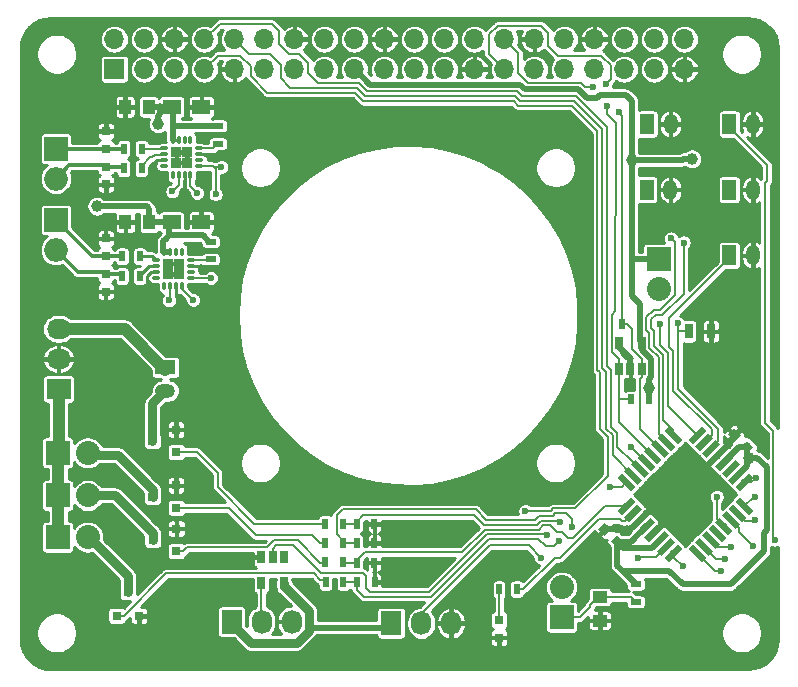
<source format=gtl>
G04 #@! TF.GenerationSoftware,KiCad,Pcbnew,5.1.4+dfsg1-1*
G04 #@! TF.CreationDate,2019-10-24T18:48:20+02:00*
G04 #@! TF.ProjectId,rasle,7261736c-652e-46b6-9963-61645f706362,rev?*
G04 #@! TF.SameCoordinates,Original*
G04 #@! TF.FileFunction,Copper,L1,Top*
G04 #@! TF.FilePolarity,Positive*
%FSLAX46Y46*%
G04 Gerber Fmt 4.6, Leading zero omitted, Abs format (unit mm)*
G04 Created by KiCad (PCBNEW 5.1.4+dfsg1-1) date 2019-10-24 18:48:20*
%MOMM*%
%LPD*%
G04 APERTURE LIST*
%ADD10O,0.750000X0.300000*%
%ADD11O,0.300000X0.750000*%
%ADD12R,0.900000X0.900000*%
%ADD13O,1.727200X2.032000*%
%ADD14R,1.727200X2.032000*%
%ADD15R,0.700000X1.300000*%
%ADD16R,1.000000X1.250000*%
%ADD17R,1.250000X1.000000*%
%ADD18R,0.500000X0.900000*%
%ADD19R,0.650000X1.060000*%
%ADD20O,1.700000X1.200000*%
%ADD21R,1.700000X1.200000*%
%ADD22R,2.032000X1.727200*%
%ADD23O,2.032000X1.727200*%
%ADD24O,1.200000X1.700000*%
%ADD25R,1.200000X1.700000*%
%ADD26C,0.550000*%
%ADD27C,0.150000*%
%ADD28C,0.750000*%
%ADD29R,0.800100X0.800100*%
%ADD30O,2.032000X2.032000*%
%ADD31R,2.032000X2.032000*%
%ADD32R,0.900000X0.500000*%
%ADD33R,1.700000X1.700000*%
%ADD34O,1.700000X1.700000*%
%ADD35R,1.500000X1.250000*%
%ADD36R,0.750000X0.800000*%
%ADD37R,1.998980X1.998980*%
%ADD38O,1.998980X1.998980*%
%ADD39R,0.797560X0.797560*%
%ADD40C,1.000000*%
%ADD41C,0.600000*%
%ADD42C,0.900000*%
%ADD43C,0.508000*%
%ADD44C,0.254000*%
%ADD45C,0.500000*%
%ADD46C,0.762000*%
%ADD47C,1.016000*%
%ADD48C,0.304800*%
%ADD49C,0.203200*%
%ADD50C,0.200000*%
G04 APERTURE END LIST*
D10*
X214835400Y-116434600D03*
X214835400Y-115934600D03*
X214835400Y-115434600D03*
X214835400Y-114934600D03*
D11*
X214110400Y-114209600D03*
X213610400Y-114209600D03*
X213110400Y-114209600D03*
X212610400Y-114209600D03*
D10*
X211885400Y-114934600D03*
X211885400Y-115434600D03*
X211885400Y-115934600D03*
X211885400Y-116434600D03*
D11*
X212610400Y-117159600D03*
X213110400Y-117159600D03*
X213610400Y-117159600D03*
X214110400Y-117159600D03*
D12*
X212910400Y-115234600D03*
X212910400Y-116134600D03*
X213810400Y-115234600D03*
X213810400Y-116134600D03*
D13*
X236893500Y-145682000D03*
X234353500Y-145682000D03*
D14*
X231813500Y-145682000D03*
D15*
X256987400Y-120967800D03*
X258887400Y-120967800D03*
D16*
X211287000Y-101968600D03*
X209287000Y-101968600D03*
X209312400Y-111722200D03*
X211312400Y-111722200D03*
D17*
X249479200Y-143462800D03*
X249479200Y-145462800D03*
D18*
X252845400Y-120383600D03*
X251345400Y-120383600D03*
D19*
X251120000Y-124125200D03*
X252070000Y-124125200D03*
X253020000Y-124125200D03*
X253020000Y-121925200D03*
X251120000Y-121925200D03*
D18*
X252132800Y-126733600D03*
X253632800Y-126733600D03*
X228891800Y-137274600D03*
X230391800Y-137274600D03*
X228891800Y-138900200D03*
X230391800Y-138900200D03*
D19*
X222728000Y-140094000D03*
X221778000Y-140094000D03*
X220828000Y-140094000D03*
X220828000Y-142294000D03*
X222728000Y-142294000D03*
D20*
X212700000Y-126015800D03*
D21*
X212700000Y-124015800D03*
D22*
X203657600Y-125844600D03*
D23*
X203657600Y-123304600D03*
X203657600Y-120764600D03*
D24*
X262426600Y-114541600D03*
D25*
X260426600Y-114541600D03*
D24*
X255448200Y-108979000D03*
D25*
X253448200Y-108979000D03*
D24*
X262426600Y-103416400D03*
D25*
X260426600Y-103416400D03*
D13*
X223393400Y-145555000D03*
X220853400Y-145555000D03*
D14*
X218313400Y-145555000D03*
D26*
X251726851Y-135794947D03*
D27*
G36*
X251355620Y-136555087D02*
G01*
X250966711Y-136166178D01*
X252098082Y-135034807D01*
X252486991Y-135423716D01*
X251355620Y-136555087D01*
X251355620Y-136555087D01*
G37*
D26*
X252292537Y-136360632D03*
D27*
G36*
X251921306Y-137120772D02*
G01*
X251532397Y-136731863D01*
X252663768Y-135600492D01*
X253052677Y-135989401D01*
X251921306Y-137120772D01*
X251921306Y-137120772D01*
G37*
D26*
X252858222Y-136926318D03*
D27*
G36*
X252486991Y-137686458D02*
G01*
X252098082Y-137297549D01*
X253229453Y-136166178D01*
X253618362Y-136555087D01*
X252486991Y-137686458D01*
X252486991Y-137686458D01*
G37*
D26*
X253423907Y-137492003D03*
D27*
G36*
X253052676Y-138252143D02*
G01*
X252663767Y-137863234D01*
X253795138Y-136731863D01*
X254184047Y-137120772D01*
X253052676Y-138252143D01*
X253052676Y-138252143D01*
G37*
D26*
X253989593Y-138057689D03*
D27*
G36*
X253618362Y-138817829D02*
G01*
X253229453Y-138428920D01*
X254360824Y-137297549D01*
X254749733Y-137686458D01*
X253618362Y-138817829D01*
X253618362Y-138817829D01*
G37*
D26*
X254555278Y-138623374D03*
D27*
G36*
X254184047Y-139383514D02*
G01*
X253795138Y-138994605D01*
X254926509Y-137863234D01*
X255315418Y-138252143D01*
X254184047Y-139383514D01*
X254184047Y-139383514D01*
G37*
D26*
X255120964Y-139189059D03*
D27*
G36*
X254749733Y-139949199D02*
G01*
X254360824Y-139560290D01*
X255492195Y-138428919D01*
X255881104Y-138817828D01*
X254749733Y-139949199D01*
X254749733Y-139949199D01*
G37*
D26*
X255686649Y-139754745D03*
D27*
G36*
X255315418Y-140514885D02*
G01*
X254926509Y-140125976D01*
X256057880Y-138994605D01*
X256446789Y-139383514D01*
X255315418Y-140514885D01*
X255315418Y-140514885D01*
G37*
D26*
X257737259Y-139754745D03*
D27*
G36*
X258497399Y-140125976D02*
G01*
X258108490Y-140514885D01*
X256977119Y-139383514D01*
X257366028Y-138994605D01*
X258497399Y-140125976D01*
X258497399Y-140125976D01*
G37*
D26*
X258302944Y-139189059D03*
D27*
G36*
X259063084Y-139560290D02*
G01*
X258674175Y-139949199D01*
X257542804Y-138817828D01*
X257931713Y-138428919D01*
X259063084Y-139560290D01*
X259063084Y-139560290D01*
G37*
D26*
X258868630Y-138623374D03*
D27*
G36*
X259628770Y-138994605D02*
G01*
X259239861Y-139383514D01*
X258108490Y-138252143D01*
X258497399Y-137863234D01*
X259628770Y-138994605D01*
X259628770Y-138994605D01*
G37*
D26*
X259434315Y-138057689D03*
D27*
G36*
X260194455Y-138428920D02*
G01*
X259805546Y-138817829D01*
X258674175Y-137686458D01*
X259063084Y-137297549D01*
X260194455Y-138428920D01*
X260194455Y-138428920D01*
G37*
D26*
X260000001Y-137492003D03*
D27*
G36*
X260760141Y-137863234D02*
G01*
X260371232Y-138252143D01*
X259239861Y-137120772D01*
X259628770Y-136731863D01*
X260760141Y-137863234D01*
X260760141Y-137863234D01*
G37*
D26*
X260565686Y-136926318D03*
D27*
G36*
X261325826Y-137297549D02*
G01*
X260936917Y-137686458D01*
X259805546Y-136555087D01*
X260194455Y-136166178D01*
X261325826Y-137297549D01*
X261325826Y-137297549D01*
G37*
D26*
X261131371Y-136360632D03*
D27*
G36*
X261891511Y-136731863D02*
G01*
X261502602Y-137120772D01*
X260371231Y-135989401D01*
X260760140Y-135600492D01*
X261891511Y-136731863D01*
X261891511Y-136731863D01*
G37*
D26*
X261697057Y-135794947D03*
D27*
G36*
X262457197Y-136166178D02*
G01*
X262068288Y-136555087D01*
X260936917Y-135423716D01*
X261325826Y-135034807D01*
X262457197Y-136166178D01*
X262457197Y-136166178D01*
G37*
D26*
X261697057Y-133744337D03*
D27*
G36*
X261325826Y-134504477D02*
G01*
X260936917Y-134115568D01*
X262068288Y-132984197D01*
X262457197Y-133373106D01*
X261325826Y-134504477D01*
X261325826Y-134504477D01*
G37*
D26*
X261131371Y-133178652D03*
D27*
G36*
X260760140Y-133938792D02*
G01*
X260371231Y-133549883D01*
X261502602Y-132418512D01*
X261891511Y-132807421D01*
X260760140Y-133938792D01*
X260760140Y-133938792D01*
G37*
D26*
X260565686Y-132612966D03*
D27*
G36*
X260194455Y-133373106D02*
G01*
X259805546Y-132984197D01*
X260936917Y-131852826D01*
X261325826Y-132241735D01*
X260194455Y-133373106D01*
X260194455Y-133373106D01*
G37*
D26*
X260000001Y-132047281D03*
D27*
G36*
X259628770Y-132807421D02*
G01*
X259239861Y-132418512D01*
X260371232Y-131287141D01*
X260760141Y-131676050D01*
X259628770Y-132807421D01*
X259628770Y-132807421D01*
G37*
D26*
X259434315Y-131481595D03*
D27*
G36*
X259063084Y-132241735D02*
G01*
X258674175Y-131852826D01*
X259805546Y-130721455D01*
X260194455Y-131110364D01*
X259063084Y-132241735D01*
X259063084Y-132241735D01*
G37*
D26*
X258868630Y-130915910D03*
D27*
G36*
X258497399Y-131676050D02*
G01*
X258108490Y-131287141D01*
X259239861Y-130155770D01*
X259628770Y-130544679D01*
X258497399Y-131676050D01*
X258497399Y-131676050D01*
G37*
D26*
X258302944Y-130350225D03*
D27*
G36*
X257931713Y-131110365D02*
G01*
X257542804Y-130721456D01*
X258674175Y-129590085D01*
X259063084Y-129978994D01*
X257931713Y-131110365D01*
X257931713Y-131110365D01*
G37*
D26*
X257737259Y-129784539D03*
D27*
G36*
X257366028Y-130544679D02*
G01*
X256977119Y-130155770D01*
X258108490Y-129024399D01*
X258497399Y-129413308D01*
X257366028Y-130544679D01*
X257366028Y-130544679D01*
G37*
D26*
X255686649Y-129784539D03*
D27*
G36*
X256446789Y-130155770D02*
G01*
X256057880Y-130544679D01*
X254926509Y-129413308D01*
X255315418Y-129024399D01*
X256446789Y-130155770D01*
X256446789Y-130155770D01*
G37*
D26*
X255120964Y-130350225D03*
D27*
G36*
X255881104Y-130721456D02*
G01*
X255492195Y-131110365D01*
X254360824Y-129978994D01*
X254749733Y-129590085D01*
X255881104Y-130721456D01*
X255881104Y-130721456D01*
G37*
D26*
X254555278Y-130915910D03*
D27*
G36*
X255315418Y-131287141D02*
G01*
X254926509Y-131676050D01*
X253795138Y-130544679D01*
X254184047Y-130155770D01*
X255315418Y-131287141D01*
X255315418Y-131287141D01*
G37*
D26*
X253989593Y-131481595D03*
D27*
G36*
X254749733Y-131852826D02*
G01*
X254360824Y-132241735D01*
X253229453Y-131110364D01*
X253618362Y-130721455D01*
X254749733Y-131852826D01*
X254749733Y-131852826D01*
G37*
D26*
X253423907Y-132047281D03*
D27*
G36*
X254184047Y-132418512D02*
G01*
X253795138Y-132807421D01*
X252663767Y-131676050D01*
X253052676Y-131287141D01*
X254184047Y-132418512D01*
X254184047Y-132418512D01*
G37*
D26*
X252858222Y-132612966D03*
D27*
G36*
X253618362Y-132984197D02*
G01*
X253229453Y-133373106D01*
X252098082Y-132241735D01*
X252486991Y-131852826D01*
X253618362Y-132984197D01*
X253618362Y-132984197D01*
G37*
D26*
X252292537Y-133178652D03*
D27*
G36*
X253052677Y-133549883D02*
G01*
X252663768Y-133938792D01*
X251532397Y-132807421D01*
X251921306Y-132418512D01*
X253052677Y-133549883D01*
X253052677Y-133549883D01*
G37*
D26*
X251726851Y-133744337D03*
D27*
G36*
X252486991Y-134115568D02*
G01*
X252098082Y-134504477D01*
X250966711Y-133373106D01*
X251355620Y-132984197D01*
X252486991Y-134115568D01*
X252486991Y-134115568D01*
G37*
D28*
X260879250Y-129713550D03*
D27*
G36*
X261427258Y-129731228D02*
G01*
X260896928Y-130261558D01*
X260331242Y-129695872D01*
X260861572Y-129165542D01*
X261427258Y-129731228D01*
X261427258Y-129731228D01*
G37*
D28*
X261939910Y-130774210D03*
D27*
G36*
X262487918Y-130791888D02*
G01*
X261957588Y-131322218D01*
X261391902Y-130756532D01*
X261922232Y-130226202D01*
X262487918Y-130791888D01*
X262487918Y-130791888D01*
G37*
D28*
X249891740Y-137712540D03*
D27*
G36*
X250439748Y-137730218D02*
G01*
X249909418Y-138260548D01*
X249343732Y-137694862D01*
X249874062Y-137164532D01*
X250439748Y-137730218D01*
X250439748Y-137730218D01*
G37*
D28*
X250952400Y-138773200D03*
D27*
G36*
X251500408Y-138790878D02*
G01*
X250970078Y-139321208D01*
X250404392Y-138755522D01*
X250934722Y-138225192D01*
X251500408Y-138790878D01*
X251500408Y-138790878D01*
G37*
D29*
X208575000Y-145057160D03*
X210475000Y-145057160D03*
X209525000Y-143058180D03*
D30*
X206121400Y-138392200D03*
D31*
X203581400Y-138392200D03*
D30*
X206121400Y-131254800D03*
D31*
X203581400Y-131254800D03*
D30*
X206121400Y-134861600D03*
D31*
X203581400Y-134861600D03*
D29*
X213599160Y-135913200D03*
X213599160Y-134013200D03*
X211600180Y-134963200D03*
D18*
X226263600Y-142202200D03*
X227763600Y-142202200D03*
X226250200Y-138900200D03*
X227750200Y-138900200D03*
X226250200Y-140525800D03*
X227750200Y-140525800D03*
X228891800Y-140551200D03*
X230391800Y-140551200D03*
X228917200Y-142202200D03*
X230417200Y-142202200D03*
X226250200Y-137274600D03*
X227750200Y-137274600D03*
D32*
X217170400Y-105080800D03*
X217170400Y-103580800D03*
X216535400Y-114885200D03*
X216535400Y-113385200D03*
X252527200Y-142378600D03*
X252527200Y-143878600D03*
D33*
X208370000Y-98770000D03*
D34*
X208370000Y-96230000D03*
X210910000Y-98770000D03*
X210910000Y-96230000D03*
X213450000Y-98770000D03*
X213450000Y-96230000D03*
X215990000Y-98770000D03*
X215990000Y-96230000D03*
X218530000Y-98770000D03*
X218530000Y-96230000D03*
X221070000Y-98770000D03*
X221070000Y-96230000D03*
X223610000Y-98770000D03*
X223610000Y-96230000D03*
X226150000Y-98770000D03*
X226150000Y-96230000D03*
X228690000Y-98770000D03*
X228690000Y-96230000D03*
X231230000Y-98770000D03*
X231230000Y-96230000D03*
X233770000Y-98770000D03*
X233770000Y-96230000D03*
X236310000Y-98770000D03*
X236310000Y-96230000D03*
X238850000Y-98770000D03*
X238850000Y-96230000D03*
X241390000Y-98770000D03*
X241390000Y-96230000D03*
X243930000Y-98770000D03*
X243930000Y-96230000D03*
X246470000Y-98770000D03*
X246470000Y-96230000D03*
X249010000Y-98770000D03*
X249010000Y-96230000D03*
X251550000Y-98770000D03*
X251550000Y-96230000D03*
X254090000Y-98770000D03*
X254090000Y-96230000D03*
X256630000Y-98770000D03*
X256630000Y-96230000D03*
D35*
X213228000Y-111722200D03*
X215728000Y-111722200D03*
X215733400Y-101968600D03*
X213233400Y-101968600D03*
D25*
X260426600Y-108979000D03*
D24*
X262426600Y-108979000D03*
D25*
X253467000Y-103416400D03*
D24*
X255467000Y-103416400D03*
D29*
X213624560Y-139570800D03*
X213624560Y-137670800D03*
X211625580Y-138620800D03*
X213599160Y-131188800D03*
X213599160Y-129288800D03*
X211600180Y-130238800D03*
D31*
X254483000Y-114854020D03*
D30*
X254483000Y-117394020D03*
D12*
X214521600Y-106685800D03*
X214521600Y-105785800D03*
X213621600Y-106685800D03*
X213621600Y-105785800D03*
D11*
X214821600Y-107710800D03*
X214321600Y-107710800D03*
X213821600Y-107710800D03*
X213321600Y-107710800D03*
D10*
X212596600Y-106985800D03*
X212596600Y-106485800D03*
X212596600Y-105985800D03*
X212596600Y-105485800D03*
D11*
X213321600Y-104760800D03*
X213821600Y-104760800D03*
X214321600Y-104760800D03*
X214821600Y-104760800D03*
D10*
X215546600Y-105485800D03*
X215546600Y-105985800D03*
X215546600Y-106485800D03*
X215546600Y-106985800D03*
D36*
X207670800Y-108523200D03*
X207670800Y-107023200D03*
X207645400Y-117603000D03*
X207645400Y-116103000D03*
X207670800Y-105524600D03*
X207670800Y-104024600D03*
X207645400Y-114605800D03*
X207645400Y-113105800D03*
D18*
X209181400Y-107175600D03*
X210681400Y-107175600D03*
X209029000Y-116294200D03*
X210529000Y-116294200D03*
X210681400Y-105524600D03*
X209181400Y-105524600D03*
X210529000Y-114617800D03*
X209029000Y-114617800D03*
D37*
X203426319Y-105491921D03*
D38*
X203426319Y-108031921D03*
X203426319Y-114081921D03*
D37*
X203426319Y-111541921D03*
D31*
X246253400Y-145174000D03*
D30*
X246253400Y-142634000D03*
D39*
X240962580Y-146911360D03*
X240962580Y-145412760D03*
D18*
X242444100Y-142809260D03*
X240944100Y-142809260D03*
D40*
X257277000Y-106362800D03*
X252197000Y-106464400D03*
X253652368Y-125745313D03*
X262110817Y-131689283D03*
X212090400Y-103416400D03*
X206883400Y-110381080D03*
D41*
X262445900Y-118331280D03*
X262362080Y-128107740D03*
X208044610Y-111778644D03*
D42*
X251993800Y-125514400D03*
D41*
X200901700Y-98526900D03*
X200901700Y-118526900D03*
X200901700Y-128526900D03*
X200901700Y-138526900D03*
X206197600Y-148920500D03*
X216197600Y-148920500D03*
X226197600Y-148920500D03*
X236197600Y-148920500D03*
X246197600Y-148920500D03*
X256197600Y-148920500D03*
X224612600Y-106400900D03*
X233147000Y-104368900D03*
X242672000Y-107353400D03*
X247510700Y-113538300D03*
X248361600Y-119545400D03*
X246786800Y-127076500D03*
X241478200Y-132435900D03*
X233286700Y-134912400D03*
X225641300Y-133134400D03*
X219888200Y-127622600D03*
X217907000Y-119621600D03*
X220383500Y-111290400D03*
X231546800Y-138087400D03*
X231457900Y-141465600D03*
X238049200Y-138036600D03*
X235229800Y-141567200D03*
X253644800Y-135318800D03*
X257061100Y-136449100D03*
X256070500Y-132435900D03*
X259004200Y-133578900D03*
X242367200Y-141122700D03*
X249720500Y-139179600D03*
X247142400Y-140424200D03*
X251003200Y-142710200D03*
X264262000Y-128308400D03*
X264363600Y-118389700D03*
X264262000Y-108915500D03*
X264262000Y-99949300D03*
X214655800Y-137706400D03*
X214732000Y-134023400D03*
X214655800Y-129311700D03*
X211430000Y-144424700D03*
X210871200Y-146469400D03*
X205575300Y-136588800D03*
X205410200Y-133070900D03*
X208940800Y-117538800D03*
X211417300Y-113271600D03*
X208915400Y-104292700D03*
X207975600Y-101574900D03*
X205473700Y-104330800D03*
X208661400Y-108445600D03*
X208661400Y-113157300D03*
X205626100Y-117500700D03*
X213627100Y-105791300D03*
X214516100Y-106680300D03*
X213627100Y-106680300D03*
X214516100Y-105791300D03*
X213804900Y-116141800D03*
X213804900Y-115240100D03*
X212915900Y-115240100D03*
X212915900Y-116141800D03*
X251067574Y-102379321D03*
X249972730Y-99997176D03*
X250050492Y-101859323D03*
X248906558Y-100280642D03*
X243180000Y-136182400D03*
X262623846Y-136947507D03*
X262641480Y-134953040D03*
X262694379Y-133368883D03*
X213004800Y-118351600D03*
X213281809Y-109118770D03*
X216579010Y-116469429D03*
X216947536Y-109371023D03*
X217437100Y-107061300D03*
X215396890Y-109254574D03*
X215062200Y-118326200D03*
X245026306Y-138208187D03*
X260542577Y-139240301D03*
X247121615Y-137494671D03*
X259716788Y-141276930D03*
X246019621Y-138725505D03*
X260038742Y-140221742D03*
X250342800Y-134150400D03*
X244516450Y-140139443D03*
X259376082Y-134972318D03*
X246081110Y-137128063D03*
X264296800Y-138595400D03*
X262458600Y-139154200D03*
X256565800Y-113449400D03*
X254584600Y-120307400D03*
X255516913Y-113107475D03*
X256094211Y-120289965D03*
X252735262Y-140182249D03*
X256489600Y-140856000D03*
X252095400Y-130746800D03*
D43*
X261273072Y-130774210D02*
X261939910Y-130774210D01*
X260000001Y-132047281D02*
X261273072Y-130774210D01*
X261939910Y-132370113D02*
X261131371Y-133178652D01*
X252142710Y-138773200D02*
X253423907Y-137492003D01*
X250952400Y-138773200D02*
X252142710Y-138773200D01*
X251305953Y-139126753D02*
X250952400Y-138773200D01*
X253903613Y-139275039D02*
X251454239Y-139275039D01*
X251454239Y-139275039D02*
X251305953Y-139126753D01*
X254555278Y-138623374D02*
X253903613Y-139275039D01*
X261939910Y-130774210D02*
X261939910Y-132118400D01*
X261939910Y-132118400D02*
X261939910Y-132370113D01*
X250952400Y-140803800D02*
X250952400Y-138773200D01*
X251411000Y-141262400D02*
X250952400Y-140803800D01*
X252527200Y-142378600D02*
X251411000Y-141262400D01*
X256468294Y-106464400D02*
X252197000Y-106464400D01*
X256569894Y-106362800D02*
X256468294Y-106464400D01*
X257277000Y-106362800D02*
X256569894Y-106362800D01*
X252280820Y-114854020D02*
X254483000Y-114854020D01*
X252197000Y-114770200D02*
X252280820Y-114854020D01*
X252197000Y-106464400D02*
X252197000Y-114770200D01*
X252845400Y-118619000D02*
X252845400Y-120383600D01*
X252197000Y-117970600D02*
X252845400Y-118619000D01*
X252197000Y-117970600D02*
X252197000Y-114770200D01*
X252845400Y-121750600D02*
X253020000Y-121925200D01*
X252845400Y-120383600D02*
X252845400Y-121750600D01*
X248376924Y-101199402D02*
X249279658Y-101199402D01*
X242737816Y-100077200D02*
X243144228Y-100483612D01*
X252197000Y-105757294D02*
X252197000Y-106464400D01*
X228713177Y-98770000D02*
X230020379Y-100077200D01*
X249526939Y-100952121D02*
X251681969Y-100952121D01*
X228690000Y-98770000D02*
X228713177Y-98770000D01*
X251681969Y-100952121D02*
X252197000Y-101467152D01*
X230020379Y-100077200D02*
X242737816Y-100077200D01*
X243144228Y-100483612D02*
X247661134Y-100483612D01*
X249279658Y-101199402D02*
X249526939Y-100952121D01*
X247661134Y-100483612D02*
X248376924Y-101199402D01*
X252197000Y-101467152D02*
X252197000Y-105757294D01*
X253853000Y-124837575D02*
X253652368Y-125038207D01*
X253652368Y-125038207D02*
X253652368Y-125745313D01*
X253020000Y-121925200D02*
X253020000Y-122511378D01*
X253020000Y-122511378D02*
X253853000Y-123344378D01*
X253853000Y-123344378D02*
X253853000Y-124837575D01*
X253632800Y-125764881D02*
X253652368Y-125745313D01*
X253632800Y-126733600D02*
X253632800Y-125764881D01*
X262817923Y-131689283D02*
X262110817Y-131689283D01*
X263365801Y-139589657D02*
X263365801Y-138032943D01*
X261939910Y-132118400D02*
X262110817Y-131947493D01*
X262110817Y-131947493D02*
X262110817Y-131689283D01*
X260576858Y-142378600D02*
X263365801Y-139589657D01*
X255372000Y-141262400D02*
X256488200Y-142378600D01*
X256488200Y-142378600D02*
X260576858Y-142378600D01*
X251411000Y-141262400D02*
X255372000Y-141262400D01*
X263601589Y-132472949D02*
X262817923Y-131689283D01*
X263601589Y-137797155D02*
X263601589Y-132472949D01*
X263365801Y-138032943D02*
X263601589Y-137797155D01*
D44*
X213321600Y-104760800D02*
X213721590Y-104760800D01*
D45*
X213321600Y-102056800D02*
X213233400Y-101968600D01*
X213030200Y-112847200D02*
X212750800Y-113126600D01*
X213030200Y-111722200D02*
X213030200Y-112847200D01*
X212527000Y-113341800D02*
X212527000Y-114216800D01*
X212742200Y-113126600D02*
X212527000Y-113341800D01*
X212750800Y-113126600D02*
X212742200Y-113126600D01*
X212527000Y-114216800D02*
X212926990Y-114216800D01*
X213335000Y-103580800D02*
X217170400Y-103580800D01*
X213321600Y-103594200D02*
X213335000Y-103580800D01*
X213321600Y-104760800D02*
X213321600Y-103594200D01*
X213321600Y-103594200D02*
X213321600Y-102056800D01*
X211074400Y-111722200D02*
X211861800Y-111722200D01*
X211861800Y-111722200D02*
X213030200Y-111722200D01*
X212293600Y-101968600D02*
X213233400Y-101968600D01*
X212242800Y-101917800D02*
X212293600Y-101968600D01*
X212166600Y-101994000D02*
X212242800Y-101917800D01*
X211464800Y-101994000D02*
X212166600Y-101994000D01*
D46*
X219939000Y-147333000D02*
X218313400Y-145707400D01*
X223815312Y-147333000D02*
X219939000Y-147333000D01*
X224841210Y-146307102D02*
X223815312Y-147333000D01*
X218313400Y-145707400D02*
X218313400Y-145555000D01*
X222728000Y-142499000D02*
X224841210Y-144612210D01*
X222728000Y-142294000D02*
X222728000Y-142499000D01*
X224841210Y-144612210D02*
X224841210Y-145809000D01*
X224841210Y-145809000D02*
X224841210Y-146307102D01*
D45*
X215870400Y-112847200D02*
X216408400Y-113385200D01*
X213030200Y-112847200D02*
X215870400Y-112847200D01*
D47*
X209245600Y-120764600D02*
X212700000Y-124219000D01*
X203657600Y-120764600D02*
X209245600Y-120764600D01*
D45*
X212242800Y-102556894D02*
X212242800Y-101917800D01*
X212090400Y-102709294D02*
X212242800Y-102556894D01*
X212090400Y-103416400D02*
X212090400Y-102709294D01*
D43*
X211312400Y-110578440D02*
X211312400Y-111722200D01*
X211115040Y-110381080D02*
X211312400Y-110578440D01*
X211115040Y-110381080D02*
X206883400Y-110381080D01*
X224887927Y-146080780D02*
X224806647Y-145999500D01*
X231818580Y-146080780D02*
X224887927Y-146080780D01*
D45*
X238811200Y-98808800D02*
X238850000Y-98770000D01*
D43*
X254641257Y-137406025D02*
X254625988Y-137421294D01*
X254625988Y-137421294D02*
X253989593Y-138057689D01*
X254641257Y-136931387D02*
X254641257Y-137406025D01*
X253509887Y-136274653D02*
X253984523Y-136274653D01*
X252858222Y-136926318D02*
X253509887Y-136274653D01*
X252858222Y-136926318D02*
X252206558Y-137577982D01*
X254406800Y-136509110D02*
X254406800Y-136696930D01*
X259434315Y-131481595D02*
X254406800Y-136509110D01*
X253984523Y-136274653D02*
X254406800Y-136696930D01*
X254406800Y-136696930D02*
X254641257Y-136931387D01*
X260879250Y-130036660D02*
X260879250Y-129713550D01*
X259434315Y-131481595D02*
X260879250Y-130036660D01*
D44*
X211967600Y-106485800D02*
X211480800Y-106972600D01*
X212596600Y-106485800D02*
X211967600Y-106485800D01*
X211480800Y-106972600D02*
X211480800Y-107683600D01*
D48*
X211480800Y-107683600D02*
X210769600Y-108394800D01*
X210769600Y-108394800D02*
X210744200Y-108369400D01*
X213970000Y-119393000D02*
X213868400Y-119494600D01*
X215670638Y-115441800D02*
X215735638Y-115506800D01*
D44*
X214752000Y-115441800D02*
X215670638Y-115441800D01*
D48*
X215735638Y-115506800D02*
X217551400Y-115506800D01*
D44*
X213610400Y-117788600D02*
X214046200Y-118224400D01*
X213610400Y-117159600D02*
X213610400Y-117788600D01*
X214046200Y-118224400D02*
X214046200Y-119037400D01*
X211109201Y-116306680D02*
X211109201Y-117757999D01*
X211885400Y-115934600D02*
X211865610Y-115954390D01*
X211865610Y-115954390D02*
X211461491Y-115954390D01*
X211461491Y-115954390D02*
X211109201Y-116306680D01*
X210890002Y-117538800D02*
X208940800Y-117538800D01*
X211109201Y-117757999D02*
X210890002Y-117538800D01*
D43*
X242511479Y-102954721D02*
X242511479Y-102762445D01*
X241640800Y-102992400D02*
X242473800Y-102992400D01*
X242473800Y-102992400D02*
X242511479Y-102954721D01*
D48*
X217881600Y-106083400D02*
X218592800Y-106794600D01*
D44*
X214321600Y-108429902D02*
X214343801Y-108452103D01*
X214321600Y-108339800D02*
X214321600Y-108429902D01*
X214343801Y-108452103D02*
X214343801Y-109201097D01*
X214343801Y-109201097D02*
X214321600Y-109223298D01*
X214321600Y-109223298D02*
X214321600Y-110067200D01*
X214321600Y-107710800D02*
X214321600Y-108339800D01*
D43*
X252072000Y-137712540D02*
X252858222Y-136926318D01*
X251095824Y-137712540D02*
X252072000Y-137712540D01*
X251095824Y-137712540D02*
X249891740Y-137712540D01*
X251120000Y-121925200D02*
X251120000Y-122278400D01*
X252070000Y-123228400D02*
X252070000Y-124125200D01*
X251120000Y-122278400D02*
X252070000Y-123228400D01*
D44*
X216821303Y-105912799D02*
X217710999Y-105912799D01*
X217710999Y-105912799D02*
X217881600Y-106083400D01*
X216748302Y-105985800D02*
X216821303Y-105912799D01*
X215546600Y-105985800D02*
X216748302Y-105985800D01*
X208940800Y-117538800D02*
X208940800Y-117538800D01*
D49*
X253020000Y-123328842D02*
X253020000Y-124125200D01*
X252197000Y-122505842D02*
X253020000Y-123328842D01*
X251345400Y-120383600D02*
X251798600Y-120383600D01*
X252197000Y-120782000D02*
X252197000Y-122505842D01*
X251798600Y-120383600D02*
X252197000Y-120782000D01*
X251067574Y-102379321D02*
X251384200Y-102695947D01*
X251345400Y-119025400D02*
X251345400Y-120383600D01*
X251384200Y-118986600D02*
X251345400Y-119025400D01*
X251384200Y-102695947D02*
X251384200Y-118986600D01*
X250385387Y-98436281D02*
X250385387Y-99584519D01*
X241390000Y-98770000D02*
X240081200Y-97461200D01*
X240835695Y-95075199D02*
X244484305Y-95075199D01*
X245084801Y-95675695D02*
X245084801Y-96795349D01*
X240081200Y-95829694D02*
X240835695Y-95075199D01*
X250385387Y-99584519D02*
X249972730Y-99997176D01*
X245084801Y-96795349D02*
X245904651Y-97615199D01*
X240081200Y-97461200D02*
X240081200Y-95829694D01*
X249564305Y-97615199D02*
X250385387Y-98436281D01*
X245904651Y-97615199D02*
X249564305Y-97615199D01*
X244484305Y-95075199D02*
X245084801Y-95675695D01*
X253918883Y-130279515D02*
X254555278Y-130915910D01*
X252847566Y-125030834D02*
X252847566Y-129208198D01*
X253020000Y-124858400D02*
X252847566Y-125030834D01*
X253020000Y-124125200D02*
X253020000Y-124858400D01*
X252847566Y-129208198D02*
X253918883Y-130279515D01*
X251120000Y-126718422D02*
X251120000Y-125971600D01*
X251120000Y-125666800D02*
X251120000Y-124125200D01*
X251120000Y-125971600D02*
X251120000Y-125666800D01*
X251135178Y-126733600D02*
X251120000Y-126718422D01*
X252132800Y-126733600D02*
X251135178Y-126733600D01*
X243375695Y-99924801D02*
X242544801Y-99093907D01*
X242544801Y-99093907D02*
X242544801Y-97384801D01*
X247892601Y-99924801D02*
X243375695Y-99924801D01*
X248248442Y-100280642D02*
X247892601Y-99924801D01*
X242544801Y-97384801D02*
X241390000Y-96230000D01*
X248906558Y-100280642D02*
X248248442Y-100280642D01*
X251120000Y-128612002D02*
X253989593Y-131481595D01*
X251120000Y-125971600D02*
X251120000Y-128612002D01*
X250050492Y-102540625D02*
X250050492Y-101859323D01*
X251120000Y-124125200D02*
X251120000Y-123328842D01*
X250795241Y-119266000D02*
X250850822Y-103340955D01*
X250490199Y-122699041D02*
X250490199Y-119571042D01*
X251120000Y-123328842D02*
X250490199Y-122699041D01*
X250490199Y-119571042D02*
X250795241Y-119266000D01*
X250850822Y-103340955D02*
X250050492Y-102540625D01*
X247092988Y-101855245D02*
X249270966Y-104033223D01*
X249270966Y-124236418D02*
X249479200Y-124444652D01*
X221340294Y-100749400D02*
X228752800Y-100749400D01*
X217144801Y-97615199D02*
X219014599Y-97615199D01*
X215990000Y-98770000D02*
X217144801Y-97615199D01*
X250152682Y-129893335D02*
X250152682Y-133223412D01*
X219915199Y-98515799D02*
X219915199Y-99324305D01*
X243816396Y-136182400D02*
X243180000Y-136182400D01*
X249479200Y-129219853D02*
X250152682Y-129893335D01*
X245529150Y-135966851D02*
X245313600Y-136182400D01*
X249479200Y-124444652D02*
X249479200Y-129219853D01*
X249270966Y-104033223D02*
X249270966Y-124236418D01*
X242576081Y-101855245D02*
X247092988Y-101855245D01*
X250152682Y-133223412D02*
X247409243Y-135966851D01*
X242181437Y-101460600D02*
X242576081Y-101855245D01*
X228752800Y-100749400D02*
X229464000Y-101460600D01*
X229464000Y-101460600D02*
X242181437Y-101460600D01*
X247409243Y-135966851D02*
X245529150Y-135966851D01*
X219014599Y-97615199D02*
X219915199Y-98515799D01*
X245313600Y-136182400D02*
X243816396Y-136182400D01*
X219915199Y-99324305D02*
X221340294Y-100749400D01*
D50*
X215990000Y-96230000D02*
X217140001Y-95079999D01*
D49*
X222326600Y-96655706D02*
X223143694Y-97472800D01*
X250083788Y-123899738D02*
X250444411Y-124260361D01*
X250444411Y-124260361D02*
X250444411Y-129035562D01*
X224021906Y-97472800D02*
X224765000Y-98215894D01*
X217150201Y-95079999D02*
X217297400Y-94932800D01*
X250444411Y-129035562D02*
X250965504Y-129556655D01*
X242912761Y-101042423D02*
X247429667Y-101042423D01*
X250083788Y-103696544D02*
X250083788Y-123899738D01*
X247429667Y-101042423D02*
X250083788Y-103696544D01*
X242506349Y-100636011D02*
X242912761Y-101042423D01*
X229788912Y-100636011D02*
X242506349Y-100636011D01*
X229077701Y-99924800D02*
X229788912Y-100636011D01*
X225595694Y-99924800D02*
X229077701Y-99924800D01*
X224765000Y-99094106D02*
X225595694Y-99924800D01*
X224765000Y-98215894D02*
X224765000Y-99094106D01*
X223143694Y-97472800D02*
X224021906Y-97472800D01*
X222326600Y-95542400D02*
X222326600Y-96655706D01*
X217140001Y-95079999D02*
X217150201Y-95079999D01*
X217297400Y-94932800D02*
X221717000Y-94932800D01*
X221717000Y-94932800D02*
X222326600Y-95542400D01*
X252221827Y-131976571D02*
X252220675Y-131976571D01*
X252858222Y-132612966D02*
X252221827Y-131976571D01*
X252220675Y-131976571D02*
X250965504Y-130721400D01*
X250965504Y-129556655D02*
X250965504Y-130721400D01*
X250559093Y-131445208D02*
X252292537Y-133178652D01*
X250559093Y-129724995D02*
X250559093Y-131445208D01*
X222455199Y-98453197D02*
X222455199Y-99557199D01*
X249677377Y-103864883D02*
X249677377Y-124068078D01*
X219379999Y-97091599D02*
X219812000Y-97523600D01*
X229620572Y-101042422D02*
X242338010Y-101042422D01*
X250038000Y-129203902D02*
X250559093Y-129724995D01*
X242744421Y-101448834D02*
X247261328Y-101448834D01*
X219379999Y-97079999D02*
X219379999Y-97091599D01*
X242338010Y-101042422D02*
X242744421Y-101448834D01*
X218530000Y-96230000D02*
X219379999Y-97079999D01*
X222455199Y-99557199D02*
X223229211Y-100331211D01*
X228909361Y-100331211D02*
X229620572Y-101042422D01*
X219812000Y-97523600D02*
X221525602Y-97523600D01*
X223229211Y-100331211D02*
X228909361Y-100331211D01*
X247261328Y-101448834D02*
X249677377Y-103864883D01*
X249677377Y-124068078D02*
X250038000Y-124428701D01*
X221525602Y-97523600D02*
X222455199Y-98453197D01*
X250038000Y-124428701D02*
X250038000Y-129203902D01*
X261767766Y-136997027D02*
X262574326Y-136997027D01*
X261131371Y-136360632D02*
X261767766Y-136997027D01*
X262574326Y-136997027D02*
X262623846Y-136947507D01*
X262641480Y-134953040D02*
X262538964Y-134953040D01*
X262538964Y-134953040D02*
X261697057Y-135794947D01*
X262318925Y-133744337D02*
X262694379Y-133368883D01*
X261697057Y-133744337D02*
X262318925Y-133744337D01*
X213110400Y-118246000D02*
X213004800Y-118351600D01*
X213110400Y-117159600D02*
X213110400Y-118246000D01*
D50*
X213821600Y-108568600D02*
X213563600Y-108826600D01*
X213821600Y-107710800D02*
X213821600Y-108568600D01*
D49*
X213563600Y-108826600D02*
X213281809Y-109108391D01*
X213281809Y-109108391D02*
X213281809Y-109118770D01*
D50*
X216701200Y-106985800D02*
X216868250Y-107152850D01*
X214752000Y-116441800D02*
X214779629Y-116469429D01*
X214779629Y-116469429D02*
X215942614Y-116469429D01*
X215942614Y-116469429D02*
X216579010Y-116469429D01*
D49*
X216947536Y-108734627D02*
X216947536Y-109371023D01*
X216947536Y-107232136D02*
X216947536Y-108734627D01*
X216868250Y-107152850D02*
X216947536Y-107232136D01*
X216725204Y-106985800D02*
X216306800Y-106985800D01*
X216800704Y-107061300D02*
X216725204Y-106985800D01*
X217437100Y-107061300D02*
X216800704Y-107061300D01*
D50*
X215546600Y-106985800D02*
X216306800Y-106985800D01*
X216306800Y-106985800D02*
X216701200Y-106985800D01*
X215062200Y-118326200D02*
X215062200Y-118202000D01*
D49*
X214110400Y-117374400D02*
X215062200Y-118326200D01*
X214110400Y-117159600D02*
X214110400Y-117374400D01*
D50*
X214946891Y-108804575D02*
X215396890Y-109254574D01*
X214821600Y-108679284D02*
X214946891Y-108804575D01*
X214821600Y-107710800D02*
X214821600Y-108679284D01*
D47*
X203657600Y-131381800D02*
X203606800Y-131432600D01*
X203657600Y-125844600D02*
X203657600Y-131381800D01*
X203606800Y-131432600D02*
X203606800Y-134861600D01*
X203606800Y-134861600D02*
X203606800Y-138316000D01*
D46*
X212450000Y-126219000D02*
X212700000Y-126219000D01*
X211600180Y-127068820D02*
X212450000Y-126219000D01*
X211600180Y-130238800D02*
X211600180Y-127068820D01*
D49*
X260523109Y-139259769D02*
X260542577Y-139240301D01*
X259505025Y-139259769D02*
X260523109Y-139259769D01*
X258868630Y-138623374D02*
X259505025Y-139259769D01*
X221778000Y-140094000D02*
X221778000Y-139372600D01*
X225897757Y-141447399D02*
X229411041Y-141447399D01*
X229667200Y-141703558D02*
X229667200Y-142700842D01*
X229667200Y-142700842D02*
X229981358Y-143015000D01*
X221778000Y-139372600D02*
X222072600Y-139078000D01*
X222072600Y-139078000D02*
X223528358Y-139078000D01*
X235055658Y-143015000D02*
X239914215Y-138156443D01*
X229981358Y-143015000D02*
X235055658Y-143015000D01*
X223528358Y-139078000D02*
X225897757Y-141447399D01*
X239914215Y-138156443D02*
X244974562Y-138156443D01*
X244974562Y-138156443D02*
X245026306Y-138208187D01*
X229411041Y-141447399D02*
X229667200Y-141703558D01*
X227750200Y-138874800D02*
X228815600Y-138874800D01*
X257737259Y-139754745D02*
X259259444Y-141276930D01*
X259259444Y-141276930D02*
X259716788Y-141276930D01*
X227750200Y-138700200D02*
X227750200Y-138900200D01*
X227708058Y-136042700D02*
X227195399Y-136555359D01*
X238954242Y-136042700D02*
X227708058Y-136042700D01*
X227195399Y-138145399D02*
X227750200Y-138700200D01*
X239848743Y-136937201D02*
X238954242Y-136042700D01*
X243965149Y-136937201D02*
X239848743Y-136937201D01*
X246636601Y-136373261D02*
X245697490Y-136373261D01*
X227195399Y-136555359D02*
X227195399Y-138145399D01*
X247121615Y-136858275D02*
X246636601Y-136373261D01*
X245697490Y-136373261D02*
X245481940Y-136588811D01*
X247121615Y-137494671D02*
X247121615Y-136858275D01*
X245481940Y-136588811D02*
X244313539Y-136588811D01*
X244313539Y-136588811D02*
X243965149Y-136937201D01*
X227750200Y-140551200D02*
X228891800Y-140551200D01*
X251237942Y-135794947D02*
X251726851Y-135794947D01*
X249888803Y-135794947D02*
X251237942Y-135794947D01*
X237840466Y-139655001D02*
X239745444Y-137750023D01*
X246307965Y-137946385D02*
X246796684Y-138435104D01*
X247248646Y-138435104D02*
X249888803Y-135794947D01*
X246796684Y-138435104D02*
X247248646Y-138435104D01*
X245831968Y-137946385D02*
X246307965Y-137946385D01*
X245287216Y-137401633D02*
X245831968Y-137946385D01*
X228891800Y-140351200D02*
X229587999Y-139655001D01*
X244650219Y-137401633D02*
X245287216Y-137401633D01*
X228891800Y-140551200D02*
X228891800Y-140351200D01*
X229587999Y-139655001D02*
X237840466Y-139655001D01*
X244301828Y-137750024D02*
X244650219Y-137401633D01*
X239745444Y-137750023D02*
X244301828Y-137750024D01*
X227763600Y-142202200D02*
X228917200Y-142202200D01*
X259402346Y-140221742D02*
X260038742Y-140221742D01*
X259335627Y-140221742D02*
X259402346Y-140221742D01*
X258302944Y-139189059D02*
X259335627Y-140221742D01*
X229483211Y-143421411D02*
X235223999Y-143421410D01*
X228917200Y-142855400D02*
X229483211Y-143421411D01*
X235223999Y-143421410D02*
X240082555Y-138562854D01*
X240082555Y-138562854D02*
X244271513Y-138562854D01*
X228917200Y-142202200D02*
X228917200Y-142855400D01*
X245569622Y-139175504D02*
X246019621Y-138725505D01*
X244884163Y-139175504D02*
X245569622Y-139175504D01*
X244271513Y-138562854D02*
X244884163Y-139175504D01*
X250342800Y-134150400D02*
X251320788Y-134150400D01*
X251320788Y-134150400D02*
X251726851Y-133744337D01*
X240140901Y-139079259D02*
X234358580Y-144861580D01*
X234358580Y-144861580D02*
X234358580Y-146080780D01*
X243456266Y-139079259D02*
X240140901Y-139079259D01*
X244516450Y-140139443D02*
X243456266Y-139079259D01*
X218044200Y-135938600D02*
X213624560Y-135938600D01*
X225143800Y-138221600D02*
X220327200Y-138221600D01*
X220327200Y-138221600D02*
X218044200Y-135938600D01*
X226250200Y-138874800D02*
X225797000Y-138874800D01*
X225797000Y-138874800D02*
X225143800Y-138221600D01*
X221316651Y-139259199D02*
X221904260Y-138671589D01*
X221904260Y-138671589D02*
X223917389Y-138671589D01*
X223917389Y-138671589D02*
X225797000Y-140551200D01*
X214564811Y-139259199D02*
X221316651Y-139259199D01*
X225797000Y-140551200D02*
X226250200Y-140551200D01*
X214227810Y-139596200D02*
X214564811Y-139259199D01*
X213624560Y-139596200D02*
X214227810Y-139596200D01*
X212776211Y-141459199D02*
X209178250Y-145057160D01*
X225822400Y-141999000D02*
X225282599Y-141459199D01*
X209178250Y-145057160D02*
X208575000Y-145057160D01*
X225282599Y-141459199D02*
X212776211Y-141459199D01*
X226275600Y-141999000D02*
X225822400Y-141999000D01*
X220210818Y-137249200D02*
X217119600Y-134157982D01*
X226250200Y-137249200D02*
X220210818Y-137249200D01*
X217119600Y-134157982D02*
X217119600Y-132931200D01*
X215377200Y-131188800D02*
X213599160Y-131188800D01*
X217119600Y-132931200D02*
X215377200Y-131188800D01*
X259363606Y-136855608D02*
X259363606Y-134984794D01*
X260000001Y-137492003D02*
X259363606Y-136855608D01*
X259363606Y-134984794D02*
X259376082Y-134972318D01*
X227750200Y-137249200D02*
X228346400Y-137249200D01*
X228346400Y-137249200D02*
X228891800Y-137249200D01*
X229453800Y-136512600D02*
X228891800Y-137074600D01*
X228891800Y-137074600D02*
X228891800Y-137274600D01*
X238849300Y-136512600D02*
X229453800Y-136512600D01*
X239680312Y-137343612D02*
X238849300Y-136512600D01*
X244481879Y-136995222D02*
X244133489Y-137343612D01*
X245948269Y-136995222D02*
X244481879Y-136995222D01*
X246081110Y-137128063D02*
X245948269Y-136995222D01*
X244133489Y-137343612D02*
X239680312Y-137343612D01*
D50*
X216765400Y-105485800D02*
X217170400Y-105080800D01*
X215546600Y-105485800D02*
X216765400Y-105485800D01*
X216351800Y-114941800D02*
X216408400Y-114885200D01*
X214752000Y-114941800D02*
X216351800Y-114941800D01*
D49*
X261202081Y-137562713D02*
X261222713Y-137562713D01*
X260565686Y-136926318D02*
X261202081Y-137562713D01*
X261222713Y-137918313D02*
X262458600Y-139154200D01*
X261222713Y-137562713D02*
X261222713Y-137918313D01*
X264296800Y-138528600D02*
X264296800Y-138595400D01*
X264160400Y-138392200D02*
X264296800Y-138528600D01*
X264160400Y-129400600D02*
X264160400Y-138392200D01*
X260426600Y-103666400D02*
X263627000Y-106866800D01*
X260426600Y-103416400D02*
X260426600Y-103666400D01*
X263449200Y-128689400D02*
X264160400Y-129400600D01*
X263627000Y-106866800D02*
X263627000Y-108217000D01*
X263627000Y-108217000D02*
X263449200Y-108394800D01*
X263449200Y-108394800D02*
X263449200Y-128689400D01*
X254076591Y-122202941D02*
X254076591Y-120916497D01*
X253829799Y-119945095D02*
X254222295Y-119552599D01*
X256565800Y-114085796D02*
X256565800Y-113449400D01*
X256565800Y-117767399D02*
X256565800Y-114085796D01*
X254076591Y-120916497D02*
X253829799Y-120669705D01*
X253829799Y-120669705D02*
X253829799Y-119945095D01*
X254780600Y-119552599D02*
X256565800Y-117767399D01*
X254222295Y-119552599D02*
X254780600Y-119552599D01*
X254864000Y-128472981D02*
X254864000Y-122990350D01*
X255686649Y-129295630D02*
X254864000Y-128472981D01*
X255686649Y-129784539D02*
X255686649Y-129295630D01*
X254864000Y-122990350D02*
X254076591Y-122202941D01*
X255281389Y-127328669D02*
X255281389Y-122832989D01*
X254584600Y-122136200D02*
X254584600Y-120943796D01*
X255281389Y-122832989D02*
X254584600Y-122136200D01*
X254584600Y-120943796D02*
X254584600Y-120307400D01*
X257737259Y-129784539D02*
X255281389Y-127328669D01*
X254053955Y-119146188D02*
X254612259Y-119146188D01*
X254457580Y-123158682D02*
X253670180Y-122371281D01*
X255837260Y-117921188D02*
X255837260Y-113837968D01*
X255810998Y-113811706D02*
X255810998Y-113401560D01*
X254612259Y-119146188D02*
X255837260Y-117921188D01*
X254457580Y-129686841D02*
X254457580Y-123158682D01*
X253423388Y-119776755D02*
X254053955Y-119146188D01*
X255120964Y-130350225D02*
X254457580Y-129686841D01*
X255810998Y-113401560D02*
X255516913Y-113107475D01*
X253423388Y-120838045D02*
X253423388Y-119776755D01*
X255837260Y-113837968D02*
X255810998Y-113811706D01*
X253670180Y-121084836D02*
X253423388Y-120838045D01*
X253670180Y-122371281D02*
X253670180Y-121084836D01*
X258939339Y-129713830D02*
X258302944Y-130350225D01*
X258939339Y-129273600D02*
X258939339Y-129713830D01*
X255687800Y-126022061D02*
X258939339Y-129273600D01*
X260426600Y-114791600D02*
X255339401Y-119878799D01*
X255339401Y-122316250D02*
X255687800Y-122664649D01*
X255339401Y-119878799D02*
X255339401Y-122316250D01*
X260426600Y-114541600D02*
X260426600Y-114791600D01*
X255687800Y-122664649D02*
X255687800Y-126022061D01*
X259505025Y-130279515D02*
X258868630Y-130915910D01*
X259505025Y-129235500D02*
X259505025Y-130279515D01*
X256094211Y-125824686D02*
X259505025Y-129235500D01*
X256421500Y-120980500D02*
X256094211Y-120980500D01*
X256434200Y-120967800D02*
X256421500Y-120980500D01*
X256987400Y-120967800D02*
X256434200Y-120967800D01*
X256094211Y-120289965D02*
X256094211Y-120980500D01*
X256094211Y-120980500D02*
X256094211Y-125824686D01*
X220828000Y-145529600D02*
X220853400Y-145555000D01*
X220828000Y-142294000D02*
X220828000Y-145529600D01*
X252874322Y-140043189D02*
X252735262Y-140182249D01*
X255120964Y-139189059D02*
X254266834Y-140043189D01*
X254266834Y-140043189D02*
X252874322Y-140043189D01*
X255686649Y-139754745D02*
X255686649Y-140053049D01*
X255686649Y-140053049D02*
X256489600Y-140856000D01*
D48*
X204575440Y-106882800D02*
X207670800Y-106882800D01*
X203426319Y-108031921D02*
X204575440Y-106882800D01*
D49*
X209029000Y-107023200D02*
X209181400Y-107175600D01*
D48*
X207670800Y-107023200D02*
X209029000Y-107023200D01*
X205294998Y-115950600D02*
X207543800Y-115950600D01*
X203426319Y-114081921D02*
X205294998Y-115950600D01*
D49*
X208837800Y-116103000D02*
X209029000Y-116294200D01*
D48*
X207645400Y-116103000D02*
X208837800Y-116103000D01*
X203458998Y-105524600D02*
X203426319Y-105491921D01*
X207670800Y-105524600D02*
X203458998Y-105524600D01*
X207670800Y-105524600D02*
X209181400Y-105524600D01*
X206490198Y-114605800D02*
X203426319Y-111541921D01*
X207645400Y-114605800D02*
X206490198Y-114605800D01*
D49*
X209017000Y-114605800D02*
X209029000Y-114617800D01*
D48*
X207645400Y-114605800D02*
X209017000Y-114605800D01*
D49*
X210681400Y-107175600D02*
X210681400Y-106975600D01*
X212553810Y-106028590D02*
X212596600Y-105985800D01*
X211778218Y-106028590D02*
X212553810Y-106028590D01*
X211571008Y-106235800D02*
X211778218Y-106028590D01*
X211421200Y-106235800D02*
X211571008Y-106235800D01*
X210681400Y-106975600D02*
X211421200Y-106235800D01*
D44*
X211885400Y-115434600D02*
X211307200Y-115434600D01*
X210529000Y-116212800D02*
X210529000Y-116294200D01*
X211307200Y-115434600D02*
X210529000Y-116212800D01*
D49*
X212557800Y-105524600D02*
X212596600Y-105485800D01*
X210681400Y-105524600D02*
X212557800Y-105524600D01*
D44*
X211568600Y-114617800D02*
X211885400Y-114934600D01*
X210529000Y-114617800D02*
X211568600Y-114617800D01*
D49*
X248651000Y-144166000D02*
X249354200Y-143462800D01*
X248651000Y-144291000D02*
X248651000Y-144166000D01*
X247768000Y-145174000D02*
X248651000Y-144291000D01*
X249354200Y-143462800D02*
X249479200Y-143462800D01*
X246253400Y-145174000D02*
X247768000Y-145174000D01*
X252111400Y-143462800D02*
X252527200Y-143878600D01*
X249479200Y-143462800D02*
X252111400Y-143462800D01*
X253423907Y-132047281D02*
X253395881Y-132047281D01*
X253395881Y-132047281D02*
X252095400Y-130746800D01*
X240962580Y-142827740D02*
X240944100Y-142809260D01*
X240962580Y-145412760D02*
X240962580Y-142827740D01*
X251379904Y-137010440D02*
X251642729Y-137010440D01*
X242997321Y-142809260D02*
X245659241Y-140147340D01*
X246111160Y-140147340D02*
X249398778Y-136859722D01*
X249398778Y-136859722D02*
X251229186Y-136859722D01*
X251642729Y-137010440D02*
X252292537Y-136360632D01*
X245659241Y-140147340D02*
X246111160Y-140147340D01*
X242444100Y-142809260D02*
X242997321Y-142809260D01*
X251229186Y-136859722D02*
X251379904Y-137010440D01*
D46*
X211625580Y-134385350D02*
X211625580Y-134988600D01*
X208672830Y-131432600D02*
X211625580Y-134385350D01*
X206146800Y-131432600D02*
X208672830Y-131432600D01*
X211625580Y-138042950D02*
X211625580Y-138646200D01*
X208444230Y-134861600D02*
X211625580Y-138042950D01*
X206146800Y-134861600D02*
X208444230Y-134861600D01*
X209525000Y-142454930D02*
X209525000Y-143058180D01*
X209525000Y-141694200D02*
X209525000Y-142454930D01*
X206146800Y-138316000D02*
X209525000Y-141694200D01*
D44*
G36*
X262498586Y-94481954D02*
G01*
X262978182Y-94626753D01*
X263420520Y-94861948D01*
X263808750Y-95178580D01*
X264128083Y-95564587D01*
X264366361Y-96005274D01*
X264514504Y-96483847D01*
X264569001Y-97002348D01*
X264569000Y-129141271D01*
X264563609Y-129131185D01*
X264503301Y-129057699D01*
X264484887Y-129042587D01*
X263931800Y-128489501D01*
X263931800Y-108594698D01*
X263951477Y-108575021D01*
X263969901Y-108559901D01*
X264030209Y-108486415D01*
X264075022Y-108402577D01*
X264102617Y-108311606D01*
X264109600Y-108240707D01*
X264109600Y-108240706D01*
X264111935Y-108217001D01*
X264109600Y-108193296D01*
X264109600Y-106890504D01*
X264111935Y-106866799D01*
X264108255Y-106829438D01*
X264102617Y-106772194D01*
X264075022Y-106681223D01*
X264030209Y-106597385D01*
X263969901Y-106523899D01*
X263951488Y-106508788D01*
X261981395Y-104538696D01*
X262109853Y-104597025D01*
X262210741Y-104623357D01*
X262363100Y-104549871D01*
X262363100Y-103479900D01*
X262490100Y-103479900D01*
X262490100Y-104549871D01*
X262642459Y-104623357D01*
X262743347Y-104597025D01*
X262918817Y-104517349D01*
X263075371Y-104404972D01*
X263206993Y-104264212D01*
X263308625Y-104100478D01*
X263376362Y-103920063D01*
X263407600Y-103729900D01*
X263407600Y-103479900D01*
X262490100Y-103479900D01*
X262363100Y-103479900D01*
X261445600Y-103479900D01*
X261445600Y-103729900D01*
X261476838Y-103920063D01*
X261544575Y-104100478D01*
X261546862Y-104104163D01*
X261409443Y-103966744D01*
X261409443Y-103102900D01*
X261445600Y-103102900D01*
X261445600Y-103352900D01*
X262363100Y-103352900D01*
X262363100Y-102282929D01*
X262490100Y-102282929D01*
X262490100Y-103352900D01*
X263407600Y-103352900D01*
X263407600Y-103102900D01*
X263376362Y-102912737D01*
X263308625Y-102732322D01*
X263206993Y-102568588D01*
X263075371Y-102427828D01*
X262918817Y-102315451D01*
X262743347Y-102235775D01*
X262642459Y-102209443D01*
X262490100Y-102282929D01*
X262363100Y-102282929D01*
X262210741Y-102209443D01*
X262109853Y-102235775D01*
X261934383Y-102315451D01*
X261777829Y-102427828D01*
X261646207Y-102568588D01*
X261544575Y-102732322D01*
X261476838Y-102912737D01*
X261445600Y-103102900D01*
X261409443Y-103102900D01*
X261409443Y-102566400D01*
X261402087Y-102491711D01*
X261380301Y-102419892D01*
X261344922Y-102353704D01*
X261297311Y-102295689D01*
X261239296Y-102248078D01*
X261173108Y-102212699D01*
X261101289Y-102190913D01*
X261026600Y-102183557D01*
X259826600Y-102183557D01*
X259751911Y-102190913D01*
X259680092Y-102212699D01*
X259613904Y-102248078D01*
X259555889Y-102295689D01*
X259508278Y-102353704D01*
X259472899Y-102419892D01*
X259451113Y-102491711D01*
X259443757Y-102566400D01*
X259443757Y-104266400D01*
X259451113Y-104341089D01*
X259472899Y-104412908D01*
X259508278Y-104479096D01*
X259555889Y-104537111D01*
X259613904Y-104584722D01*
X259680092Y-104620101D01*
X259751911Y-104641887D01*
X259826600Y-104649243D01*
X260726944Y-104649243D01*
X263144400Y-107066700D01*
X263144401Y-108017100D01*
X263124719Y-108036782D01*
X263121322Y-108039570D01*
X263075371Y-107990428D01*
X262918817Y-107878051D01*
X262743347Y-107798375D01*
X262642459Y-107772043D01*
X262490100Y-107845529D01*
X262490100Y-108915500D01*
X262510100Y-108915500D01*
X262510100Y-109042500D01*
X262490100Y-109042500D01*
X262490100Y-110112471D01*
X262642459Y-110185957D01*
X262743347Y-110159625D01*
X262918817Y-110079949D01*
X262966600Y-110045650D01*
X262966600Y-113474951D01*
X262918817Y-113440651D01*
X262743347Y-113360975D01*
X262642459Y-113334643D01*
X262490100Y-113408129D01*
X262490100Y-114478100D01*
X262510100Y-114478100D01*
X262510100Y-114605100D01*
X262490100Y-114605100D01*
X262490100Y-115675071D01*
X262642459Y-115748557D01*
X262743347Y-115722225D01*
X262918817Y-115642549D01*
X262966600Y-115608249D01*
X262966601Y-128665685D01*
X262964265Y-128689400D01*
X262973584Y-128784006D01*
X263001178Y-128874976D01*
X263036446Y-128940956D01*
X263045992Y-128958815D01*
X263106300Y-129032301D01*
X263124713Y-129047412D01*
X263677800Y-129600500D01*
X263677800Y-131651136D01*
X263288997Y-131262333D01*
X263269108Y-131238098D01*
X263172417Y-131158746D01*
X263062103Y-131099781D01*
X262942405Y-131063471D01*
X262849115Y-131054283D01*
X262849104Y-131054283D01*
X262817923Y-131051212D01*
X262786742Y-131054283D01*
X262765454Y-131054283D01*
X262806240Y-131004584D01*
X262841619Y-130938396D01*
X262863405Y-130866577D01*
X262870761Y-130791888D01*
X262863405Y-130717199D01*
X262841619Y-130645380D01*
X262806240Y-130579192D01*
X262758629Y-130521177D01*
X262192943Y-129955491D01*
X262134928Y-129907880D01*
X262068740Y-129872501D01*
X261996921Y-129850715D01*
X261922232Y-129843359D01*
X261847543Y-129850715D01*
X261783238Y-129870222D01*
X261802744Y-129805917D01*
X261810101Y-129731228D01*
X261802744Y-129656539D01*
X261780959Y-129584720D01*
X261745580Y-129518531D01*
X261697969Y-129460517D01*
X261526076Y-129291230D01*
X261391372Y-129291230D01*
X260969053Y-129713550D01*
X260983195Y-129727692D01*
X260893392Y-129817495D01*
X260879250Y-129803353D01*
X260456930Y-130225672D01*
X260456930Y-130360376D01*
X260621638Y-130527619D01*
X260386152Y-130763106D01*
X260381661Y-130758755D01*
X260246957Y-130758755D01*
X259524118Y-131481595D01*
X259538260Y-131495737D01*
X259448457Y-131585540D01*
X259434315Y-131571398D01*
X258711475Y-132294237D01*
X258711475Y-132428941D01*
X258792373Y-132512446D01*
X258850388Y-132560057D01*
X258896755Y-132584841D01*
X258921539Y-132631208D01*
X258969150Y-132689223D01*
X259358059Y-133078132D01*
X259416074Y-133125743D01*
X259462440Y-133150527D01*
X259487224Y-133196893D01*
X259534835Y-133254908D01*
X259923744Y-133643817D01*
X259981759Y-133691428D01*
X260028124Y-133716211D01*
X260052909Y-133762579D01*
X260100520Y-133820594D01*
X260489429Y-134209503D01*
X260547444Y-134257114D01*
X260593812Y-134281899D01*
X260618595Y-134328264D01*
X260666206Y-134386279D01*
X261049569Y-134769642D01*
X260666206Y-135153005D01*
X260618595Y-135211020D01*
X260593812Y-135257385D01*
X260547444Y-135282170D01*
X260489429Y-135329781D01*
X260100520Y-135718690D01*
X260052909Y-135776705D01*
X260028124Y-135823073D01*
X259981759Y-135847856D01*
X259923744Y-135895467D01*
X259846206Y-135973005D01*
X259846206Y-135465273D01*
X259905049Y-135406430D01*
X259979576Y-135294892D01*
X260030911Y-135170958D01*
X260057082Y-135039391D01*
X260057082Y-134905245D01*
X260030911Y-134773678D01*
X259979576Y-134649744D01*
X259905049Y-134538206D01*
X259810194Y-134443351D01*
X259698656Y-134368824D01*
X259574722Y-134317489D01*
X259443155Y-134291318D01*
X259309009Y-134291318D01*
X259177442Y-134317489D01*
X259053508Y-134368824D01*
X258941970Y-134443351D01*
X258847115Y-134538206D01*
X258772588Y-134649744D01*
X258721253Y-134773678D01*
X258695082Y-134905245D01*
X258695082Y-135039391D01*
X258721253Y-135170958D01*
X258772588Y-135294892D01*
X258847115Y-135406430D01*
X258881007Y-135440322D01*
X258881006Y-136831903D01*
X258878671Y-136855608D01*
X258881006Y-136879313D01*
X258881006Y-136879314D01*
X258887989Y-136950213D01*
X258890316Y-136957885D01*
X258850388Y-136979227D01*
X258792373Y-137026838D01*
X258403464Y-137415747D01*
X258355853Y-137473762D01*
X258331069Y-137520128D01*
X258284703Y-137544912D01*
X258226688Y-137592523D01*
X257837779Y-137981432D01*
X257790168Y-138039447D01*
X257765385Y-138085812D01*
X257719017Y-138110597D01*
X257661002Y-138158208D01*
X257272093Y-138547117D01*
X257224482Y-138605132D01*
X257199697Y-138651500D01*
X257153332Y-138676283D01*
X257095317Y-138723894D01*
X256711954Y-139107257D01*
X256328591Y-138723894D01*
X256270576Y-138676283D01*
X256224211Y-138651500D01*
X256199426Y-138605132D01*
X256151815Y-138547117D01*
X255762906Y-138158208D01*
X255704891Y-138110597D01*
X255658523Y-138085812D01*
X255633740Y-138039447D01*
X255586129Y-137981432D01*
X255197220Y-137592523D01*
X255139205Y-137544912D01*
X255092839Y-137520128D01*
X255068055Y-137473762D01*
X255020444Y-137415747D01*
X254936939Y-137334849D01*
X254802235Y-137334849D01*
X254079396Y-138057689D01*
X254093538Y-138071831D01*
X254003735Y-138161634D01*
X253989593Y-138147492D01*
X253975451Y-138161634D01*
X253885648Y-138071831D01*
X253899790Y-138057689D01*
X253885648Y-138043547D01*
X253975451Y-137953744D01*
X253989593Y-137967886D01*
X254712433Y-137245047D01*
X254712433Y-137110343D01*
X254631535Y-137026838D01*
X254573520Y-136979227D01*
X254527153Y-136954443D01*
X254502369Y-136908076D01*
X254454758Y-136850061D01*
X254065849Y-136461152D01*
X254007834Y-136413541D01*
X253961468Y-136388757D01*
X253936684Y-136342391D01*
X253889073Y-136284376D01*
X253805568Y-136203478D01*
X253670864Y-136203478D01*
X252948025Y-136926318D01*
X252962167Y-136940460D01*
X252872364Y-137030263D01*
X252858222Y-137016121D01*
X252135382Y-137738960D01*
X252135382Y-137873664D01*
X252139732Y-137878154D01*
X251879686Y-138138200D01*
X251389152Y-138138200D01*
X251205433Y-137954481D01*
X251147418Y-137906870D01*
X251081230Y-137871491D01*
X251009411Y-137849705D01*
X250934722Y-137842349D01*
X250860033Y-137849705D01*
X250795728Y-137869212D01*
X250815234Y-137804907D01*
X250822591Y-137730218D01*
X250815234Y-137655529D01*
X250793449Y-137583710D01*
X250758070Y-137517521D01*
X250710459Y-137459507D01*
X250591470Y-137342322D01*
X251027960Y-137342322D01*
X251037003Y-137353341D01*
X251110489Y-137413649D01*
X251194327Y-137458462D01*
X251285298Y-137486057D01*
X251356197Y-137493040D01*
X251356206Y-137493040D01*
X251379903Y-137495374D01*
X251403600Y-137493040D01*
X251619024Y-137493040D01*
X251642729Y-137495375D01*
X251666434Y-137493040D01*
X251666436Y-137493040D01*
X251737335Y-137486057D01*
X251762716Y-137478358D01*
X251779760Y-137510245D01*
X251827371Y-137568260D01*
X251910876Y-137649158D01*
X252045580Y-137649158D01*
X252768419Y-136926318D01*
X252754277Y-136912176D01*
X252844080Y-136822373D01*
X252858222Y-136836515D01*
X253581062Y-136113676D01*
X253581062Y-135978972D01*
X253500164Y-135895467D01*
X253442149Y-135847856D01*
X253395784Y-135823073D01*
X253370999Y-135776705D01*
X253323388Y-135718690D01*
X252934479Y-135329781D01*
X252876464Y-135282170D01*
X252830096Y-135257385D01*
X252805313Y-135211020D01*
X252757702Y-135153005D01*
X252374339Y-134769642D01*
X252757702Y-134386279D01*
X252805313Y-134328264D01*
X252830096Y-134281899D01*
X252876464Y-134257114D01*
X252934479Y-134209503D01*
X253323388Y-133820594D01*
X253370999Y-133762579D01*
X253395784Y-133716211D01*
X253442149Y-133691428D01*
X253500164Y-133643817D01*
X253889073Y-133254908D01*
X253936684Y-133196893D01*
X253961468Y-133150527D01*
X254007834Y-133125743D01*
X254065849Y-133078132D01*
X254454758Y-132689223D01*
X254502369Y-132631208D01*
X254527153Y-132584841D01*
X254573520Y-132560057D01*
X254631535Y-132512446D01*
X255020444Y-132123537D01*
X255068055Y-132065522D01*
X255092839Y-132019156D01*
X255139205Y-131994372D01*
X255197220Y-131946761D01*
X255586129Y-131557852D01*
X255633740Y-131499837D01*
X255658523Y-131453472D01*
X255704891Y-131428687D01*
X255762906Y-131381076D01*
X256151815Y-130992167D01*
X256199426Y-130934152D01*
X256224211Y-130887784D01*
X256270576Y-130863001D01*
X256328591Y-130815390D01*
X256711954Y-130432027D01*
X257095317Y-130815390D01*
X257153332Y-130863001D01*
X257199697Y-130887784D01*
X257224482Y-130934152D01*
X257272093Y-130992167D01*
X257661002Y-131381076D01*
X257719017Y-131428687D01*
X257765385Y-131453472D01*
X257790168Y-131499837D01*
X257837779Y-131557852D01*
X258226688Y-131946761D01*
X258284703Y-131994372D01*
X258331069Y-132019156D01*
X258355853Y-132065522D01*
X258403464Y-132123537D01*
X258486969Y-132204435D01*
X258621673Y-132204435D01*
X259344512Y-131481595D01*
X259330370Y-131467453D01*
X259420173Y-131377650D01*
X259434315Y-131391792D01*
X260157155Y-130668953D01*
X260157155Y-130534249D01*
X260076257Y-130450744D01*
X260018242Y-130403133D01*
X259978315Y-130381791D01*
X259980642Y-130374121D01*
X259987625Y-130303222D01*
X259987625Y-130303213D01*
X259989959Y-130279516D01*
X259987625Y-130255819D01*
X259987625Y-129861246D01*
X260012920Y-129908569D01*
X260060531Y-129966583D01*
X260232424Y-130135870D01*
X260367128Y-130135870D01*
X260789447Y-129713550D01*
X260349450Y-129273553D01*
X260214746Y-129273553D01*
X260060531Y-129425161D01*
X260012920Y-129483176D01*
X259987625Y-129530499D01*
X259987625Y-129259196D01*
X259989959Y-129235499D01*
X259987625Y-129211802D01*
X259987625Y-129211793D01*
X259980642Y-129140894D01*
X259953047Y-129049923D01*
X259952579Y-129049046D01*
X260439253Y-129049046D01*
X260439253Y-129183750D01*
X260879250Y-129623747D01*
X261301570Y-129201428D01*
X261301570Y-129066724D01*
X261132283Y-128894831D01*
X261074269Y-128847220D01*
X261008080Y-128811841D01*
X260936261Y-128790056D01*
X260861572Y-128782699D01*
X260786883Y-128790056D01*
X260715065Y-128811841D01*
X260648876Y-128847220D01*
X260590861Y-128894831D01*
X260439253Y-129049046D01*
X259952579Y-129049046D01*
X259908234Y-128966085D01*
X259847926Y-128892599D01*
X259829507Y-128877483D01*
X256576811Y-125624787D01*
X256576811Y-121994676D01*
X256637400Y-122000643D01*
X257337400Y-122000643D01*
X257412089Y-121993287D01*
X257483908Y-121971501D01*
X257550096Y-121936122D01*
X257608111Y-121888511D01*
X257655722Y-121830496D01*
X257691101Y-121764308D01*
X257712887Y-121692489D01*
X257720243Y-121617800D01*
X258154557Y-121617800D01*
X258161913Y-121692489D01*
X258183699Y-121764308D01*
X258219078Y-121830496D01*
X258266689Y-121888511D01*
X258324704Y-121936122D01*
X258390892Y-121971501D01*
X258462711Y-121993287D01*
X258537400Y-122000643D01*
X258728650Y-121998800D01*
X258823900Y-121903550D01*
X258823900Y-121031300D01*
X258950900Y-121031300D01*
X258950900Y-121903550D01*
X259046150Y-121998800D01*
X259237400Y-122000643D01*
X259312089Y-121993287D01*
X259383908Y-121971501D01*
X259450096Y-121936122D01*
X259508111Y-121888511D01*
X259555722Y-121830496D01*
X259591101Y-121764308D01*
X259612887Y-121692489D01*
X259620243Y-121617800D01*
X259618400Y-121126550D01*
X259523150Y-121031300D01*
X258950900Y-121031300D01*
X258823900Y-121031300D01*
X258251650Y-121031300D01*
X258156400Y-121126550D01*
X258154557Y-121617800D01*
X257720243Y-121617800D01*
X257720243Y-120317800D01*
X258154557Y-120317800D01*
X258156400Y-120809050D01*
X258251650Y-120904300D01*
X258823900Y-120904300D01*
X258823900Y-120032050D01*
X258950900Y-120032050D01*
X258950900Y-120904300D01*
X259523150Y-120904300D01*
X259618400Y-120809050D01*
X259620243Y-120317800D01*
X259612887Y-120243111D01*
X259591101Y-120171292D01*
X259555722Y-120105104D01*
X259508111Y-120047089D01*
X259450096Y-119999478D01*
X259383908Y-119964099D01*
X259312089Y-119942313D01*
X259237400Y-119934957D01*
X259046150Y-119936800D01*
X258950900Y-120032050D01*
X258823900Y-120032050D01*
X258728650Y-119936800D01*
X258537400Y-119934957D01*
X258462711Y-119942313D01*
X258390892Y-119964099D01*
X258324704Y-119999478D01*
X258266689Y-120047089D01*
X258219078Y-120105104D01*
X258183699Y-120171292D01*
X258161913Y-120243111D01*
X258154557Y-120317800D01*
X257720243Y-120317800D01*
X257712887Y-120243111D01*
X257691101Y-120171292D01*
X257655722Y-120105104D01*
X257608111Y-120047089D01*
X257550096Y-119999478D01*
X257483908Y-119964099D01*
X257412089Y-119942313D01*
X257337400Y-119934957D01*
X256676033Y-119934957D01*
X256623178Y-119855853D01*
X256528323Y-119760998D01*
X256416785Y-119686471D01*
X256292851Y-119635136D01*
X256270091Y-119630609D01*
X260126257Y-115774443D01*
X261026600Y-115774443D01*
X261101289Y-115767087D01*
X261173108Y-115745301D01*
X261239296Y-115709922D01*
X261297311Y-115662311D01*
X261344922Y-115604296D01*
X261380301Y-115538108D01*
X261402087Y-115466289D01*
X261409443Y-115391600D01*
X261409443Y-114605100D01*
X261445600Y-114605100D01*
X261445600Y-114855100D01*
X261476838Y-115045263D01*
X261544575Y-115225678D01*
X261646207Y-115389412D01*
X261777829Y-115530172D01*
X261934383Y-115642549D01*
X262109853Y-115722225D01*
X262210741Y-115748557D01*
X262363100Y-115675071D01*
X262363100Y-114605100D01*
X261445600Y-114605100D01*
X261409443Y-114605100D01*
X261409443Y-114228100D01*
X261445600Y-114228100D01*
X261445600Y-114478100D01*
X262363100Y-114478100D01*
X262363100Y-113408129D01*
X262210741Y-113334643D01*
X262109853Y-113360975D01*
X261934383Y-113440651D01*
X261777829Y-113553028D01*
X261646207Y-113693788D01*
X261544575Y-113857522D01*
X261476838Y-114037937D01*
X261445600Y-114228100D01*
X261409443Y-114228100D01*
X261409443Y-113691600D01*
X261402087Y-113616911D01*
X261380301Y-113545092D01*
X261344922Y-113478904D01*
X261297311Y-113420889D01*
X261239296Y-113373278D01*
X261173108Y-113337899D01*
X261101289Y-113316113D01*
X261026600Y-113308757D01*
X259826600Y-113308757D01*
X259751911Y-113316113D01*
X259680092Y-113337899D01*
X259613904Y-113373278D01*
X259555889Y-113420889D01*
X259508278Y-113478904D01*
X259472899Y-113545092D01*
X259451113Y-113616911D01*
X259443757Y-113691600D01*
X259443757Y-115091943D01*
X257048400Y-117487301D01*
X257048400Y-113929879D01*
X257094767Y-113883512D01*
X257169294Y-113771974D01*
X257220629Y-113648040D01*
X257246800Y-113516473D01*
X257246800Y-113382327D01*
X257220629Y-113250760D01*
X257169294Y-113126826D01*
X257094767Y-113015288D01*
X256999912Y-112920433D01*
X256888374Y-112845906D01*
X256764440Y-112794571D01*
X256632873Y-112768400D01*
X256498727Y-112768400D01*
X256367160Y-112794571D01*
X256243226Y-112845906D01*
X256166822Y-112896957D01*
X256120407Y-112784901D01*
X256045880Y-112673363D01*
X255951025Y-112578508D01*
X255839487Y-112503981D01*
X255715553Y-112452646D01*
X255583986Y-112426475D01*
X255449840Y-112426475D01*
X255318273Y-112452646D01*
X255194339Y-112503981D01*
X255082801Y-112578508D01*
X254987946Y-112673363D01*
X254913419Y-112784901D01*
X254862084Y-112908835D01*
X254835913Y-113040402D01*
X254835913Y-113174548D01*
X254862084Y-113306115D01*
X254913419Y-113430049D01*
X254930209Y-113455177D01*
X253467000Y-113455177D01*
X253392311Y-113462533D01*
X253320492Y-113484319D01*
X253254304Y-113519698D01*
X253196289Y-113567309D01*
X253148678Y-113625324D01*
X253113299Y-113691512D01*
X253091513Y-113763331D01*
X253084157Y-113838020D01*
X253084157Y-114219020D01*
X252832000Y-114219020D01*
X252832000Y-110210247D01*
X252848200Y-110211843D01*
X254048200Y-110211843D01*
X254122889Y-110204487D01*
X254194708Y-110182701D01*
X254260896Y-110147322D01*
X254318911Y-110099711D01*
X254366522Y-110041696D01*
X254401901Y-109975508D01*
X254423687Y-109903689D01*
X254431043Y-109829000D01*
X254431043Y-109042500D01*
X254467200Y-109042500D01*
X254467200Y-109292500D01*
X254498438Y-109482663D01*
X254566175Y-109663078D01*
X254667807Y-109826812D01*
X254799429Y-109967572D01*
X254955983Y-110079949D01*
X255131453Y-110159625D01*
X255232341Y-110185957D01*
X255384700Y-110112471D01*
X255384700Y-109042500D01*
X255511700Y-109042500D01*
X255511700Y-110112471D01*
X255664059Y-110185957D01*
X255764947Y-110159625D01*
X255940417Y-110079949D01*
X256096971Y-109967572D01*
X256228593Y-109826812D01*
X256330225Y-109663078D01*
X256397962Y-109482663D01*
X256429200Y-109292500D01*
X256429200Y-109042500D01*
X255511700Y-109042500D01*
X255384700Y-109042500D01*
X254467200Y-109042500D01*
X254431043Y-109042500D01*
X254431043Y-108665500D01*
X254467200Y-108665500D01*
X254467200Y-108915500D01*
X255384700Y-108915500D01*
X255384700Y-107845529D01*
X255511700Y-107845529D01*
X255511700Y-108915500D01*
X256429200Y-108915500D01*
X256429200Y-108665500D01*
X256397962Y-108475337D01*
X256330225Y-108294922D01*
X256228593Y-108131188D01*
X256226548Y-108129000D01*
X259443757Y-108129000D01*
X259443757Y-109829000D01*
X259451113Y-109903689D01*
X259472899Y-109975508D01*
X259508278Y-110041696D01*
X259555889Y-110099711D01*
X259613904Y-110147322D01*
X259680092Y-110182701D01*
X259751911Y-110204487D01*
X259826600Y-110211843D01*
X261026600Y-110211843D01*
X261101289Y-110204487D01*
X261173108Y-110182701D01*
X261239296Y-110147322D01*
X261297311Y-110099711D01*
X261344922Y-110041696D01*
X261380301Y-109975508D01*
X261402087Y-109903689D01*
X261409443Y-109829000D01*
X261409443Y-109042500D01*
X261445600Y-109042500D01*
X261445600Y-109292500D01*
X261476838Y-109482663D01*
X261544575Y-109663078D01*
X261646207Y-109826812D01*
X261777829Y-109967572D01*
X261934383Y-110079949D01*
X262109853Y-110159625D01*
X262210741Y-110185957D01*
X262363100Y-110112471D01*
X262363100Y-109042500D01*
X261445600Y-109042500D01*
X261409443Y-109042500D01*
X261409443Y-108665500D01*
X261445600Y-108665500D01*
X261445600Y-108915500D01*
X262363100Y-108915500D01*
X262363100Y-107845529D01*
X262210741Y-107772043D01*
X262109853Y-107798375D01*
X261934383Y-107878051D01*
X261777829Y-107990428D01*
X261646207Y-108131188D01*
X261544575Y-108294922D01*
X261476838Y-108475337D01*
X261445600Y-108665500D01*
X261409443Y-108665500D01*
X261409443Y-108129000D01*
X261402087Y-108054311D01*
X261380301Y-107982492D01*
X261344922Y-107916304D01*
X261297311Y-107858289D01*
X261239296Y-107810678D01*
X261173108Y-107775299D01*
X261101289Y-107753513D01*
X261026600Y-107746157D01*
X259826600Y-107746157D01*
X259751911Y-107753513D01*
X259680092Y-107775299D01*
X259613904Y-107810678D01*
X259555889Y-107858289D01*
X259508278Y-107916304D01*
X259472899Y-107982492D01*
X259451113Y-108054311D01*
X259443757Y-108129000D01*
X256226548Y-108129000D01*
X256096971Y-107990428D01*
X255940417Y-107878051D01*
X255764947Y-107798375D01*
X255664059Y-107772043D01*
X255511700Y-107845529D01*
X255384700Y-107845529D01*
X255232341Y-107772043D01*
X255131453Y-107798375D01*
X254955983Y-107878051D01*
X254799429Y-107990428D01*
X254667807Y-108131188D01*
X254566175Y-108294922D01*
X254498438Y-108475337D01*
X254467200Y-108665500D01*
X254431043Y-108665500D01*
X254431043Y-108129000D01*
X254423687Y-108054311D01*
X254401901Y-107982492D01*
X254366522Y-107916304D01*
X254318911Y-107858289D01*
X254260896Y-107810678D01*
X254194708Y-107775299D01*
X254122889Y-107753513D01*
X254048200Y-107746157D01*
X252848200Y-107746157D01*
X252832000Y-107747753D01*
X252832000Y-107099400D01*
X256437113Y-107099400D01*
X256468294Y-107102471D01*
X256499475Y-107099400D01*
X256499486Y-107099400D01*
X256592776Y-107090212D01*
X256712474Y-107053902D01*
X256719737Y-107050020D01*
X256859690Y-107143532D01*
X257020022Y-107209944D01*
X257190229Y-107243800D01*
X257363771Y-107243800D01*
X257533978Y-107209944D01*
X257694310Y-107143532D01*
X257838605Y-107047118D01*
X257961318Y-106924405D01*
X258057732Y-106780110D01*
X258124144Y-106619778D01*
X258158000Y-106449571D01*
X258158000Y-106276029D01*
X258124144Y-106105822D01*
X258057732Y-105945490D01*
X257961318Y-105801195D01*
X257838605Y-105678482D01*
X257694310Y-105582068D01*
X257533978Y-105515656D01*
X257363771Y-105481800D01*
X257190229Y-105481800D01*
X257020022Y-105515656D01*
X256859690Y-105582068D01*
X256715395Y-105678482D01*
X256666077Y-105727800D01*
X256601074Y-105727800D01*
X256569893Y-105724729D01*
X256538712Y-105727800D01*
X256538702Y-105727800D01*
X256445412Y-105736988D01*
X256325714Y-105773298D01*
X256220756Y-105829400D01*
X252832000Y-105829400D01*
X252832000Y-104645796D01*
X252867000Y-104649243D01*
X254067000Y-104649243D01*
X254141689Y-104641887D01*
X254213508Y-104620101D01*
X254279696Y-104584722D01*
X254337711Y-104537111D01*
X254385322Y-104479096D01*
X254420701Y-104412908D01*
X254442487Y-104341089D01*
X254449843Y-104266400D01*
X254449843Y-103479900D01*
X254486000Y-103479900D01*
X254486000Y-103729900D01*
X254517238Y-103920063D01*
X254584975Y-104100478D01*
X254686607Y-104264212D01*
X254818229Y-104404972D01*
X254974783Y-104517349D01*
X255150253Y-104597025D01*
X255251141Y-104623357D01*
X255403500Y-104549871D01*
X255403500Y-103479900D01*
X255530500Y-103479900D01*
X255530500Y-104549871D01*
X255682859Y-104623357D01*
X255783747Y-104597025D01*
X255959217Y-104517349D01*
X256115771Y-104404972D01*
X256247393Y-104264212D01*
X256349025Y-104100478D01*
X256416762Y-103920063D01*
X256448000Y-103729900D01*
X256448000Y-103479900D01*
X255530500Y-103479900D01*
X255403500Y-103479900D01*
X254486000Y-103479900D01*
X254449843Y-103479900D01*
X254449843Y-103102900D01*
X254486000Y-103102900D01*
X254486000Y-103352900D01*
X255403500Y-103352900D01*
X255403500Y-102282929D01*
X255530500Y-102282929D01*
X255530500Y-103352900D01*
X256448000Y-103352900D01*
X256448000Y-103102900D01*
X256416762Y-102912737D01*
X256349025Y-102732322D01*
X256247393Y-102568588D01*
X256115771Y-102427828D01*
X255959217Y-102315451D01*
X255783747Y-102235775D01*
X255682859Y-102209443D01*
X255530500Y-102282929D01*
X255403500Y-102282929D01*
X255251141Y-102209443D01*
X255150253Y-102235775D01*
X254974783Y-102315451D01*
X254818229Y-102427828D01*
X254686607Y-102568588D01*
X254584975Y-102732322D01*
X254517238Y-102912737D01*
X254486000Y-103102900D01*
X254449843Y-103102900D01*
X254449843Y-102566400D01*
X254442487Y-102491711D01*
X254420701Y-102419892D01*
X254385322Y-102353704D01*
X254337711Y-102295689D01*
X254279696Y-102248078D01*
X254213508Y-102212699D01*
X254141689Y-102190913D01*
X254067000Y-102183557D01*
X252867000Y-102183557D01*
X252832000Y-102187004D01*
X252832000Y-101498341D01*
X252835072Y-101467152D01*
X252832000Y-101435960D01*
X252822812Y-101342670D01*
X252786502Y-101222972D01*
X252776625Y-101204494D01*
X252727538Y-101112658D01*
X252668069Y-101040195D01*
X252668065Y-101040191D01*
X252648185Y-101015967D01*
X252623961Y-100996087D01*
X252153043Y-100525171D01*
X252133154Y-100500936D01*
X252036463Y-100421584D01*
X251926149Y-100362619D01*
X251806451Y-100326309D01*
X251713161Y-100317121D01*
X251713150Y-100317121D01*
X251681969Y-100314050D01*
X251650788Y-100317121D01*
X250577313Y-100317121D01*
X250627559Y-100195816D01*
X250653730Y-100064249D01*
X250653730Y-99998676D01*
X250709874Y-99942532D01*
X250728288Y-99927420D01*
X250788596Y-99853934D01*
X250831816Y-99773076D01*
X250862784Y-99798491D01*
X251076637Y-99912798D01*
X251308682Y-99983188D01*
X251489528Y-100001000D01*
X251610472Y-100001000D01*
X251791318Y-99983188D01*
X252023363Y-99912798D01*
X252237216Y-99798491D01*
X252424660Y-99644660D01*
X252578491Y-99457216D01*
X252692798Y-99243363D01*
X252763188Y-99011318D01*
X252786956Y-98770000D01*
X252853044Y-98770000D01*
X252876812Y-99011318D01*
X252947202Y-99243363D01*
X253061509Y-99457216D01*
X253215340Y-99644660D01*
X253402784Y-99798491D01*
X253616637Y-99912798D01*
X253848682Y-99983188D01*
X254029528Y-100001000D01*
X254150472Y-100001000D01*
X254331318Y-99983188D01*
X254563363Y-99912798D01*
X254777216Y-99798491D01*
X254964660Y-99644660D01*
X255118491Y-99457216D01*
X255232798Y-99243363D01*
X255299027Y-99025033D01*
X255425705Y-99025033D01*
X255498600Y-99255079D01*
X255614974Y-99466484D01*
X255770355Y-99651123D01*
X255958771Y-99801901D01*
X256172982Y-99913024D01*
X256374967Y-99974292D01*
X256566500Y-99903973D01*
X256566500Y-98833500D01*
X256693500Y-98833500D01*
X256693500Y-99903973D01*
X256885033Y-99974292D01*
X257087018Y-99913024D01*
X257301229Y-99801901D01*
X257489645Y-99651123D01*
X257645026Y-99466484D01*
X257761400Y-99255079D01*
X257834295Y-99025033D01*
X257764114Y-98833500D01*
X256693500Y-98833500D01*
X256566500Y-98833500D01*
X255495886Y-98833500D01*
X255425705Y-99025033D01*
X255299027Y-99025033D01*
X255303188Y-99011318D01*
X255326956Y-98770000D01*
X255303188Y-98528682D01*
X255299028Y-98514967D01*
X255425705Y-98514967D01*
X255495886Y-98706500D01*
X256566500Y-98706500D01*
X256566500Y-97636027D01*
X256693500Y-97636027D01*
X256693500Y-98706500D01*
X257764114Y-98706500D01*
X257834295Y-98514967D01*
X257761400Y-98284921D01*
X257645026Y-98073516D01*
X257489645Y-97888877D01*
X257301229Y-97738099D01*
X257087018Y-97626976D01*
X256885033Y-97565708D01*
X256693500Y-97636027D01*
X256566500Y-97636027D01*
X256374967Y-97565708D01*
X256172982Y-97626976D01*
X255958771Y-97738099D01*
X255770355Y-97888877D01*
X255614974Y-98073516D01*
X255498600Y-98284921D01*
X255425705Y-98514967D01*
X255299028Y-98514967D01*
X255232798Y-98296637D01*
X255118491Y-98082784D01*
X254964660Y-97895340D01*
X254777216Y-97741509D01*
X254563363Y-97627202D01*
X254331318Y-97556812D01*
X254150472Y-97539000D01*
X254029528Y-97539000D01*
X253848682Y-97556812D01*
X253616637Y-97627202D01*
X253402784Y-97741509D01*
X253215340Y-97895340D01*
X253061509Y-98082784D01*
X252947202Y-98296637D01*
X252876812Y-98528682D01*
X252853044Y-98770000D01*
X252786956Y-98770000D01*
X252763188Y-98528682D01*
X252692798Y-98296637D01*
X252578491Y-98082784D01*
X252424660Y-97895340D01*
X252237216Y-97741509D01*
X252023363Y-97627202D01*
X251791318Y-97556812D01*
X251610472Y-97539000D01*
X251489528Y-97539000D01*
X251308682Y-97556812D01*
X251076637Y-97627202D01*
X250862784Y-97741509D01*
X250675340Y-97895340D01*
X250608450Y-97976845D01*
X249922322Y-97290717D01*
X249907206Y-97272298D01*
X249833720Y-97211990D01*
X249779689Y-97183109D01*
X249869645Y-97111123D01*
X250025026Y-96926484D01*
X250141400Y-96715079D01*
X250214295Y-96485033D01*
X250144114Y-96293500D01*
X249073500Y-96293500D01*
X249073500Y-96313500D01*
X248946500Y-96313500D01*
X248946500Y-96293500D01*
X247875886Y-96293500D01*
X247805705Y-96485033D01*
X247878600Y-96715079D01*
X247994974Y-96926484D01*
X248150355Y-97111123D01*
X248177192Y-97132599D01*
X247310616Y-97132599D01*
X247344660Y-97104660D01*
X247498491Y-96917216D01*
X247612798Y-96703363D01*
X247683188Y-96471318D01*
X247706956Y-96230000D01*
X250313044Y-96230000D01*
X250336812Y-96471318D01*
X250407202Y-96703363D01*
X250521509Y-96917216D01*
X250675340Y-97104660D01*
X250862784Y-97258491D01*
X251076637Y-97372798D01*
X251308682Y-97443188D01*
X251489528Y-97461000D01*
X251610472Y-97461000D01*
X251791318Y-97443188D01*
X252023363Y-97372798D01*
X252237216Y-97258491D01*
X252424660Y-97104660D01*
X252578491Y-96917216D01*
X252692798Y-96703363D01*
X252763188Y-96471318D01*
X252786956Y-96230000D01*
X252853044Y-96230000D01*
X252876812Y-96471318D01*
X252947202Y-96703363D01*
X253061509Y-96917216D01*
X253215340Y-97104660D01*
X253402784Y-97258491D01*
X253616637Y-97372798D01*
X253848682Y-97443188D01*
X254029528Y-97461000D01*
X254150472Y-97461000D01*
X254331318Y-97443188D01*
X254563363Y-97372798D01*
X254777216Y-97258491D01*
X254964660Y-97104660D01*
X255118491Y-96917216D01*
X255232798Y-96703363D01*
X255303188Y-96471318D01*
X255326956Y-96230000D01*
X255393044Y-96230000D01*
X255416812Y-96471318D01*
X255487202Y-96703363D01*
X255601509Y-96917216D01*
X255755340Y-97104660D01*
X255942784Y-97258491D01*
X256156637Y-97372798D01*
X256388682Y-97443188D01*
X256569528Y-97461000D01*
X256690472Y-97461000D01*
X256871318Y-97443188D01*
X257103363Y-97372798D01*
X257184347Y-97329511D01*
X259769000Y-97329511D01*
X259769000Y-97670489D01*
X259835521Y-98004914D01*
X259966007Y-98319936D01*
X260155444Y-98603448D01*
X260396552Y-98844556D01*
X260680064Y-99033993D01*
X260995086Y-99164479D01*
X261329511Y-99231000D01*
X261670489Y-99231000D01*
X262004914Y-99164479D01*
X262319936Y-99033993D01*
X262603448Y-98844556D01*
X262844556Y-98603448D01*
X263033993Y-98319936D01*
X263164479Y-98004914D01*
X263231000Y-97670489D01*
X263231000Y-97329511D01*
X263164479Y-96995086D01*
X263033993Y-96680064D01*
X262844556Y-96396552D01*
X262603448Y-96155444D01*
X262319936Y-95966007D01*
X262004914Y-95835521D01*
X261670489Y-95769000D01*
X261329511Y-95769000D01*
X260995086Y-95835521D01*
X260680064Y-95966007D01*
X260396552Y-96155444D01*
X260155444Y-96396552D01*
X259966007Y-96680064D01*
X259835521Y-96995086D01*
X259769000Y-97329511D01*
X257184347Y-97329511D01*
X257317216Y-97258491D01*
X257504660Y-97104660D01*
X257658491Y-96917216D01*
X257772798Y-96703363D01*
X257843188Y-96471318D01*
X257866956Y-96230000D01*
X257843188Y-95988682D01*
X257772798Y-95756637D01*
X257658491Y-95542784D01*
X257504660Y-95355340D01*
X257317216Y-95201509D01*
X257103363Y-95087202D01*
X256871318Y-95016812D01*
X256690472Y-94999000D01*
X256569528Y-94999000D01*
X256388682Y-95016812D01*
X256156637Y-95087202D01*
X255942784Y-95201509D01*
X255755340Y-95355340D01*
X255601509Y-95542784D01*
X255487202Y-95756637D01*
X255416812Y-95988682D01*
X255393044Y-96230000D01*
X255326956Y-96230000D01*
X255303188Y-95988682D01*
X255232798Y-95756637D01*
X255118491Y-95542784D01*
X254964660Y-95355340D01*
X254777216Y-95201509D01*
X254563363Y-95087202D01*
X254331318Y-95016812D01*
X254150472Y-94999000D01*
X254029528Y-94999000D01*
X253848682Y-95016812D01*
X253616637Y-95087202D01*
X253402784Y-95201509D01*
X253215340Y-95355340D01*
X253061509Y-95542784D01*
X252947202Y-95756637D01*
X252876812Y-95988682D01*
X252853044Y-96230000D01*
X252786956Y-96230000D01*
X252763188Y-95988682D01*
X252692798Y-95756637D01*
X252578491Y-95542784D01*
X252424660Y-95355340D01*
X252237216Y-95201509D01*
X252023363Y-95087202D01*
X251791318Y-95016812D01*
X251610472Y-94999000D01*
X251489528Y-94999000D01*
X251308682Y-95016812D01*
X251076637Y-95087202D01*
X250862784Y-95201509D01*
X250675340Y-95355340D01*
X250521509Y-95542784D01*
X250407202Y-95756637D01*
X250336812Y-95988682D01*
X250313044Y-96230000D01*
X247706956Y-96230000D01*
X247683188Y-95988682D01*
X247679028Y-95974967D01*
X247805705Y-95974967D01*
X247875886Y-96166500D01*
X248946500Y-96166500D01*
X248946500Y-95096027D01*
X249073500Y-95096027D01*
X249073500Y-96166500D01*
X250144114Y-96166500D01*
X250214295Y-95974967D01*
X250141400Y-95744921D01*
X250025026Y-95533516D01*
X249869645Y-95348877D01*
X249681229Y-95198099D01*
X249467018Y-95086976D01*
X249265033Y-95025708D01*
X249073500Y-95096027D01*
X248946500Y-95096027D01*
X248754967Y-95025708D01*
X248552982Y-95086976D01*
X248338771Y-95198099D01*
X248150355Y-95348877D01*
X247994974Y-95533516D01*
X247878600Y-95744921D01*
X247805705Y-95974967D01*
X247679028Y-95974967D01*
X247612798Y-95756637D01*
X247498491Y-95542784D01*
X247344660Y-95355340D01*
X247157216Y-95201509D01*
X246943363Y-95087202D01*
X246711318Y-95016812D01*
X246530472Y-94999000D01*
X246409528Y-94999000D01*
X246228682Y-95016812D01*
X245996637Y-95087202D01*
X245782784Y-95201509D01*
X245595340Y-95355340D01*
X245513854Y-95454631D01*
X245488010Y-95406280D01*
X245427702Y-95332794D01*
X245409288Y-95317682D01*
X244842322Y-94750717D01*
X244827206Y-94732298D01*
X244753720Y-94671990D01*
X244669882Y-94627177D01*
X244578911Y-94599582D01*
X244508012Y-94592599D01*
X244508010Y-94592599D01*
X244484305Y-94590264D01*
X244460600Y-94592599D01*
X240859399Y-94592599D01*
X240835694Y-94590264D01*
X240811989Y-94592599D01*
X240811988Y-94592599D01*
X240741089Y-94599582D01*
X240650118Y-94627177D01*
X240566280Y-94671990D01*
X240492794Y-94732298D01*
X240477682Y-94750712D01*
X239791550Y-95436845D01*
X239724660Y-95355340D01*
X239537216Y-95201509D01*
X239323363Y-95087202D01*
X239091318Y-95016812D01*
X238910472Y-94999000D01*
X238789528Y-94999000D01*
X238608682Y-95016812D01*
X238376637Y-95087202D01*
X238162784Y-95201509D01*
X237975340Y-95355340D01*
X237821509Y-95542784D01*
X237707202Y-95756637D01*
X237636812Y-95988682D01*
X237613044Y-96230000D01*
X237636812Y-96471318D01*
X237707202Y-96703363D01*
X237821509Y-96917216D01*
X237975340Y-97104660D01*
X238162784Y-97258491D01*
X238376637Y-97372798D01*
X238608682Y-97443188D01*
X238789528Y-97461000D01*
X238910472Y-97461000D01*
X239091318Y-97443188D01*
X239323363Y-97372798D01*
X239537216Y-97258491D01*
X239598600Y-97208114D01*
X239598600Y-97437495D01*
X239596265Y-97461200D01*
X239598600Y-97484905D01*
X239598600Y-97484906D01*
X239605583Y-97555805D01*
X239633178Y-97646776D01*
X239677991Y-97730615D01*
X239738299Y-97804101D01*
X239756718Y-97819217D01*
X240244161Y-98306661D01*
X240176812Y-98528682D01*
X240153044Y-98770000D01*
X240176812Y-99011318D01*
X240247202Y-99243363D01*
X240353483Y-99442200D01*
X239878394Y-99442200D01*
X239981400Y-99255079D01*
X240054295Y-99025033D01*
X239984114Y-98833500D01*
X238913500Y-98833500D01*
X238913500Y-98853500D01*
X238786500Y-98853500D01*
X238786500Y-98833500D01*
X237715886Y-98833500D01*
X237645705Y-99025033D01*
X237718600Y-99255079D01*
X237821606Y-99442200D01*
X237346517Y-99442200D01*
X237452798Y-99243363D01*
X237523188Y-99011318D01*
X237546956Y-98770000D01*
X237523188Y-98528682D01*
X237519028Y-98514967D01*
X237645705Y-98514967D01*
X237715886Y-98706500D01*
X238786500Y-98706500D01*
X238786500Y-97636027D01*
X238913500Y-97636027D01*
X238913500Y-98706500D01*
X239984114Y-98706500D01*
X240054295Y-98514967D01*
X239981400Y-98284921D01*
X239865026Y-98073516D01*
X239709645Y-97888877D01*
X239521229Y-97738099D01*
X239307018Y-97626976D01*
X239105033Y-97565708D01*
X238913500Y-97636027D01*
X238786500Y-97636027D01*
X238594967Y-97565708D01*
X238392982Y-97626976D01*
X238178771Y-97738099D01*
X237990355Y-97888877D01*
X237834974Y-98073516D01*
X237718600Y-98284921D01*
X237645705Y-98514967D01*
X237519028Y-98514967D01*
X237452798Y-98296637D01*
X237338491Y-98082784D01*
X237184660Y-97895340D01*
X236997216Y-97741509D01*
X236783363Y-97627202D01*
X236551318Y-97556812D01*
X236370472Y-97539000D01*
X236249528Y-97539000D01*
X236068682Y-97556812D01*
X235836637Y-97627202D01*
X235622784Y-97741509D01*
X235435340Y-97895340D01*
X235281509Y-98082784D01*
X235167202Y-98296637D01*
X235096812Y-98528682D01*
X235073044Y-98770000D01*
X235096812Y-99011318D01*
X235167202Y-99243363D01*
X235273483Y-99442200D01*
X234806517Y-99442200D01*
X234912798Y-99243363D01*
X234983188Y-99011318D01*
X235006956Y-98770000D01*
X234983188Y-98528682D01*
X234912798Y-98296637D01*
X234798491Y-98082784D01*
X234644660Y-97895340D01*
X234457216Y-97741509D01*
X234243363Y-97627202D01*
X234011318Y-97556812D01*
X233830472Y-97539000D01*
X233709528Y-97539000D01*
X233528682Y-97556812D01*
X233296637Y-97627202D01*
X233082784Y-97741509D01*
X232895340Y-97895340D01*
X232741509Y-98082784D01*
X232627202Y-98296637D01*
X232556812Y-98528682D01*
X232533044Y-98770000D01*
X232556812Y-99011318D01*
X232627202Y-99243363D01*
X232733483Y-99442200D01*
X232266517Y-99442200D01*
X232372798Y-99243363D01*
X232443188Y-99011318D01*
X232466956Y-98770000D01*
X232443188Y-98528682D01*
X232372798Y-98296637D01*
X232258491Y-98082784D01*
X232104660Y-97895340D01*
X231917216Y-97741509D01*
X231703363Y-97627202D01*
X231471318Y-97556812D01*
X231290472Y-97539000D01*
X231169528Y-97539000D01*
X230988682Y-97556812D01*
X230756637Y-97627202D01*
X230542784Y-97741509D01*
X230355340Y-97895340D01*
X230201509Y-98082784D01*
X230087202Y-98296637D01*
X230016812Y-98528682D01*
X229993044Y-98770000D01*
X230016812Y-99011318D01*
X230087202Y-99243363D01*
X230090228Y-99249023D01*
X229891396Y-99050192D01*
X229903188Y-99011318D01*
X229926956Y-98770000D01*
X229903188Y-98528682D01*
X229832798Y-98296637D01*
X229718491Y-98082784D01*
X229564660Y-97895340D01*
X229377216Y-97741509D01*
X229163363Y-97627202D01*
X228931318Y-97556812D01*
X228750472Y-97539000D01*
X228629528Y-97539000D01*
X228448682Y-97556812D01*
X228216637Y-97627202D01*
X228002784Y-97741509D01*
X227815340Y-97895340D01*
X227661509Y-98082784D01*
X227547202Y-98296637D01*
X227476812Y-98528682D01*
X227453044Y-98770000D01*
X227476812Y-99011318D01*
X227547202Y-99243363D01*
X227653483Y-99442200D01*
X227186517Y-99442200D01*
X227292798Y-99243363D01*
X227363188Y-99011318D01*
X227386956Y-98770000D01*
X227363188Y-98528682D01*
X227292798Y-98296637D01*
X227178491Y-98082784D01*
X227024660Y-97895340D01*
X226837216Y-97741509D01*
X226623363Y-97627202D01*
X226391318Y-97556812D01*
X226210472Y-97539000D01*
X226089528Y-97539000D01*
X225908682Y-97556812D01*
X225676637Y-97627202D01*
X225462784Y-97741509D01*
X225275340Y-97895340D01*
X225193910Y-97994562D01*
X225168209Y-97946479D01*
X225107901Y-97872993D01*
X225089487Y-97857881D01*
X224399145Y-97167540D01*
X224469645Y-97111123D01*
X224625026Y-96926484D01*
X224741400Y-96715079D01*
X224814295Y-96485033D01*
X224744114Y-96293500D01*
X223673500Y-96293500D01*
X223673500Y-96313500D01*
X223546500Y-96313500D01*
X223546500Y-96293500D01*
X223526500Y-96293500D01*
X223526500Y-96230000D01*
X224913044Y-96230000D01*
X224936812Y-96471318D01*
X225007202Y-96703363D01*
X225121509Y-96917216D01*
X225275340Y-97104660D01*
X225462784Y-97258491D01*
X225676637Y-97372798D01*
X225908682Y-97443188D01*
X226089528Y-97461000D01*
X226210472Y-97461000D01*
X226391318Y-97443188D01*
X226623363Y-97372798D01*
X226837216Y-97258491D01*
X227024660Y-97104660D01*
X227178491Y-96917216D01*
X227292798Y-96703363D01*
X227363188Y-96471318D01*
X227386956Y-96230000D01*
X227453044Y-96230000D01*
X227476812Y-96471318D01*
X227547202Y-96703363D01*
X227661509Y-96917216D01*
X227815340Y-97104660D01*
X228002784Y-97258491D01*
X228216637Y-97372798D01*
X228448682Y-97443188D01*
X228629528Y-97461000D01*
X228750472Y-97461000D01*
X228931318Y-97443188D01*
X229163363Y-97372798D01*
X229377216Y-97258491D01*
X229564660Y-97104660D01*
X229718491Y-96917216D01*
X229832798Y-96703363D01*
X229899027Y-96485033D01*
X230025705Y-96485033D01*
X230098600Y-96715079D01*
X230214974Y-96926484D01*
X230370355Y-97111123D01*
X230558771Y-97261901D01*
X230772982Y-97373024D01*
X230974967Y-97434292D01*
X231166500Y-97363973D01*
X231166500Y-96293500D01*
X231293500Y-96293500D01*
X231293500Y-97363973D01*
X231485033Y-97434292D01*
X231687018Y-97373024D01*
X231901229Y-97261901D01*
X232089645Y-97111123D01*
X232245026Y-96926484D01*
X232361400Y-96715079D01*
X232434295Y-96485033D01*
X232364114Y-96293500D01*
X231293500Y-96293500D01*
X231166500Y-96293500D01*
X230095886Y-96293500D01*
X230025705Y-96485033D01*
X229899027Y-96485033D01*
X229903188Y-96471318D01*
X229926956Y-96230000D01*
X232533044Y-96230000D01*
X232556812Y-96471318D01*
X232627202Y-96703363D01*
X232741509Y-96917216D01*
X232895340Y-97104660D01*
X233082784Y-97258491D01*
X233296637Y-97372798D01*
X233528682Y-97443188D01*
X233709528Y-97461000D01*
X233830472Y-97461000D01*
X234011318Y-97443188D01*
X234243363Y-97372798D01*
X234457216Y-97258491D01*
X234644660Y-97104660D01*
X234798491Y-96917216D01*
X234912798Y-96703363D01*
X234983188Y-96471318D01*
X235006956Y-96230000D01*
X235073044Y-96230000D01*
X235096812Y-96471318D01*
X235167202Y-96703363D01*
X235281509Y-96917216D01*
X235435340Y-97104660D01*
X235622784Y-97258491D01*
X235836637Y-97372798D01*
X236068682Y-97443188D01*
X236249528Y-97461000D01*
X236370472Y-97461000D01*
X236551318Y-97443188D01*
X236783363Y-97372798D01*
X236997216Y-97258491D01*
X237184660Y-97104660D01*
X237338491Y-96917216D01*
X237452798Y-96703363D01*
X237523188Y-96471318D01*
X237546956Y-96230000D01*
X237523188Y-95988682D01*
X237452798Y-95756637D01*
X237338491Y-95542784D01*
X237184660Y-95355340D01*
X236997216Y-95201509D01*
X236783363Y-95087202D01*
X236551318Y-95016812D01*
X236370472Y-94999000D01*
X236249528Y-94999000D01*
X236068682Y-95016812D01*
X235836637Y-95087202D01*
X235622784Y-95201509D01*
X235435340Y-95355340D01*
X235281509Y-95542784D01*
X235167202Y-95756637D01*
X235096812Y-95988682D01*
X235073044Y-96230000D01*
X235006956Y-96230000D01*
X234983188Y-95988682D01*
X234912798Y-95756637D01*
X234798491Y-95542784D01*
X234644660Y-95355340D01*
X234457216Y-95201509D01*
X234243363Y-95087202D01*
X234011318Y-95016812D01*
X233830472Y-94999000D01*
X233709528Y-94999000D01*
X233528682Y-95016812D01*
X233296637Y-95087202D01*
X233082784Y-95201509D01*
X232895340Y-95355340D01*
X232741509Y-95542784D01*
X232627202Y-95756637D01*
X232556812Y-95988682D01*
X232533044Y-96230000D01*
X229926956Y-96230000D01*
X229903188Y-95988682D01*
X229899028Y-95974967D01*
X230025705Y-95974967D01*
X230095886Y-96166500D01*
X231166500Y-96166500D01*
X231166500Y-95096027D01*
X231293500Y-95096027D01*
X231293500Y-96166500D01*
X232364114Y-96166500D01*
X232434295Y-95974967D01*
X232361400Y-95744921D01*
X232245026Y-95533516D01*
X232089645Y-95348877D01*
X231901229Y-95198099D01*
X231687018Y-95086976D01*
X231485033Y-95025708D01*
X231293500Y-95096027D01*
X231166500Y-95096027D01*
X230974967Y-95025708D01*
X230772982Y-95086976D01*
X230558771Y-95198099D01*
X230370355Y-95348877D01*
X230214974Y-95533516D01*
X230098600Y-95744921D01*
X230025705Y-95974967D01*
X229899028Y-95974967D01*
X229832798Y-95756637D01*
X229718491Y-95542784D01*
X229564660Y-95355340D01*
X229377216Y-95201509D01*
X229163363Y-95087202D01*
X228931318Y-95016812D01*
X228750472Y-94999000D01*
X228629528Y-94999000D01*
X228448682Y-95016812D01*
X228216637Y-95087202D01*
X228002784Y-95201509D01*
X227815340Y-95355340D01*
X227661509Y-95542784D01*
X227547202Y-95756637D01*
X227476812Y-95988682D01*
X227453044Y-96230000D01*
X227386956Y-96230000D01*
X227363188Y-95988682D01*
X227292798Y-95756637D01*
X227178491Y-95542784D01*
X227024660Y-95355340D01*
X226837216Y-95201509D01*
X226623363Y-95087202D01*
X226391318Y-95016812D01*
X226210472Y-94999000D01*
X226089528Y-94999000D01*
X225908682Y-95016812D01*
X225676637Y-95087202D01*
X225462784Y-95201509D01*
X225275340Y-95355340D01*
X225121509Y-95542784D01*
X225007202Y-95756637D01*
X224936812Y-95988682D01*
X224913044Y-96230000D01*
X223526500Y-96230000D01*
X223526500Y-96166500D01*
X223546500Y-96166500D01*
X223546500Y-95096027D01*
X223673500Y-95096027D01*
X223673500Y-96166500D01*
X224744114Y-96166500D01*
X224814295Y-95974967D01*
X224741400Y-95744921D01*
X224625026Y-95533516D01*
X224469645Y-95348877D01*
X224281229Y-95198099D01*
X224067018Y-95086976D01*
X223865033Y-95025708D01*
X223673500Y-95096027D01*
X223546500Y-95096027D01*
X223354967Y-95025708D01*
X223152982Y-95086976D01*
X222938771Y-95198099D01*
X222764377Y-95337656D01*
X222729809Y-95272985D01*
X222692623Y-95227673D01*
X222684613Y-95217913D01*
X222684612Y-95217912D01*
X222669501Y-95199499D01*
X222651087Y-95184387D01*
X222075017Y-94608318D01*
X222059901Y-94589899D01*
X221986415Y-94529591D01*
X221902577Y-94484778D01*
X221811606Y-94457183D01*
X221740707Y-94450200D01*
X221740705Y-94450200D01*
X221717000Y-94447865D01*
X221693295Y-94450200D01*
X217321107Y-94450200D01*
X217297400Y-94447865D01*
X217202793Y-94457183D01*
X217167266Y-94467960D01*
X217111823Y-94484778D01*
X217027985Y-94529591D01*
X216954499Y-94589899D01*
X216939383Y-94608318D01*
X216871284Y-94676417D01*
X216870586Y-94676790D01*
X216797100Y-94737098D01*
X216771632Y-94768131D01*
X216455075Y-95084688D01*
X216231318Y-95016812D01*
X216050472Y-94999000D01*
X215929528Y-94999000D01*
X215748682Y-95016812D01*
X215516637Y-95087202D01*
X215302784Y-95201509D01*
X215115340Y-95355340D01*
X214961509Y-95542784D01*
X214847202Y-95756637D01*
X214776812Y-95988682D01*
X214753044Y-96230000D01*
X214776812Y-96471318D01*
X214847202Y-96703363D01*
X214961509Y-96917216D01*
X215115340Y-97104660D01*
X215302784Y-97258491D01*
X215516637Y-97372798D01*
X215748682Y-97443188D01*
X215929528Y-97461000D01*
X216050472Y-97461000D01*
X216231318Y-97443188D01*
X216463363Y-97372798D01*
X216677216Y-97258491D01*
X216864660Y-97104660D01*
X217018491Y-96917216D01*
X217132798Y-96703363D01*
X217203188Y-96471318D01*
X217226956Y-96230000D01*
X217203188Y-95988682D01*
X217135312Y-95764925D01*
X217414058Y-95486179D01*
X217419616Y-95483208D01*
X217493102Y-95422900D01*
X217499257Y-95415400D01*
X217606050Y-95415400D01*
X217501509Y-95542784D01*
X217387202Y-95756637D01*
X217316812Y-95988682D01*
X217293044Y-96230000D01*
X217316812Y-96471318D01*
X217387202Y-96703363D01*
X217501509Y-96917216D01*
X217655340Y-97104660D01*
X217689384Y-97132599D01*
X217168505Y-97132599D01*
X217144800Y-97130264D01*
X217121095Y-97132599D01*
X217121094Y-97132599D01*
X217050195Y-97139582D01*
X216959224Y-97167177D01*
X216875386Y-97211990D01*
X216801900Y-97272298D01*
X216786784Y-97290717D01*
X216453340Y-97624161D01*
X216231318Y-97556812D01*
X216050472Y-97539000D01*
X215929528Y-97539000D01*
X215748682Y-97556812D01*
X215516637Y-97627202D01*
X215302784Y-97741509D01*
X215115340Y-97895340D01*
X214961509Y-98082784D01*
X214847202Y-98296637D01*
X214776812Y-98528682D01*
X214753044Y-98770000D01*
X214776812Y-99011318D01*
X214847202Y-99243363D01*
X214961509Y-99457216D01*
X215115340Y-99644660D01*
X215302784Y-99798491D01*
X215516637Y-99912798D01*
X215748682Y-99983188D01*
X215929528Y-100001000D01*
X216050472Y-100001000D01*
X216231318Y-99983188D01*
X216463363Y-99912798D01*
X216677216Y-99798491D01*
X216864660Y-99644660D01*
X217018491Y-99457216D01*
X217132798Y-99243363D01*
X217199027Y-99025033D01*
X217325705Y-99025033D01*
X217398600Y-99255079D01*
X217514974Y-99466484D01*
X217670355Y-99651123D01*
X217858771Y-99801901D01*
X218072982Y-99913024D01*
X218274967Y-99974292D01*
X218466500Y-99903973D01*
X218466500Y-98833500D01*
X217395886Y-98833500D01*
X217325705Y-99025033D01*
X217199027Y-99025033D01*
X217203188Y-99011318D01*
X217226956Y-98770000D01*
X217203188Y-98528682D01*
X217135839Y-98306660D01*
X217344700Y-98097799D01*
X217501607Y-98097799D01*
X217398600Y-98284921D01*
X217325705Y-98514967D01*
X217395886Y-98706500D01*
X218466500Y-98706500D01*
X218466500Y-98686500D01*
X218593500Y-98686500D01*
X218593500Y-98706500D01*
X218613500Y-98706500D01*
X218613500Y-98833500D01*
X218593500Y-98833500D01*
X218593500Y-99903973D01*
X218785033Y-99974292D01*
X218987018Y-99913024D01*
X219201229Y-99801901D01*
X219389645Y-99651123D01*
X219483231Y-99539915D01*
X219511991Y-99593720D01*
X219538495Y-99626015D01*
X219572299Y-99667206D01*
X219590712Y-99682317D01*
X220982280Y-101073886D01*
X220997393Y-101092301D01*
X221015806Y-101107412D01*
X221015807Y-101107413D01*
X221020942Y-101111627D01*
X221070879Y-101152609D01*
X221143047Y-101191184D01*
X221154717Y-101197422D01*
X221245687Y-101225017D01*
X221340294Y-101234335D01*
X221364001Y-101232000D01*
X228552901Y-101232000D01*
X229105985Y-101785085D01*
X229121099Y-101803501D01*
X229139512Y-101818612D01*
X229139513Y-101818613D01*
X229161743Y-101836856D01*
X229194585Y-101863809D01*
X229251790Y-101894386D01*
X229278423Y-101908622D01*
X229369393Y-101936217D01*
X229464000Y-101945535D01*
X229487707Y-101943200D01*
X241981538Y-101943200D01*
X242218063Y-102179726D01*
X242233180Y-102198146D01*
X242306666Y-102258454D01*
X242356384Y-102285029D01*
X242390504Y-102303267D01*
X242481474Y-102330862D01*
X242576080Y-102340180D01*
X242599788Y-102337845D01*
X246893089Y-102337845D01*
X248788366Y-104233123D01*
X248788367Y-124212703D01*
X248786031Y-124236418D01*
X248795350Y-124331024D01*
X248822944Y-124421994D01*
X248867758Y-124505833D01*
X248886286Y-124528409D01*
X248928066Y-124579319D01*
X248946480Y-124594431D01*
X248996600Y-124644551D01*
X248996601Y-129196138D01*
X248994265Y-129219853D01*
X249003584Y-129314459D01*
X249031178Y-129405429D01*
X249075992Y-129489268D01*
X249120101Y-129543015D01*
X249136300Y-129562754D01*
X249154713Y-129577865D01*
X249670082Y-130093234D01*
X249670083Y-133023511D01*
X247209344Y-135484251D01*
X245552856Y-135484251D01*
X245529151Y-135481916D01*
X245505443Y-135484251D01*
X245434544Y-135491234D01*
X245343573Y-135518829D01*
X245259735Y-135563642D01*
X245186249Y-135623950D01*
X245171130Y-135642373D01*
X245113702Y-135699800D01*
X243660479Y-135699800D01*
X243614112Y-135653433D01*
X243502574Y-135578906D01*
X243378640Y-135527571D01*
X243247073Y-135501400D01*
X243112927Y-135501400D01*
X242981360Y-135527571D01*
X242857426Y-135578906D01*
X242745888Y-135653433D01*
X242651033Y-135748288D01*
X242576506Y-135859826D01*
X242525171Y-135983760D01*
X242499000Y-136115327D01*
X242499000Y-136249473D01*
X242525171Y-136381040D01*
X242555641Y-136454601D01*
X240048642Y-136454601D01*
X239312259Y-135718218D01*
X239297143Y-135699799D01*
X239223657Y-135639491D01*
X239139819Y-135594678D01*
X239048848Y-135567083D01*
X238977949Y-135560100D01*
X238977947Y-135560100D01*
X238954242Y-135557765D01*
X238930537Y-135560100D01*
X227731762Y-135560100D01*
X227708057Y-135557765D01*
X227684352Y-135560100D01*
X227684351Y-135560100D01*
X227613452Y-135567083D01*
X227522481Y-135594678D01*
X227438643Y-135639491D01*
X227365157Y-135699799D01*
X227350041Y-135718218D01*
X226870917Y-136197342D01*
X226852498Y-136212458D01*
X226792190Y-136285944D01*
X226747377Y-136369783D01*
X226719782Y-136460754D01*
X226715119Y-136508102D01*
X226712896Y-136506278D01*
X226646708Y-136470899D01*
X226574889Y-136449113D01*
X226500200Y-136441757D01*
X226000200Y-136441757D01*
X225925511Y-136449113D01*
X225853692Y-136470899D01*
X225787504Y-136506278D01*
X225729489Y-136553889D01*
X225681878Y-136611904D01*
X225646499Y-136678092D01*
X225624713Y-136749911D01*
X225623069Y-136766600D01*
X220410717Y-136766600D01*
X217602200Y-133958083D01*
X217602200Y-132954907D01*
X217604535Y-132931200D01*
X217595217Y-132836593D01*
X217567622Y-132745623D01*
X217563802Y-132738477D01*
X217522809Y-132661785D01*
X217462501Y-132588299D01*
X217444088Y-132573188D01*
X216818811Y-131947911D01*
X219014400Y-131947911D01*
X219014400Y-132288889D01*
X219080921Y-132623314D01*
X219211407Y-132938336D01*
X219400844Y-133221848D01*
X219641952Y-133462956D01*
X219925464Y-133652393D01*
X220240486Y-133782879D01*
X220574911Y-133849400D01*
X220915889Y-133849400D01*
X221250314Y-133782879D01*
X221565336Y-133652393D01*
X221848848Y-133462956D01*
X222089956Y-133221848D01*
X222279393Y-132938336D01*
X222409879Y-132623314D01*
X222476400Y-132288889D01*
X222476400Y-131947911D01*
X222409879Y-131613486D01*
X222279393Y-131298464D01*
X222089956Y-131014952D01*
X221848848Y-130773844D01*
X221565336Y-130584407D01*
X221250314Y-130453921D01*
X220915889Y-130387400D01*
X220574911Y-130387400D01*
X220240486Y-130453921D01*
X219925464Y-130584407D01*
X219641952Y-130773844D01*
X219400844Y-131014952D01*
X219211407Y-131298464D01*
X219080921Y-131613486D01*
X219014400Y-131947911D01*
X216818811Y-131947911D01*
X215735217Y-130864318D01*
X215720101Y-130845899D01*
X215646615Y-130785591D01*
X215562777Y-130740778D01*
X215471806Y-130713183D01*
X215400907Y-130706200D01*
X215400905Y-130706200D01*
X215377200Y-130703865D01*
X215353495Y-130706200D01*
X214372312Y-130706200D01*
X214352911Y-130642242D01*
X214317532Y-130576054D01*
X214269921Y-130518039D01*
X214211906Y-130470428D01*
X214145718Y-130435049D01*
X214073899Y-130413263D01*
X213999210Y-130405907D01*
X213199110Y-130405907D01*
X213124421Y-130413263D01*
X213052602Y-130435049D01*
X212986414Y-130470428D01*
X212928399Y-130518039D01*
X212880788Y-130576054D01*
X212845409Y-130642242D01*
X212823623Y-130714061D01*
X212816267Y-130788750D01*
X212816267Y-131588850D01*
X212823623Y-131663539D01*
X212845409Y-131735358D01*
X212880788Y-131801546D01*
X212928399Y-131859561D01*
X212986414Y-131907172D01*
X213052602Y-131942551D01*
X213124421Y-131964337D01*
X213199110Y-131971693D01*
X213999210Y-131971693D01*
X214073899Y-131964337D01*
X214145718Y-131942551D01*
X214211906Y-131907172D01*
X214269921Y-131859561D01*
X214317532Y-131801546D01*
X214352911Y-131735358D01*
X214372312Y-131671400D01*
X215177301Y-131671400D01*
X216637001Y-133131101D01*
X216637000Y-134134277D01*
X216634665Y-134157982D01*
X216637000Y-134181687D01*
X216637000Y-134181688D01*
X216643983Y-134252587D01*
X216671578Y-134343558D01*
X216716391Y-134427397D01*
X216776699Y-134500883D01*
X216795118Y-134515999D01*
X217735119Y-135456000D01*
X214376424Y-135456000D01*
X214374697Y-135438461D01*
X214352911Y-135366642D01*
X214317532Y-135300454D01*
X214269921Y-135242439D01*
X214211906Y-135194828D01*
X214145718Y-135159449D01*
X214073899Y-135137663D01*
X213999210Y-135130307D01*
X213199110Y-135130307D01*
X213124421Y-135137663D01*
X213052602Y-135159449D01*
X212986414Y-135194828D01*
X212928399Y-135242439D01*
X212880788Y-135300454D01*
X212845409Y-135366642D01*
X212823623Y-135438461D01*
X212816267Y-135513150D01*
X212816267Y-136313250D01*
X212823623Y-136387939D01*
X212845409Y-136459758D01*
X212880788Y-136525946D01*
X212928399Y-136583961D01*
X212986414Y-136631572D01*
X213052602Y-136666951D01*
X213124421Y-136688737D01*
X213199110Y-136696093D01*
X213999210Y-136696093D01*
X214073899Y-136688737D01*
X214145718Y-136666951D01*
X214211906Y-136631572D01*
X214269921Y-136583961D01*
X214317532Y-136525946D01*
X214352911Y-136459758D01*
X214364607Y-136421200D01*
X217844301Y-136421200D01*
X219969186Y-138546086D01*
X219984299Y-138564501D01*
X220057785Y-138624809D01*
X220121291Y-138658754D01*
X220141623Y-138669622D01*
X220232593Y-138697217D01*
X220327200Y-138706535D01*
X220350907Y-138704200D01*
X221189151Y-138704200D01*
X221116752Y-138776599D01*
X214588507Y-138776599D01*
X214564810Y-138774265D01*
X214541113Y-138776599D01*
X214541104Y-138776599D01*
X214470205Y-138783582D01*
X214379234Y-138811177D01*
X214295396Y-138855990D01*
X214268521Y-138878045D01*
X214237306Y-138852428D01*
X214171118Y-138817049D01*
X214099299Y-138795263D01*
X214024610Y-138787907D01*
X213224510Y-138787907D01*
X213149821Y-138795263D01*
X213078002Y-138817049D01*
X213011814Y-138852428D01*
X212953799Y-138900039D01*
X212906188Y-138958054D01*
X212870809Y-139024242D01*
X212849023Y-139096061D01*
X212841667Y-139170750D01*
X212841667Y-139970850D01*
X212849023Y-140045539D01*
X212870809Y-140117358D01*
X212906188Y-140183546D01*
X212953799Y-140241561D01*
X213011814Y-140289172D01*
X213078002Y-140324551D01*
X213149821Y-140346337D01*
X213224510Y-140353693D01*
X214024610Y-140353693D01*
X214099299Y-140346337D01*
X214171118Y-140324551D01*
X214237306Y-140289172D01*
X214295321Y-140241561D01*
X214342932Y-140183546D01*
X214378311Y-140117358D01*
X214399190Y-140048528D01*
X214413387Y-140044222D01*
X214497225Y-139999409D01*
X214570711Y-139939101D01*
X214585827Y-139920682D01*
X214764710Y-139741799D01*
X220121040Y-139741799D01*
X220122000Y-139935250D01*
X220217250Y-140030500D01*
X220764500Y-140030500D01*
X220764500Y-140010500D01*
X220891500Y-140010500D01*
X220891500Y-140030500D01*
X220911500Y-140030500D01*
X220911500Y-140157500D01*
X220891500Y-140157500D01*
X220891500Y-140177500D01*
X220764500Y-140177500D01*
X220764500Y-140157500D01*
X220217250Y-140157500D01*
X220122000Y-140252750D01*
X220120157Y-140624000D01*
X220127513Y-140698689D01*
X220149299Y-140770508D01*
X220184678Y-140836696D01*
X220232289Y-140894711D01*
X220290304Y-140942322D01*
X220354430Y-140976599D01*
X212799915Y-140976599D01*
X212776210Y-140974264D01*
X212752505Y-140976599D01*
X212752504Y-140976599D01*
X212681605Y-140983582D01*
X212590634Y-141011177D01*
X212506796Y-141055990D01*
X212433310Y-141116298D01*
X212418194Y-141134717D01*
X210307893Y-143245018D01*
X210307893Y-142658130D01*
X210300537Y-142583441D01*
X210287000Y-142538815D01*
X210287000Y-141731622D01*
X210290686Y-141694199D01*
X210287000Y-141656774D01*
X210275974Y-141544822D01*
X210232402Y-141401185D01*
X210161645Y-141268808D01*
X210066422Y-141152778D01*
X210037353Y-141128922D01*
X207505028Y-138596597D01*
X207525159Y-138392200D01*
X207498186Y-138118340D01*
X207418304Y-137855005D01*
X207288583Y-137612313D01*
X207114008Y-137399592D01*
X206901287Y-137225017D01*
X206658595Y-137095296D01*
X206395260Y-137015414D01*
X206190025Y-136995200D01*
X206052775Y-136995200D01*
X205847540Y-137015414D01*
X205584205Y-137095296D01*
X205341513Y-137225017D01*
X205128792Y-137399592D01*
X204980243Y-137580600D01*
X204980243Y-137376200D01*
X204972887Y-137301511D01*
X204951101Y-137229692D01*
X204915722Y-137163504D01*
X204868111Y-137105489D01*
X204810096Y-137057878D01*
X204743908Y-137022499D01*
X204672089Y-137000713D01*
X204597400Y-136993357D01*
X204495800Y-136993357D01*
X204495800Y-136260443D01*
X204597400Y-136260443D01*
X204672089Y-136253087D01*
X204743908Y-136231301D01*
X204810096Y-136195922D01*
X204868111Y-136148311D01*
X204915722Y-136090296D01*
X204951101Y-136024108D01*
X204972887Y-135952289D01*
X204980243Y-135877600D01*
X204980243Y-135673200D01*
X205128792Y-135854208D01*
X205341513Y-136028783D01*
X205584205Y-136158504D01*
X205847540Y-136238386D01*
X206052775Y-136258600D01*
X206190025Y-136258600D01*
X206395260Y-136238386D01*
X206658595Y-136158504D01*
X206901287Y-136028783D01*
X207114008Y-135854208D01*
X207288583Y-135641487D01*
X207298144Y-135623600D01*
X208128600Y-135623600D01*
X210842687Y-138337688D01*
X210842687Y-139020850D01*
X210850043Y-139095539D01*
X210871829Y-139167358D01*
X210907208Y-139233546D01*
X210954819Y-139291561D01*
X211012834Y-139339172D01*
X211079022Y-139374551D01*
X211150841Y-139396337D01*
X211225530Y-139403693D01*
X211542393Y-139403693D01*
X211625580Y-139411886D01*
X211708767Y-139403693D01*
X212025630Y-139403693D01*
X212100319Y-139396337D01*
X212172138Y-139374551D01*
X212238326Y-139339172D01*
X212296341Y-139291561D01*
X212343952Y-139233546D01*
X212379331Y-139167358D01*
X212401117Y-139095539D01*
X212408473Y-139020850D01*
X212408473Y-138220750D01*
X212401117Y-138146061D01*
X212387580Y-138101435D01*
X212387580Y-138080372D01*
X212388517Y-138070850D01*
X212841667Y-138070850D01*
X212849023Y-138145539D01*
X212870809Y-138217358D01*
X212906188Y-138283546D01*
X212953799Y-138341561D01*
X213011814Y-138389172D01*
X213078002Y-138424551D01*
X213149821Y-138446337D01*
X213224510Y-138453693D01*
X213465810Y-138451850D01*
X213561060Y-138356600D01*
X213561060Y-137734300D01*
X213688060Y-137734300D01*
X213688060Y-138356600D01*
X213783310Y-138451850D01*
X214024610Y-138453693D01*
X214099299Y-138446337D01*
X214171118Y-138424551D01*
X214237306Y-138389172D01*
X214295321Y-138341561D01*
X214342932Y-138283546D01*
X214378311Y-138217358D01*
X214400097Y-138145539D01*
X214407453Y-138070850D01*
X214405610Y-137829550D01*
X214310360Y-137734300D01*
X213688060Y-137734300D01*
X213561060Y-137734300D01*
X212938760Y-137734300D01*
X212843510Y-137829550D01*
X212841667Y-138070850D01*
X212388517Y-138070850D01*
X212391266Y-138042949D01*
X212385952Y-137988992D01*
X212376554Y-137893572D01*
X212332982Y-137749935D01*
X212262225Y-137617558D01*
X212167002Y-137501528D01*
X212137933Y-137477672D01*
X211931011Y-137270750D01*
X212841667Y-137270750D01*
X212843510Y-137512050D01*
X212938760Y-137607300D01*
X213561060Y-137607300D01*
X213561060Y-136985000D01*
X213688060Y-136985000D01*
X213688060Y-137607300D01*
X214310360Y-137607300D01*
X214405610Y-137512050D01*
X214407453Y-137270750D01*
X214400097Y-137196061D01*
X214378311Y-137124242D01*
X214342932Y-137058054D01*
X214295321Y-137000039D01*
X214237306Y-136952428D01*
X214171118Y-136917049D01*
X214099299Y-136895263D01*
X214024610Y-136887907D01*
X213783310Y-136889750D01*
X213688060Y-136985000D01*
X213561060Y-136985000D01*
X213465810Y-136889750D01*
X213224510Y-136887907D01*
X213149821Y-136895263D01*
X213078002Y-136917049D01*
X213011814Y-136952428D01*
X212953799Y-137000039D01*
X212906188Y-137058054D01*
X212870809Y-137124242D01*
X212849023Y-137196061D01*
X212841667Y-137270750D01*
X211931011Y-137270750D01*
X209009514Y-134349254D01*
X208985652Y-134320178D01*
X208869622Y-134224955D01*
X208737245Y-134154198D01*
X208593608Y-134110626D01*
X208481656Y-134099600D01*
X208481653Y-134099600D01*
X208444230Y-134095914D01*
X208406807Y-134099600D01*
X207298144Y-134099600D01*
X207288583Y-134081713D01*
X207114008Y-133868992D01*
X206901287Y-133694417D01*
X206658595Y-133564696D01*
X206395260Y-133484814D01*
X206190025Y-133464600D01*
X206052775Y-133464600D01*
X205847540Y-133484814D01*
X205584205Y-133564696D01*
X205341513Y-133694417D01*
X205128792Y-133868992D01*
X204980243Y-134050000D01*
X204980243Y-133845600D01*
X204972887Y-133770911D01*
X204951101Y-133699092D01*
X204915722Y-133632904D01*
X204868111Y-133574889D01*
X204810096Y-133527278D01*
X204743908Y-133491899D01*
X204672089Y-133470113D01*
X204597400Y-133462757D01*
X204495800Y-133462757D01*
X204495800Y-132653643D01*
X204597400Y-132653643D01*
X204672089Y-132646287D01*
X204743908Y-132624501D01*
X204810096Y-132589122D01*
X204868111Y-132541511D01*
X204915722Y-132483496D01*
X204951101Y-132417308D01*
X204972887Y-132345489D01*
X204980243Y-132270800D01*
X204980243Y-132066400D01*
X205128792Y-132247408D01*
X205341513Y-132421983D01*
X205584205Y-132551704D01*
X205847540Y-132631586D01*
X206052775Y-132651800D01*
X206190025Y-132651800D01*
X206395260Y-132631586D01*
X206658595Y-132551704D01*
X206901287Y-132421983D01*
X207114008Y-132247408D01*
X207157346Y-132194600D01*
X208357200Y-132194600D01*
X210817287Y-134654688D01*
X210817287Y-135363250D01*
X210824643Y-135437939D01*
X210846429Y-135509758D01*
X210881808Y-135575946D01*
X210929419Y-135633961D01*
X210987434Y-135681572D01*
X211053622Y-135716951D01*
X211125441Y-135738737D01*
X211200130Y-135746093D01*
X211542393Y-135746093D01*
X211625580Y-135754286D01*
X211708767Y-135746093D01*
X212000230Y-135746093D01*
X212074919Y-135738737D01*
X212146738Y-135716951D01*
X212212926Y-135681572D01*
X212270941Y-135633961D01*
X212318552Y-135575946D01*
X212353931Y-135509758D01*
X212375717Y-135437939D01*
X212383073Y-135363250D01*
X212383073Y-135071788D01*
X212387580Y-135026026D01*
X212387580Y-134422772D01*
X212388517Y-134413250D01*
X212816267Y-134413250D01*
X212823623Y-134487939D01*
X212845409Y-134559758D01*
X212880788Y-134625946D01*
X212928399Y-134683961D01*
X212986414Y-134731572D01*
X213052602Y-134766951D01*
X213124421Y-134788737D01*
X213199110Y-134796093D01*
X213440410Y-134794250D01*
X213535660Y-134699000D01*
X213535660Y-134076700D01*
X213662660Y-134076700D01*
X213662660Y-134699000D01*
X213757910Y-134794250D01*
X213999210Y-134796093D01*
X214073899Y-134788737D01*
X214145718Y-134766951D01*
X214211906Y-134731572D01*
X214269921Y-134683961D01*
X214317532Y-134625946D01*
X214352911Y-134559758D01*
X214374697Y-134487939D01*
X214382053Y-134413250D01*
X214380210Y-134171950D01*
X214284960Y-134076700D01*
X213662660Y-134076700D01*
X213535660Y-134076700D01*
X212913360Y-134076700D01*
X212818110Y-134171950D01*
X212816267Y-134413250D01*
X212388517Y-134413250D01*
X212391266Y-134385349D01*
X212386403Y-134335976D01*
X212376554Y-134235972D01*
X212332982Y-134092335D01*
X212262225Y-133959958D01*
X212167002Y-133843928D01*
X212137933Y-133820072D01*
X211931011Y-133613150D01*
X212816267Y-133613150D01*
X212818110Y-133854450D01*
X212913360Y-133949700D01*
X213535660Y-133949700D01*
X213535660Y-133327400D01*
X213662660Y-133327400D01*
X213662660Y-133949700D01*
X214284960Y-133949700D01*
X214380210Y-133854450D01*
X214382053Y-133613150D01*
X214374697Y-133538461D01*
X214352911Y-133466642D01*
X214317532Y-133400454D01*
X214269921Y-133342439D01*
X214211906Y-133294828D01*
X214145718Y-133259449D01*
X214073899Y-133237663D01*
X213999210Y-133230307D01*
X213757910Y-133232150D01*
X213662660Y-133327400D01*
X213535660Y-133327400D01*
X213440410Y-133232150D01*
X213199110Y-133230307D01*
X213124421Y-133237663D01*
X213052602Y-133259449D01*
X212986414Y-133294828D01*
X212928399Y-133342439D01*
X212880788Y-133400454D01*
X212845409Y-133466642D01*
X212823623Y-133538461D01*
X212816267Y-133613150D01*
X211931011Y-133613150D01*
X209238114Y-130920254D01*
X209214252Y-130891178D01*
X209098222Y-130795955D01*
X208965845Y-130725198D01*
X208822208Y-130681626D01*
X208710256Y-130670600D01*
X208710253Y-130670600D01*
X208672830Y-130666914D01*
X208635407Y-130670600D01*
X207393179Y-130670600D01*
X207288583Y-130474913D01*
X207114008Y-130262192D01*
X206901287Y-130087617D01*
X206658595Y-129957896D01*
X206395260Y-129878014D01*
X206190025Y-129857800D01*
X206052775Y-129857800D01*
X205847540Y-129878014D01*
X205584205Y-129957896D01*
X205341513Y-130087617D01*
X205128792Y-130262192D01*
X204980243Y-130443200D01*
X204980243Y-130238800D01*
X204972887Y-130164111D01*
X204951101Y-130092292D01*
X204915722Y-130026104D01*
X204868111Y-129968089D01*
X204810096Y-129920478D01*
X204743908Y-129885099D01*
X204672089Y-129863313D01*
X204597400Y-129855957D01*
X204546600Y-129855957D01*
X204546600Y-127091043D01*
X204673600Y-127091043D01*
X204748289Y-127083687D01*
X204820108Y-127061901D01*
X204886296Y-127026522D01*
X204944311Y-126978911D01*
X204991922Y-126920896D01*
X205027301Y-126854708D01*
X205049087Y-126782889D01*
X205056443Y-126708200D01*
X205056443Y-124981000D01*
X205049087Y-124906311D01*
X205027301Y-124834492D01*
X204991922Y-124768304D01*
X204944311Y-124710289D01*
X204886296Y-124662678D01*
X204820108Y-124627299D01*
X204748289Y-124605513D01*
X204673600Y-124598157D01*
X202641600Y-124598157D01*
X202566911Y-124605513D01*
X202495092Y-124627299D01*
X202428904Y-124662678D01*
X202370889Y-124710289D01*
X202323278Y-124768304D01*
X202287899Y-124834492D01*
X202266113Y-124906311D01*
X202258757Y-124981000D01*
X202258757Y-126708200D01*
X202266113Y-126782889D01*
X202287899Y-126854708D01*
X202323278Y-126920896D01*
X202370889Y-126978911D01*
X202428904Y-127026522D01*
X202495092Y-127061901D01*
X202566911Y-127083687D01*
X202641600Y-127091043D01*
X202768600Y-127091043D01*
X202768601Y-129855957D01*
X202565400Y-129855957D01*
X202490711Y-129863313D01*
X202418892Y-129885099D01*
X202352704Y-129920478D01*
X202294689Y-129968089D01*
X202247078Y-130026104D01*
X202211699Y-130092292D01*
X202189913Y-130164111D01*
X202182557Y-130238800D01*
X202182557Y-132270800D01*
X202189913Y-132345489D01*
X202211699Y-132417308D01*
X202247078Y-132483496D01*
X202294689Y-132541511D01*
X202352704Y-132589122D01*
X202418892Y-132624501D01*
X202490711Y-132646287D01*
X202565400Y-132653643D01*
X202717800Y-132653643D01*
X202717801Y-133462757D01*
X202565400Y-133462757D01*
X202490711Y-133470113D01*
X202418892Y-133491899D01*
X202352704Y-133527278D01*
X202294689Y-133574889D01*
X202247078Y-133632904D01*
X202211699Y-133699092D01*
X202189913Y-133770911D01*
X202182557Y-133845600D01*
X202182557Y-135877600D01*
X202189913Y-135952289D01*
X202211699Y-136024108D01*
X202247078Y-136090296D01*
X202294689Y-136148311D01*
X202352704Y-136195922D01*
X202418892Y-136231301D01*
X202490711Y-136253087D01*
X202565400Y-136260443D01*
X202717800Y-136260443D01*
X202717801Y-136993357D01*
X202565400Y-136993357D01*
X202490711Y-137000713D01*
X202418892Y-137022499D01*
X202352704Y-137057878D01*
X202294689Y-137105489D01*
X202247078Y-137163504D01*
X202211699Y-137229692D01*
X202189913Y-137301511D01*
X202182557Y-137376200D01*
X202182557Y-139408200D01*
X202189913Y-139482889D01*
X202211699Y-139554708D01*
X202247078Y-139620896D01*
X202294689Y-139678911D01*
X202352704Y-139726522D01*
X202418892Y-139761901D01*
X202490711Y-139783687D01*
X202565400Y-139791043D01*
X204597400Y-139791043D01*
X204672089Y-139783687D01*
X204743908Y-139761901D01*
X204810096Y-139726522D01*
X204868111Y-139678911D01*
X204915722Y-139620896D01*
X204951101Y-139554708D01*
X204972887Y-139482889D01*
X204980243Y-139408200D01*
X204980243Y-139203800D01*
X205128792Y-139384808D01*
X205341513Y-139559383D01*
X205584205Y-139689104D01*
X205847540Y-139768986D01*
X206052775Y-139789200D01*
X206190025Y-139789200D01*
X206395260Y-139768986D01*
X206492621Y-139739452D01*
X208763000Y-142009831D01*
X208763000Y-142538815D01*
X208749463Y-142583441D01*
X208742107Y-142658130D01*
X208742107Y-143458230D01*
X208749463Y-143532919D01*
X208771249Y-143604738D01*
X208806628Y-143670926D01*
X208854239Y-143728941D01*
X208912254Y-143776552D01*
X208978442Y-143811931D01*
X209050261Y-143833717D01*
X209124950Y-143841073D01*
X209711838Y-143841073D01*
X209202234Y-144350677D01*
X209187746Y-144338788D01*
X209121558Y-144303409D01*
X209049739Y-144281623D01*
X208975050Y-144274267D01*
X208174950Y-144274267D01*
X208100261Y-144281623D01*
X208028442Y-144303409D01*
X207962254Y-144338788D01*
X207904239Y-144386399D01*
X207856628Y-144444414D01*
X207821249Y-144510602D01*
X207799463Y-144582421D01*
X207792107Y-144657110D01*
X207792107Y-145457210D01*
X207799463Y-145531899D01*
X207821249Y-145603718D01*
X207856628Y-145669906D01*
X207904239Y-145727921D01*
X207962254Y-145775532D01*
X208028442Y-145810911D01*
X208100261Y-145832697D01*
X208174950Y-145840053D01*
X208975050Y-145840053D01*
X209049739Y-145832697D01*
X209121558Y-145810911D01*
X209187746Y-145775532D01*
X209245761Y-145727921D01*
X209293372Y-145669906D01*
X209328751Y-145603718D01*
X209350537Y-145531899D01*
X209352840Y-145508515D01*
X209363827Y-145505182D01*
X209447665Y-145460369D01*
X209521151Y-145400061D01*
X209536267Y-145381642D01*
X209693888Y-145224021D01*
X209692107Y-145457210D01*
X209699463Y-145531899D01*
X209721249Y-145603718D01*
X209756628Y-145669906D01*
X209804239Y-145727921D01*
X209862254Y-145775532D01*
X209928442Y-145810911D01*
X210000261Y-145832697D01*
X210074950Y-145840053D01*
X210316250Y-145838210D01*
X210411500Y-145742960D01*
X210411500Y-145120660D01*
X210538500Y-145120660D01*
X210538500Y-145742960D01*
X210633750Y-145838210D01*
X210875050Y-145840053D01*
X210949739Y-145832697D01*
X211021558Y-145810911D01*
X211087746Y-145775532D01*
X211145761Y-145727921D01*
X211193372Y-145669906D01*
X211228751Y-145603718D01*
X211250537Y-145531899D01*
X211257893Y-145457210D01*
X211256050Y-145215910D01*
X211160800Y-145120660D01*
X210538500Y-145120660D01*
X210411500Y-145120660D01*
X210391500Y-145120660D01*
X210391500Y-144993660D01*
X210411500Y-144993660D01*
X210411500Y-144973660D01*
X210538500Y-144973660D01*
X210538500Y-144993660D01*
X211160800Y-144993660D01*
X211256050Y-144898410D01*
X211257893Y-144657110D01*
X211250537Y-144582421D01*
X211228751Y-144510602D01*
X211193372Y-144444414D01*
X211145761Y-144386399D01*
X211087746Y-144338788D01*
X211021558Y-144303409D01*
X210949739Y-144281623D01*
X210875050Y-144274267D01*
X210641861Y-144276048D01*
X212976110Y-141941799D01*
X220120157Y-141941799D01*
X220120157Y-142824000D01*
X220127513Y-142898689D01*
X220149299Y-142970508D01*
X220184678Y-143036696D01*
X220232289Y-143094711D01*
X220290304Y-143142322D01*
X220345400Y-143171772D01*
X220345401Y-144262895D01*
X220158592Y-144362746D01*
X219969077Y-144518277D01*
X219813546Y-144707793D01*
X219697976Y-144924009D01*
X219626808Y-145158617D01*
X219608800Y-145341458D01*
X219608800Y-145768543D01*
X219625911Y-145942281D01*
X219559843Y-145876213D01*
X219559843Y-144539000D01*
X219552487Y-144464311D01*
X219530701Y-144392492D01*
X219495322Y-144326304D01*
X219447711Y-144268289D01*
X219389696Y-144220678D01*
X219323508Y-144185299D01*
X219251689Y-144163513D01*
X219177000Y-144156157D01*
X217449800Y-144156157D01*
X217375111Y-144163513D01*
X217303292Y-144185299D01*
X217237104Y-144220678D01*
X217179089Y-144268289D01*
X217131478Y-144326304D01*
X217096099Y-144392492D01*
X217074313Y-144464311D01*
X217066957Y-144539000D01*
X217066957Y-146571000D01*
X217074313Y-146645689D01*
X217096099Y-146717508D01*
X217131478Y-146783696D01*
X217179089Y-146841711D01*
X217237104Y-146889322D01*
X217303292Y-146924701D01*
X217375111Y-146946487D01*
X217449800Y-146953843D01*
X218482213Y-146953843D01*
X219373716Y-147845346D01*
X219397578Y-147874422D01*
X219446772Y-147914794D01*
X219513607Y-147969645D01*
X219563227Y-147996167D01*
X219645985Y-148040402D01*
X219789622Y-148083974D01*
X219901574Y-148095000D01*
X219901577Y-148095000D01*
X219939000Y-148098686D01*
X219976423Y-148095000D01*
X223777889Y-148095000D01*
X223815312Y-148098686D01*
X223852735Y-148095000D01*
X223852738Y-148095000D01*
X223964690Y-148083974D01*
X224108327Y-148040402D01*
X224240704Y-147969645D01*
X224356734Y-147874422D01*
X224380596Y-147845346D01*
X224915802Y-147310140D01*
X240180957Y-147310140D01*
X240188313Y-147384829D01*
X240210099Y-147456648D01*
X240245478Y-147522836D01*
X240293089Y-147580851D01*
X240351104Y-147628462D01*
X240417292Y-147663841D01*
X240489111Y-147685627D01*
X240563800Y-147692983D01*
X240803830Y-147691140D01*
X240899080Y-147595890D01*
X240899080Y-146974860D01*
X241026080Y-146974860D01*
X241026080Y-147595890D01*
X241121330Y-147691140D01*
X241361360Y-147692983D01*
X241436049Y-147685627D01*
X241507868Y-147663841D01*
X241574056Y-147628462D01*
X241632071Y-147580851D01*
X241679682Y-147522836D01*
X241715061Y-147456648D01*
X241736847Y-147384829D01*
X241744203Y-147310140D01*
X241742360Y-147070110D01*
X241647110Y-146974860D01*
X241026080Y-146974860D01*
X240899080Y-146974860D01*
X240278050Y-146974860D01*
X240182800Y-147070110D01*
X240180957Y-147310140D01*
X224915802Y-147310140D01*
X225353561Y-146872381D01*
X225382632Y-146848524D01*
X225409982Y-146815198D01*
X225477855Y-146732495D01*
X225486789Y-146715780D01*
X230568808Y-146715780D01*
X230574413Y-146772689D01*
X230596199Y-146844508D01*
X230631578Y-146910696D01*
X230679189Y-146968711D01*
X230737204Y-147016322D01*
X230803392Y-147051701D01*
X230875211Y-147073487D01*
X230949900Y-147080843D01*
X232677100Y-147080843D01*
X232751789Y-147073487D01*
X232823608Y-147051701D01*
X232889796Y-147016322D01*
X232947811Y-146968711D01*
X232995422Y-146910696D01*
X233030801Y-146844508D01*
X233052587Y-146772689D01*
X233059943Y-146698000D01*
X233059943Y-144666000D01*
X233052587Y-144591311D01*
X233030801Y-144519492D01*
X232995422Y-144453304D01*
X232947811Y-144395289D01*
X232889796Y-144347678D01*
X232823608Y-144312299D01*
X232751789Y-144290513D01*
X232677100Y-144283157D01*
X230949900Y-144283157D01*
X230875211Y-144290513D01*
X230803392Y-144312299D01*
X230737204Y-144347678D01*
X230679189Y-144395289D01*
X230631578Y-144453304D01*
X230596199Y-144519492D01*
X230574413Y-144591311D01*
X230567057Y-144666000D01*
X230567057Y-145445780D01*
X225603210Y-145445780D01*
X225603210Y-144649632D01*
X225606896Y-144612209D01*
X225601795Y-144560415D01*
X225592184Y-144462832D01*
X225548612Y-144319195D01*
X225477855Y-144186818D01*
X225382632Y-144070788D01*
X225353563Y-144046932D01*
X223482003Y-142175372D01*
X223478974Y-142144622D01*
X223435843Y-142002439D01*
X223435843Y-141941799D01*
X225082700Y-141941799D01*
X225464387Y-142323487D01*
X225479499Y-142341901D01*
X225552985Y-142402209D01*
X225630757Y-142443780D01*
X225630757Y-142652200D01*
X225638113Y-142726889D01*
X225659899Y-142798708D01*
X225695278Y-142864896D01*
X225742889Y-142922911D01*
X225800904Y-142970522D01*
X225867092Y-143005901D01*
X225938911Y-143027687D01*
X226013600Y-143035043D01*
X226513600Y-143035043D01*
X226588289Y-143027687D01*
X226660108Y-143005901D01*
X226726296Y-142970522D01*
X226784311Y-142922911D01*
X226831922Y-142864896D01*
X226867301Y-142798708D01*
X226889087Y-142726889D01*
X226896443Y-142652200D01*
X226896443Y-141929999D01*
X227130757Y-141929999D01*
X227130757Y-142652200D01*
X227138113Y-142726889D01*
X227159899Y-142798708D01*
X227195278Y-142864896D01*
X227242889Y-142922911D01*
X227300904Y-142970522D01*
X227367092Y-143005901D01*
X227438911Y-143027687D01*
X227513600Y-143035043D01*
X228013600Y-143035043D01*
X228088289Y-143027687D01*
X228160108Y-143005901D01*
X228226296Y-142970522D01*
X228284311Y-142922911D01*
X228331922Y-142864896D01*
X228340400Y-142849035D01*
X228348878Y-142864896D01*
X228396489Y-142922911D01*
X228445588Y-142963205D01*
X228469178Y-143040976D01*
X228513992Y-143124815D01*
X228536300Y-143151997D01*
X228574300Y-143198301D01*
X228592713Y-143213412D01*
X229125200Y-143745899D01*
X229140311Y-143764312D01*
X229158724Y-143779423D01*
X229213795Y-143824619D01*
X229213797Y-143824620D01*
X229297635Y-143869433D01*
X229388606Y-143897028D01*
X229459505Y-143904011D01*
X229459513Y-143904011D01*
X229483210Y-143906345D01*
X229506908Y-143904011D01*
X234633652Y-143904009D01*
X234248324Y-144289337D01*
X234109516Y-144303008D01*
X233874908Y-144374176D01*
X233658692Y-144489746D01*
X233469177Y-144645277D01*
X233313646Y-144834793D01*
X233198076Y-145051009D01*
X233126908Y-145285617D01*
X233108900Y-145468458D01*
X233108900Y-145895543D01*
X233126908Y-146078384D01*
X233198076Y-146312992D01*
X233313647Y-146529208D01*
X233469178Y-146718723D01*
X233658693Y-146874254D01*
X233874909Y-146989824D01*
X234109517Y-147060992D01*
X234353500Y-147085022D01*
X234597484Y-147060992D01*
X234832092Y-146989824D01*
X235048308Y-146874254D01*
X235237823Y-146718723D01*
X235393354Y-146529207D01*
X235508924Y-146312991D01*
X235580092Y-146078383D01*
X235598100Y-145895542D01*
X235598100Y-145745500D01*
X235648900Y-145745500D01*
X235648900Y-145897900D01*
X235685203Y-146139489D01*
X235767940Y-146369354D01*
X235893932Y-146578661D01*
X236058337Y-146759366D01*
X236254836Y-146904525D01*
X236475879Y-147008560D01*
X236636337Y-147052142D01*
X236830000Y-146981995D01*
X236830000Y-145745500D01*
X236957000Y-145745500D01*
X236957000Y-146981995D01*
X237150663Y-147052142D01*
X237311121Y-147008560D01*
X237532164Y-146904525D01*
X237728663Y-146759366D01*
X237893068Y-146578661D01*
X238019060Y-146369354D01*
X238101797Y-146139489D01*
X238138100Y-145897900D01*
X238138100Y-145745500D01*
X236957000Y-145745500D01*
X236830000Y-145745500D01*
X235648900Y-145745500D01*
X235598100Y-145745500D01*
X235598100Y-145468457D01*
X235597868Y-145466100D01*
X235648900Y-145466100D01*
X235648900Y-145618500D01*
X236830000Y-145618500D01*
X236830000Y-144382005D01*
X236957000Y-144382005D01*
X236957000Y-145618500D01*
X238138100Y-145618500D01*
X238138100Y-145466100D01*
X238101797Y-145224511D01*
X238026020Y-145013980D01*
X240180957Y-145013980D01*
X240180957Y-145811540D01*
X240188313Y-145886229D01*
X240210099Y-145958048D01*
X240245478Y-146024236D01*
X240293089Y-146082251D01*
X240351104Y-146129862D01*
X240411341Y-146162060D01*
X240351104Y-146194258D01*
X240293089Y-146241869D01*
X240245478Y-146299884D01*
X240210099Y-146366072D01*
X240188313Y-146437891D01*
X240180957Y-146512580D01*
X240182800Y-146752610D01*
X240278050Y-146847860D01*
X240899080Y-146847860D01*
X240899080Y-146827860D01*
X241026080Y-146827860D01*
X241026080Y-146847860D01*
X241647110Y-146847860D01*
X241742360Y-146752610D01*
X241744203Y-146512580D01*
X241736847Y-146437891D01*
X241715061Y-146366072D01*
X241679682Y-146299884D01*
X241632071Y-146241869D01*
X241574056Y-146194258D01*
X241513819Y-146162060D01*
X241574056Y-146129862D01*
X241632071Y-146082251D01*
X241679682Y-146024236D01*
X241715061Y-145958048D01*
X241736847Y-145886229D01*
X241744203Y-145811540D01*
X241744203Y-145013980D01*
X241736847Y-144939291D01*
X241715061Y-144867472D01*
X241679682Y-144801284D01*
X241632071Y-144743269D01*
X241574056Y-144695658D01*
X241507868Y-144660279D01*
X241445180Y-144641263D01*
X241445180Y-143546082D01*
X241464811Y-143529971D01*
X241512422Y-143471956D01*
X241547801Y-143405768D01*
X241569587Y-143333949D01*
X241576943Y-143259260D01*
X241576943Y-142359260D01*
X241569587Y-142284571D01*
X241547801Y-142212752D01*
X241512422Y-142146564D01*
X241464811Y-142088549D01*
X241406796Y-142040938D01*
X241340608Y-142005559D01*
X241268789Y-141983773D01*
X241194100Y-141976417D01*
X240694100Y-141976417D01*
X240619411Y-141983773D01*
X240547592Y-142005559D01*
X240481404Y-142040938D01*
X240423389Y-142088549D01*
X240375778Y-142146564D01*
X240340399Y-142212752D01*
X240318613Y-142284571D01*
X240311257Y-142359260D01*
X240311257Y-143259260D01*
X240318613Y-143333949D01*
X240340399Y-143405768D01*
X240375778Y-143471956D01*
X240423389Y-143529971D01*
X240479981Y-143576414D01*
X240479980Y-144641263D01*
X240417292Y-144660279D01*
X240351104Y-144695658D01*
X240293089Y-144743269D01*
X240245478Y-144801284D01*
X240210099Y-144867472D01*
X240188313Y-144939291D01*
X240180957Y-145013980D01*
X238026020Y-145013980D01*
X238019060Y-144994646D01*
X237893068Y-144785339D01*
X237728663Y-144604634D01*
X237532164Y-144459475D01*
X237311121Y-144355440D01*
X237150663Y-144311858D01*
X236957000Y-144382005D01*
X236830000Y-144382005D01*
X236636337Y-144311858D01*
X236475879Y-144355440D01*
X236254836Y-144459475D01*
X236058337Y-144604634D01*
X235893932Y-144785339D01*
X235767940Y-144994646D01*
X235685203Y-145224511D01*
X235648900Y-145466100D01*
X235597868Y-145466100D01*
X235580092Y-145285616D01*
X235508924Y-145051008D01*
X235393354Y-144834792D01*
X235246639Y-144656020D01*
X240340801Y-139561859D01*
X243256367Y-139561859D01*
X243835450Y-140140943D01*
X243835450Y-140206516D01*
X243861621Y-140338083D01*
X243912956Y-140462017D01*
X243987483Y-140573555D01*
X244082338Y-140668410D01*
X244193876Y-140742937D01*
X244317810Y-140794272D01*
X244327819Y-140796263D01*
X242996689Y-142127393D01*
X242964811Y-142088549D01*
X242906796Y-142040938D01*
X242840608Y-142005559D01*
X242768789Y-141983773D01*
X242694100Y-141976417D01*
X242194100Y-141976417D01*
X242119411Y-141983773D01*
X242047592Y-142005559D01*
X241981404Y-142040938D01*
X241923389Y-142088549D01*
X241875778Y-142146564D01*
X241840399Y-142212752D01*
X241818613Y-142284571D01*
X241811257Y-142359260D01*
X241811257Y-143259260D01*
X241818613Y-143333949D01*
X241840399Y-143405768D01*
X241875778Y-143471956D01*
X241923389Y-143529971D01*
X241981404Y-143577582D01*
X242047592Y-143612961D01*
X242119411Y-143634747D01*
X242194100Y-143642103D01*
X242694100Y-143642103D01*
X242768789Y-143634747D01*
X242840608Y-143612961D01*
X242906796Y-143577582D01*
X242964811Y-143529971D01*
X243012422Y-143471956D01*
X243047801Y-143405768D01*
X243069587Y-143333949D01*
X243074249Y-143286618D01*
X243091927Y-143284877D01*
X243182898Y-143257282D01*
X243266736Y-143212469D01*
X243340222Y-143152161D01*
X243355338Y-143133742D01*
X245859140Y-140629940D01*
X246087455Y-140629940D01*
X246111160Y-140632275D01*
X246134865Y-140629940D01*
X246134867Y-140629940D01*
X246205766Y-140622957D01*
X246296737Y-140595362D01*
X246380575Y-140550549D01*
X246454061Y-140490241D01*
X246469177Y-140471822D01*
X249029030Y-137911970D01*
X249073021Y-137965573D01*
X249244914Y-138134860D01*
X249379618Y-138134860D01*
X249801937Y-137712540D01*
X249787795Y-137698398D01*
X249877598Y-137608595D01*
X249891740Y-137622737D01*
X249905882Y-137608595D01*
X249995685Y-137698398D01*
X249981543Y-137712540D01*
X249995685Y-137726682D01*
X249905882Y-137816485D01*
X249891740Y-137802343D01*
X249469420Y-138224662D01*
X249469420Y-138359366D01*
X249638707Y-138531259D01*
X249696721Y-138578870D01*
X249762910Y-138614249D01*
X249834729Y-138636034D01*
X249909418Y-138643391D01*
X249984107Y-138636034D01*
X250048412Y-138616528D01*
X250028905Y-138680833D01*
X250021549Y-138755522D01*
X250028905Y-138830211D01*
X250050691Y-138902030D01*
X250086070Y-138968218D01*
X250133681Y-139026233D01*
X250317401Y-139209953D01*
X250317400Y-140772619D01*
X250314329Y-140803800D01*
X250317400Y-140834981D01*
X250317400Y-140834991D01*
X250326588Y-140928281D01*
X250362898Y-141047979D01*
X250421863Y-141158293D01*
X250501215Y-141254985D01*
X250525450Y-141274874D01*
X250939930Y-141689355D01*
X250959815Y-141713585D01*
X250984050Y-141733474D01*
X251694357Y-142443782D01*
X251694357Y-142628600D01*
X251701713Y-142703289D01*
X251723499Y-142775108D01*
X251758878Y-142841296D01*
X251806489Y-142899311D01*
X251864504Y-142946922D01*
X251926761Y-142980200D01*
X250487043Y-142980200D01*
X250487043Y-142962800D01*
X250479687Y-142888111D01*
X250457901Y-142816292D01*
X250422522Y-142750104D01*
X250374911Y-142692089D01*
X250316896Y-142644478D01*
X250250708Y-142609099D01*
X250178889Y-142587313D01*
X250104200Y-142579957D01*
X248854200Y-142579957D01*
X248779511Y-142587313D01*
X248707692Y-142609099D01*
X248641504Y-142644478D01*
X248583489Y-142692089D01*
X248535878Y-142750104D01*
X248500499Y-142816292D01*
X248478713Y-142888111D01*
X248471357Y-142962800D01*
X248471357Y-143663144D01*
X248326516Y-143807984D01*
X248308099Y-143823099D01*
X248247791Y-143896585D01*
X248202978Y-143980423D01*
X248175383Y-144071394D01*
X248173993Y-144085507D01*
X247652243Y-144607258D01*
X247652243Y-144158000D01*
X247644887Y-144083311D01*
X247623101Y-144011492D01*
X247587722Y-143945304D01*
X247540111Y-143887289D01*
X247482096Y-143839678D01*
X247415908Y-143804299D01*
X247344089Y-143782513D01*
X247269400Y-143775157D01*
X247065000Y-143775157D01*
X247246008Y-143626608D01*
X247420583Y-143413887D01*
X247550304Y-143171195D01*
X247630186Y-142907860D01*
X247657159Y-142634000D01*
X247630186Y-142360140D01*
X247550304Y-142096805D01*
X247420583Y-141854113D01*
X247246008Y-141641392D01*
X247033287Y-141466817D01*
X246790595Y-141337096D01*
X246527260Y-141257214D01*
X246322025Y-141237000D01*
X246184775Y-141237000D01*
X245979540Y-141257214D01*
X245716205Y-141337096D01*
X245473513Y-141466817D01*
X245260792Y-141641392D01*
X245086217Y-141854113D01*
X244956496Y-142096805D01*
X244876614Y-142360140D01*
X244849641Y-142634000D01*
X244876614Y-142907860D01*
X244956496Y-143171195D01*
X245086217Y-143413887D01*
X245260792Y-143626608D01*
X245441800Y-143775157D01*
X245237400Y-143775157D01*
X245162711Y-143782513D01*
X245090892Y-143804299D01*
X245024704Y-143839678D01*
X244966689Y-143887289D01*
X244919078Y-143945304D01*
X244883699Y-144011492D01*
X244861913Y-144083311D01*
X244854557Y-144158000D01*
X244854557Y-146190000D01*
X244861913Y-146264689D01*
X244883699Y-146336508D01*
X244919078Y-146402696D01*
X244966689Y-146460711D01*
X245024704Y-146508322D01*
X245090892Y-146543701D01*
X245162711Y-146565487D01*
X245237400Y-146572843D01*
X247269400Y-146572843D01*
X247344089Y-146565487D01*
X247415908Y-146543701D01*
X247482096Y-146508322D01*
X247540111Y-146460711D01*
X247587722Y-146402696D01*
X247623101Y-146336508D01*
X247644887Y-146264689D01*
X247652243Y-146190000D01*
X247652243Y-145962800D01*
X248471357Y-145962800D01*
X248478713Y-146037489D01*
X248500499Y-146109308D01*
X248535878Y-146175496D01*
X248583489Y-146233511D01*
X248641504Y-146281122D01*
X248707692Y-146316501D01*
X248779511Y-146338287D01*
X248854200Y-146345643D01*
X249320450Y-146343800D01*
X249415700Y-146248550D01*
X249415700Y-145526300D01*
X249542700Y-145526300D01*
X249542700Y-146248550D01*
X249637950Y-146343800D01*
X250104200Y-146345643D01*
X250178889Y-146338287D01*
X250207819Y-146329511D01*
X259769000Y-146329511D01*
X259769000Y-146670489D01*
X259835521Y-147004914D01*
X259966007Y-147319936D01*
X260155444Y-147603448D01*
X260396552Y-147844556D01*
X260680064Y-148033993D01*
X260995086Y-148164479D01*
X261329511Y-148231000D01*
X261670489Y-148231000D01*
X262004914Y-148164479D01*
X262319936Y-148033993D01*
X262603448Y-147844556D01*
X262844556Y-147603448D01*
X263033993Y-147319936D01*
X263164479Y-147004914D01*
X263231000Y-146670489D01*
X263231000Y-146329511D01*
X263164479Y-145995086D01*
X263033993Y-145680064D01*
X262844556Y-145396552D01*
X262603448Y-145155444D01*
X262319936Y-144966007D01*
X262004914Y-144835521D01*
X261670489Y-144769000D01*
X261329511Y-144769000D01*
X260995086Y-144835521D01*
X260680064Y-144966007D01*
X260396552Y-145155444D01*
X260155444Y-145396552D01*
X259966007Y-145680064D01*
X259835521Y-145995086D01*
X259769000Y-146329511D01*
X250207819Y-146329511D01*
X250250708Y-146316501D01*
X250316896Y-146281122D01*
X250374911Y-146233511D01*
X250422522Y-146175496D01*
X250457901Y-146109308D01*
X250479687Y-146037489D01*
X250487043Y-145962800D01*
X250485200Y-145621550D01*
X250389950Y-145526300D01*
X249542700Y-145526300D01*
X249415700Y-145526300D01*
X248568450Y-145526300D01*
X248473200Y-145621550D01*
X248471357Y-145962800D01*
X247652243Y-145962800D01*
X247652243Y-145656600D01*
X247744295Y-145656600D01*
X247768000Y-145658935D01*
X247791705Y-145656600D01*
X247791707Y-145656600D01*
X247862606Y-145649617D01*
X247953577Y-145622022D01*
X248037415Y-145577209D01*
X248110901Y-145516901D01*
X248126017Y-145498482D01*
X248472379Y-145152120D01*
X248473200Y-145304050D01*
X248568450Y-145399300D01*
X249415700Y-145399300D01*
X249415700Y-144677050D01*
X249542700Y-144677050D01*
X249542700Y-145399300D01*
X250389950Y-145399300D01*
X250485200Y-145304050D01*
X250487043Y-144962800D01*
X250479687Y-144888111D01*
X250457901Y-144816292D01*
X250422522Y-144750104D01*
X250374911Y-144692089D01*
X250316896Y-144644478D01*
X250250708Y-144609099D01*
X250178889Y-144587313D01*
X250104200Y-144579957D01*
X249637950Y-144581800D01*
X249542700Y-144677050D01*
X249415700Y-144677050D01*
X249320450Y-144581800D01*
X249037577Y-144580682D01*
X249054209Y-144560415D01*
X249099022Y-144476577D01*
X249124528Y-144392492D01*
X249126617Y-144385607D01*
X249128007Y-144371492D01*
X249153856Y-144345643D01*
X250104200Y-144345643D01*
X250178889Y-144338287D01*
X250250708Y-144316501D01*
X250316896Y-144281122D01*
X250374911Y-144233511D01*
X250422522Y-144175496D01*
X250457901Y-144109308D01*
X250479687Y-144037489D01*
X250487043Y-143962800D01*
X250487043Y-143945400D01*
X251694357Y-143945400D01*
X251694357Y-144128600D01*
X251701713Y-144203289D01*
X251723499Y-144275108D01*
X251758878Y-144341296D01*
X251806489Y-144399311D01*
X251864504Y-144446922D01*
X251930692Y-144482301D01*
X252002511Y-144504087D01*
X252077200Y-144511443D01*
X252977200Y-144511443D01*
X253051889Y-144504087D01*
X253123708Y-144482301D01*
X253189896Y-144446922D01*
X253247911Y-144399311D01*
X253295522Y-144341296D01*
X253330901Y-144275108D01*
X253352687Y-144203289D01*
X253360043Y-144128600D01*
X253360043Y-143628600D01*
X253352687Y-143553911D01*
X253330901Y-143482092D01*
X253295522Y-143415904D01*
X253247911Y-143357889D01*
X253189896Y-143310278D01*
X253123708Y-143274899D01*
X253051889Y-143253113D01*
X252977200Y-143245757D01*
X252576856Y-143245757D01*
X252469417Y-143138317D01*
X252454301Y-143119899D01*
X252380815Y-143059591D01*
X252296977Y-143014778D01*
X252285983Y-143011443D01*
X252474117Y-143011443D01*
X252527199Y-143016671D01*
X252580282Y-143011443D01*
X252977200Y-143011443D01*
X253051889Y-143004087D01*
X253123708Y-142982301D01*
X253189896Y-142946922D01*
X253247911Y-142899311D01*
X253295522Y-142841296D01*
X253330901Y-142775108D01*
X253352687Y-142703289D01*
X253360043Y-142628600D01*
X253360043Y-142128600D01*
X253352687Y-142053911D01*
X253330901Y-141982092D01*
X253295522Y-141915904D01*
X253280336Y-141897400D01*
X255108976Y-141897400D01*
X256017130Y-142805555D01*
X256037015Y-142829785D01*
X256133706Y-142909137D01*
X256244020Y-142968102D01*
X256363718Y-143004412D01*
X256457008Y-143013600D01*
X256457018Y-143013600D01*
X256488199Y-143016671D01*
X256519380Y-143013600D01*
X260545677Y-143013600D01*
X260576858Y-143016671D01*
X260608039Y-143013600D01*
X260608050Y-143013600D01*
X260701340Y-143004412D01*
X260821038Y-142968102D01*
X260931352Y-142909137D01*
X261028043Y-142829785D01*
X261047932Y-142805550D01*
X263792757Y-140060726D01*
X263816986Y-140040842D01*
X263896338Y-139944151D01*
X263955303Y-139833837D01*
X263991613Y-139714139D01*
X264000801Y-139620849D01*
X264000801Y-139620839D01*
X264003872Y-139589658D01*
X264000801Y-139558477D01*
X264000801Y-139209902D01*
X264098160Y-139250229D01*
X264229727Y-139276400D01*
X264363873Y-139276400D01*
X264495440Y-139250229D01*
X264569000Y-139219759D01*
X264569000Y-146978921D01*
X264518046Y-147498586D01*
X264373247Y-147978185D01*
X264138053Y-148420520D01*
X263821420Y-148808750D01*
X263435413Y-149128083D01*
X262994725Y-149366361D01*
X262516153Y-149514504D01*
X261997661Y-149569000D01*
X203021079Y-149569000D01*
X202501414Y-149518046D01*
X202021815Y-149373247D01*
X201579480Y-149138053D01*
X201191250Y-148821420D01*
X200871917Y-148435413D01*
X200633639Y-147994725D01*
X200485496Y-147516153D01*
X200431000Y-146997661D01*
X200431000Y-146329511D01*
X201769000Y-146329511D01*
X201769000Y-146670489D01*
X201835521Y-147004914D01*
X201966007Y-147319936D01*
X202155444Y-147603448D01*
X202396552Y-147844556D01*
X202680064Y-148033993D01*
X202995086Y-148164479D01*
X203329511Y-148231000D01*
X203670489Y-148231000D01*
X204004914Y-148164479D01*
X204319936Y-148033993D01*
X204603448Y-147844556D01*
X204844556Y-147603448D01*
X205033993Y-147319936D01*
X205164479Y-147004914D01*
X205231000Y-146670489D01*
X205231000Y-146329511D01*
X205164479Y-145995086D01*
X205033993Y-145680064D01*
X204844556Y-145396552D01*
X204603448Y-145155444D01*
X204319936Y-144966007D01*
X204004914Y-144835521D01*
X203670489Y-144769000D01*
X203329511Y-144769000D01*
X202995086Y-144835521D01*
X202680064Y-144966007D01*
X202396552Y-145155444D01*
X202155444Y-145396552D01*
X201966007Y-145680064D01*
X201835521Y-145995086D01*
X201769000Y-146329511D01*
X200431000Y-146329511D01*
X200431000Y-123561763D01*
X202287458Y-123561763D01*
X202331040Y-123722221D01*
X202435075Y-123943264D01*
X202580234Y-124139763D01*
X202760939Y-124304168D01*
X202970246Y-124430160D01*
X203200111Y-124512897D01*
X203441700Y-124549200D01*
X203594100Y-124549200D01*
X203594100Y-123368100D01*
X203721100Y-123368100D01*
X203721100Y-124549200D01*
X203873500Y-124549200D01*
X204115089Y-124512897D01*
X204344954Y-124430160D01*
X204554261Y-124304168D01*
X204734966Y-124139763D01*
X204880125Y-123943264D01*
X204984160Y-123722221D01*
X205027742Y-123561763D01*
X204957595Y-123368100D01*
X203721100Y-123368100D01*
X203594100Y-123368100D01*
X202357605Y-123368100D01*
X202287458Y-123561763D01*
X200431000Y-123561763D01*
X200431000Y-123047437D01*
X202287458Y-123047437D01*
X202357605Y-123241100D01*
X203594100Y-123241100D01*
X203594100Y-122060000D01*
X203721100Y-122060000D01*
X203721100Y-123241100D01*
X204957595Y-123241100D01*
X205027742Y-123047437D01*
X204984160Y-122886979D01*
X204880125Y-122665936D01*
X204734966Y-122469437D01*
X204554261Y-122305032D01*
X204344954Y-122179040D01*
X204115089Y-122096303D01*
X203873500Y-122060000D01*
X203721100Y-122060000D01*
X203594100Y-122060000D01*
X203441700Y-122060000D01*
X203200111Y-122096303D01*
X202970246Y-122179040D01*
X202760939Y-122305032D01*
X202580234Y-122469437D01*
X202435075Y-122665936D01*
X202331040Y-122886979D01*
X202287458Y-123047437D01*
X200431000Y-123047437D01*
X200431000Y-120764600D01*
X202254578Y-120764600D01*
X202278608Y-121008584D01*
X202349776Y-121243192D01*
X202465346Y-121459408D01*
X202620877Y-121648923D01*
X202810392Y-121804454D01*
X203026608Y-121920024D01*
X203261216Y-121991192D01*
X203444057Y-122009200D01*
X203871143Y-122009200D01*
X204053984Y-121991192D01*
X204288592Y-121920024D01*
X204504808Y-121804454D01*
X204688624Y-121653600D01*
X208877365Y-121653600D01*
X211467157Y-124243392D01*
X211467157Y-124615800D01*
X211474513Y-124690489D01*
X211496299Y-124762308D01*
X211531678Y-124828496D01*
X211579289Y-124886511D01*
X211637304Y-124934122D01*
X211703492Y-124969501D01*
X211775311Y-124991287D01*
X211850000Y-124998643D01*
X212272727Y-124998643D01*
X212349930Y-125039910D01*
X212257690Y-125048995D01*
X212072771Y-125105089D01*
X211902349Y-125196182D01*
X211752972Y-125318772D01*
X211630382Y-125468149D01*
X211539289Y-125638571D01*
X211483195Y-125823490D01*
X211464254Y-126015800D01*
X211474235Y-126117135D01*
X211087829Y-126503541D01*
X211058759Y-126527398D01*
X211034902Y-126556468D01*
X211034901Y-126556469D01*
X210963535Y-126643428D01*
X210892779Y-126775805D01*
X210849207Y-126919442D01*
X210834494Y-127068820D01*
X210838181Y-127106253D01*
X210838180Y-129719435D01*
X210824643Y-129764061D01*
X210817287Y-129838750D01*
X210817287Y-130638850D01*
X210824643Y-130713539D01*
X210846429Y-130785358D01*
X210881808Y-130851546D01*
X210929419Y-130909561D01*
X210987434Y-130957172D01*
X211053622Y-130992551D01*
X211125441Y-131014337D01*
X211200130Y-131021693D01*
X212000230Y-131021693D01*
X212074919Y-131014337D01*
X212146738Y-130992551D01*
X212212926Y-130957172D01*
X212270941Y-130909561D01*
X212318552Y-130851546D01*
X212353931Y-130785358D01*
X212375717Y-130713539D01*
X212383073Y-130638850D01*
X212383073Y-129838750D01*
X212375717Y-129764061D01*
X212362180Y-129719435D01*
X212362180Y-129688850D01*
X212816267Y-129688850D01*
X212823623Y-129763539D01*
X212845409Y-129835358D01*
X212880788Y-129901546D01*
X212928399Y-129959561D01*
X212986414Y-130007172D01*
X213052602Y-130042551D01*
X213124421Y-130064337D01*
X213199110Y-130071693D01*
X213440410Y-130069850D01*
X213535660Y-129974600D01*
X213535660Y-129352300D01*
X213662660Y-129352300D01*
X213662660Y-129974600D01*
X213757910Y-130069850D01*
X213999210Y-130071693D01*
X214073899Y-130064337D01*
X214145718Y-130042551D01*
X214211906Y-130007172D01*
X214269921Y-129959561D01*
X214317532Y-129901546D01*
X214352911Y-129835358D01*
X214374697Y-129763539D01*
X214382053Y-129688850D01*
X214380210Y-129447550D01*
X214284960Y-129352300D01*
X213662660Y-129352300D01*
X213535660Y-129352300D01*
X212913360Y-129352300D01*
X212818110Y-129447550D01*
X212816267Y-129688850D01*
X212362180Y-129688850D01*
X212362180Y-128888750D01*
X212816267Y-128888750D01*
X212818110Y-129130050D01*
X212913360Y-129225300D01*
X213535660Y-129225300D01*
X213535660Y-128603000D01*
X213662660Y-128603000D01*
X213662660Y-129225300D01*
X214284960Y-129225300D01*
X214380210Y-129130050D01*
X214382053Y-128888750D01*
X214374697Y-128814061D01*
X214352911Y-128742242D01*
X214317532Y-128676054D01*
X214269921Y-128618039D01*
X214211906Y-128570428D01*
X214145718Y-128535049D01*
X214073899Y-128513263D01*
X213999210Y-128505907D01*
X213757910Y-128507750D01*
X213662660Y-128603000D01*
X213535660Y-128603000D01*
X213440410Y-128507750D01*
X213199110Y-128505907D01*
X213124421Y-128513263D01*
X213052602Y-128535049D01*
X212986414Y-128570428D01*
X212928399Y-128618039D01*
X212880788Y-128676054D01*
X212845409Y-128742242D01*
X212823623Y-128814061D01*
X212816267Y-128888750D01*
X212362180Y-128888750D01*
X212362180Y-127384450D01*
X212749831Y-126996800D01*
X212998187Y-126996800D01*
X213142310Y-126982605D01*
X213327229Y-126926511D01*
X213497651Y-126835418D01*
X213647028Y-126712828D01*
X213769618Y-126563451D01*
X213860711Y-126393029D01*
X213916805Y-126208110D01*
X213935746Y-126015800D01*
X213916805Y-125823490D01*
X213860711Y-125638571D01*
X213769618Y-125468149D01*
X213647028Y-125318772D01*
X213497651Y-125196182D01*
X213327229Y-125105089D01*
X213142310Y-125048995D01*
X213050068Y-125039910D01*
X213127272Y-124998643D01*
X213550000Y-124998643D01*
X213624689Y-124991287D01*
X213696508Y-124969501D01*
X213762696Y-124934122D01*
X213820711Y-124886511D01*
X213868322Y-124828496D01*
X213903701Y-124762308D01*
X213925487Y-124690489D01*
X213932843Y-124615800D01*
X213932843Y-123415800D01*
X213925487Y-123341111D01*
X213903701Y-123269292D01*
X213868322Y-123203104D01*
X213820711Y-123145089D01*
X213762696Y-123097478D01*
X213696508Y-123062099D01*
X213624689Y-123040313D01*
X213550000Y-123032957D01*
X212771192Y-123032957D01*
X209905099Y-120166864D01*
X209877259Y-120132941D01*
X209741891Y-120021847D01*
X209587451Y-119939297D01*
X209419874Y-119888464D01*
X209289267Y-119875600D01*
X209289260Y-119875600D01*
X209245600Y-119871300D01*
X209201940Y-119875600D01*
X204688624Y-119875600D01*
X204504808Y-119724746D01*
X204311836Y-119621600D01*
X218804782Y-119621600D01*
X218886609Y-121156884D01*
X219131163Y-122674772D01*
X219535674Y-124158067D01*
X220095557Y-125589962D01*
X220804470Y-126954232D01*
X221654379Y-128235422D01*
X222635656Y-129419013D01*
X223737181Y-130491595D01*
X224946475Y-131441016D01*
X226249835Y-132256519D01*
X227632494Y-132928863D01*
X229078786Y-133450430D01*
X230572323Y-133815311D01*
X232096184Y-134019371D01*
X233633102Y-134060299D01*
X235165663Y-133937631D01*
X236676504Y-133652757D01*
X238148504Y-133208903D01*
X239564987Y-132611101D01*
X240762248Y-131947911D01*
X244014400Y-131947911D01*
X244014400Y-132288889D01*
X244080921Y-132623314D01*
X244211407Y-132938336D01*
X244400844Y-133221848D01*
X244641952Y-133462956D01*
X244925464Y-133652393D01*
X245240486Y-133782879D01*
X245574911Y-133849400D01*
X245915889Y-133849400D01*
X246250314Y-133782879D01*
X246565336Y-133652393D01*
X246848848Y-133462956D01*
X247089956Y-133221848D01*
X247279393Y-132938336D01*
X247409879Y-132623314D01*
X247476400Y-132288889D01*
X247476400Y-131947911D01*
X247409879Y-131613486D01*
X247279393Y-131298464D01*
X247089956Y-131014952D01*
X246848848Y-130773844D01*
X246565336Y-130584407D01*
X246250314Y-130453921D01*
X245915889Y-130387400D01*
X245574911Y-130387400D01*
X245240486Y-130453921D01*
X244925464Y-130584407D01*
X244641952Y-130773844D01*
X244400844Y-131014952D01*
X244211407Y-131298464D01*
X244080921Y-131613486D01*
X244014400Y-131947911D01*
X240762248Y-131947911D01*
X240909903Y-131866122D01*
X242168013Y-130982408D01*
X243325063Y-129969971D01*
X244367942Y-128840283D01*
X245284835Y-127606144D01*
X246065352Y-126281536D01*
X246700650Y-124881469D01*
X247183532Y-123421806D01*
X247508524Y-121919084D01*
X247671947Y-120390331D01*
X247671947Y-118852869D01*
X247508524Y-117324116D01*
X247183532Y-115821394D01*
X246700650Y-114361731D01*
X246065352Y-112961664D01*
X245284835Y-111637056D01*
X244367942Y-110402917D01*
X243325063Y-109273229D01*
X242168013Y-108260792D01*
X240909903Y-107377078D01*
X240135125Y-106947911D01*
X244014400Y-106947911D01*
X244014400Y-107288889D01*
X244080921Y-107623314D01*
X244211407Y-107938336D01*
X244400844Y-108221848D01*
X244641952Y-108462956D01*
X244925464Y-108652393D01*
X245240486Y-108782879D01*
X245574911Y-108849400D01*
X245915889Y-108849400D01*
X246250314Y-108782879D01*
X246565336Y-108652393D01*
X246848848Y-108462956D01*
X247089956Y-108221848D01*
X247279393Y-107938336D01*
X247409879Y-107623314D01*
X247476400Y-107288889D01*
X247476400Y-106947911D01*
X247409879Y-106613486D01*
X247279393Y-106298464D01*
X247089956Y-106014952D01*
X246848848Y-105773844D01*
X246565336Y-105584407D01*
X246250314Y-105453921D01*
X245915889Y-105387400D01*
X245574911Y-105387400D01*
X245240486Y-105453921D01*
X244925464Y-105584407D01*
X244641952Y-105773844D01*
X244400844Y-106014952D01*
X244211407Y-106298464D01*
X244080921Y-106613486D01*
X244014400Y-106947911D01*
X240135125Y-106947911D01*
X239564987Y-106632099D01*
X238148504Y-106034297D01*
X236676504Y-105590443D01*
X235165663Y-105305569D01*
X233633102Y-105182901D01*
X232096184Y-105223829D01*
X230572323Y-105427889D01*
X229078786Y-105792770D01*
X227632494Y-106314337D01*
X226249835Y-106986681D01*
X224946475Y-107802184D01*
X223737181Y-108751605D01*
X222635656Y-109824187D01*
X221654379Y-111007778D01*
X220804470Y-112288968D01*
X220095557Y-113653238D01*
X219535674Y-115085133D01*
X219131163Y-116568428D01*
X218886609Y-118086316D01*
X218804782Y-119621600D01*
X204311836Y-119621600D01*
X204288592Y-119609176D01*
X204053984Y-119538008D01*
X203871143Y-119520000D01*
X203444057Y-119520000D01*
X203261216Y-119538008D01*
X203026608Y-119609176D01*
X202810392Y-119724746D01*
X202620877Y-119880277D01*
X202465346Y-120069792D01*
X202349776Y-120286008D01*
X202278608Y-120520616D01*
X202254578Y-120764600D01*
X200431000Y-120764600D01*
X200431000Y-118003000D01*
X206887557Y-118003000D01*
X206894913Y-118077689D01*
X206916699Y-118149508D01*
X206952078Y-118215696D01*
X206999689Y-118273711D01*
X207057704Y-118321322D01*
X207123892Y-118356701D01*
X207195711Y-118378487D01*
X207270400Y-118385843D01*
X207486650Y-118384000D01*
X207581900Y-118288750D01*
X207581900Y-117666500D01*
X207708900Y-117666500D01*
X207708900Y-118288750D01*
X207804150Y-118384000D01*
X208020400Y-118385843D01*
X208095089Y-118378487D01*
X208166908Y-118356701D01*
X208233096Y-118321322D01*
X208291111Y-118273711D01*
X208338722Y-118215696D01*
X208374101Y-118149508D01*
X208395887Y-118077689D01*
X208403243Y-118003000D01*
X208401400Y-117761750D01*
X208306150Y-117666500D01*
X207708900Y-117666500D01*
X207581900Y-117666500D01*
X206984650Y-117666500D01*
X206889400Y-117761750D01*
X206887557Y-118003000D01*
X200431000Y-118003000D01*
X200431000Y-114081921D01*
X202039150Y-114081921D01*
X202065804Y-114352544D01*
X202144742Y-114612768D01*
X202272930Y-114852591D01*
X202445442Y-115062798D01*
X202655649Y-115235310D01*
X202895472Y-115363498D01*
X203155696Y-115442436D01*
X203358506Y-115462411D01*
X203494132Y-115462411D01*
X203696942Y-115442436D01*
X203954395Y-115364339D01*
X204899307Y-116309251D01*
X204916003Y-116329595D01*
X204936347Y-116346291D01*
X204936349Y-116346293D01*
X204968179Y-116372415D01*
X204997223Y-116396251D01*
X205089887Y-116445781D01*
X205190433Y-116476281D01*
X205268803Y-116484000D01*
X205268810Y-116484000D01*
X205294997Y-116486579D01*
X205321184Y-116484000D01*
X206887557Y-116484000D01*
X206887557Y-116503000D01*
X206894913Y-116577689D01*
X206916699Y-116649508D01*
X206952078Y-116715696D01*
X206999689Y-116773711D01*
X207057704Y-116821322D01*
X207116968Y-116853000D01*
X207057704Y-116884678D01*
X206999689Y-116932289D01*
X206952078Y-116990304D01*
X206916699Y-117056492D01*
X206894913Y-117128311D01*
X206887557Y-117203000D01*
X206889400Y-117444250D01*
X206984650Y-117539500D01*
X207581900Y-117539500D01*
X207581900Y-117519500D01*
X207708900Y-117519500D01*
X207708900Y-117539500D01*
X208306150Y-117539500D01*
X208401400Y-117444250D01*
X208403243Y-117203000D01*
X208395887Y-117128311D01*
X208374101Y-117056492D01*
X208338722Y-116990304D01*
X208291111Y-116932289D01*
X208233096Y-116884678D01*
X208173832Y-116853000D01*
X208233096Y-116821322D01*
X208291111Y-116773711D01*
X208338722Y-116715696D01*
X208374101Y-116649508D01*
X208378077Y-116636400D01*
X208396157Y-116636400D01*
X208396157Y-116744200D01*
X208403513Y-116818889D01*
X208425299Y-116890708D01*
X208460678Y-116956896D01*
X208508289Y-117014911D01*
X208566304Y-117062522D01*
X208632492Y-117097901D01*
X208704311Y-117119687D01*
X208779000Y-117127043D01*
X209279000Y-117127043D01*
X209353689Y-117119687D01*
X209425508Y-117097901D01*
X209491696Y-117062522D01*
X209549711Y-117014911D01*
X209597322Y-116956896D01*
X209632701Y-116890708D01*
X209654487Y-116818889D01*
X209661843Y-116744200D01*
X209661843Y-115844200D01*
X209654487Y-115769511D01*
X209632701Y-115697692D01*
X209597322Y-115631504D01*
X209549711Y-115573489D01*
X209491696Y-115525878D01*
X209425508Y-115490499D01*
X209353689Y-115468713D01*
X209279000Y-115461357D01*
X208779000Y-115461357D01*
X208704311Y-115468713D01*
X208632492Y-115490499D01*
X208566304Y-115525878D01*
X208513028Y-115569600D01*
X208378077Y-115569600D01*
X208374101Y-115556492D01*
X208338722Y-115490304D01*
X208291111Y-115432289D01*
X208233096Y-115384678D01*
X208176451Y-115354400D01*
X208233096Y-115324122D01*
X208291111Y-115276511D01*
X208338722Y-115218496D01*
X208374101Y-115152308D01*
X208378077Y-115139200D01*
X208403189Y-115139200D01*
X208403513Y-115142489D01*
X208425299Y-115214308D01*
X208460678Y-115280496D01*
X208508289Y-115338511D01*
X208566304Y-115386122D01*
X208632492Y-115421501D01*
X208704311Y-115443287D01*
X208779000Y-115450643D01*
X209279000Y-115450643D01*
X209353689Y-115443287D01*
X209425508Y-115421501D01*
X209491696Y-115386122D01*
X209549711Y-115338511D01*
X209597322Y-115280496D01*
X209632701Y-115214308D01*
X209654487Y-115142489D01*
X209661843Y-115067800D01*
X209661843Y-114167800D01*
X209654487Y-114093111D01*
X209632701Y-114021292D01*
X209597322Y-113955104D01*
X209549711Y-113897089D01*
X209491696Y-113849478D01*
X209425508Y-113814099D01*
X209353689Y-113792313D01*
X209279000Y-113784957D01*
X208779000Y-113784957D01*
X208704311Y-113792313D01*
X208632492Y-113814099D01*
X208566304Y-113849478D01*
X208508289Y-113897089D01*
X208460678Y-113955104D01*
X208425299Y-114021292D01*
X208409796Y-114072400D01*
X208378077Y-114072400D01*
X208374101Y-114059292D01*
X208338722Y-113993104D01*
X208291111Y-113935089D01*
X208233096Y-113887478D01*
X208173832Y-113855800D01*
X208233096Y-113824122D01*
X208291111Y-113776511D01*
X208338722Y-113718496D01*
X208374101Y-113652308D01*
X208395887Y-113580489D01*
X208403243Y-113505800D01*
X208401400Y-113264550D01*
X208306150Y-113169300D01*
X207708900Y-113169300D01*
X207708900Y-113189300D01*
X207581900Y-113189300D01*
X207581900Y-113169300D01*
X206984650Y-113169300D01*
X206889400Y-113264550D01*
X206887557Y-113505800D01*
X206894913Y-113580489D01*
X206916699Y-113652308D01*
X206952078Y-113718496D01*
X206999689Y-113776511D01*
X207057704Y-113824122D01*
X207116968Y-113855800D01*
X207057704Y-113887478D01*
X206999689Y-113935089D01*
X206952078Y-113993104D01*
X206916699Y-114059292D01*
X206912723Y-114072400D01*
X206711140Y-114072400D01*
X205344540Y-112705800D01*
X206887557Y-112705800D01*
X206889400Y-112947050D01*
X206984650Y-113042300D01*
X207581900Y-113042300D01*
X207581900Y-112420050D01*
X207708900Y-112420050D01*
X207708900Y-113042300D01*
X208306150Y-113042300D01*
X208401400Y-112947050D01*
X208403243Y-112705800D01*
X208395887Y-112631111D01*
X208374101Y-112559292D01*
X208338722Y-112493104D01*
X208291111Y-112435089D01*
X208233096Y-112387478D01*
X208166908Y-112352099D01*
X208150759Y-112347200D01*
X208429557Y-112347200D01*
X208436913Y-112421889D01*
X208458699Y-112493708D01*
X208494078Y-112559896D01*
X208541689Y-112617911D01*
X208599704Y-112665522D01*
X208665892Y-112700901D01*
X208737711Y-112722687D01*
X208812400Y-112730043D01*
X209153650Y-112728200D01*
X209248900Y-112632950D01*
X209248900Y-111785700D01*
X209375900Y-111785700D01*
X209375900Y-112632950D01*
X209471150Y-112728200D01*
X209812400Y-112730043D01*
X209887089Y-112722687D01*
X209958908Y-112700901D01*
X210025096Y-112665522D01*
X210083111Y-112617911D01*
X210130722Y-112559896D01*
X210166101Y-112493708D01*
X210187887Y-112421889D01*
X210195243Y-112347200D01*
X210193400Y-111880950D01*
X210098150Y-111785700D01*
X209375900Y-111785700D01*
X209248900Y-111785700D01*
X208526650Y-111785700D01*
X208431400Y-111880950D01*
X208429557Y-112347200D01*
X208150759Y-112347200D01*
X208095089Y-112330313D01*
X208020400Y-112322957D01*
X207804150Y-112324800D01*
X207708900Y-112420050D01*
X207581900Y-112420050D01*
X207486650Y-112324800D01*
X207270400Y-112322957D01*
X207195711Y-112330313D01*
X207123892Y-112352099D01*
X207057704Y-112387478D01*
X206999689Y-112435089D01*
X206952078Y-112493104D01*
X206916699Y-112559292D01*
X206894913Y-112631111D01*
X206887557Y-112705800D01*
X205344540Y-112705800D01*
X204808652Y-112169913D01*
X204808652Y-110542431D01*
X204801296Y-110467742D01*
X204779510Y-110395923D01*
X204744131Y-110329735D01*
X204715059Y-110294309D01*
X206002400Y-110294309D01*
X206002400Y-110467851D01*
X206036256Y-110638058D01*
X206102668Y-110798390D01*
X206199082Y-110942685D01*
X206321795Y-111065398D01*
X206466090Y-111161812D01*
X206626422Y-111228224D01*
X206796629Y-111262080D01*
X206970171Y-111262080D01*
X207140378Y-111228224D01*
X207300710Y-111161812D01*
X207445005Y-111065398D01*
X207494323Y-111016080D01*
X208438864Y-111016080D01*
X208436913Y-111022511D01*
X208429557Y-111097200D01*
X208431400Y-111563450D01*
X208526650Y-111658700D01*
X209248900Y-111658700D01*
X209248900Y-111638700D01*
X209375900Y-111638700D01*
X209375900Y-111658700D01*
X210098150Y-111658700D01*
X210193400Y-111563450D01*
X210195243Y-111097200D01*
X210187887Y-111022511D01*
X210185936Y-111016080D01*
X210438864Y-111016080D01*
X210436913Y-111022511D01*
X210429557Y-111097200D01*
X210429557Y-112347200D01*
X210436913Y-112421889D01*
X210458699Y-112493708D01*
X210494078Y-112559896D01*
X210541689Y-112617911D01*
X210599704Y-112665522D01*
X210665892Y-112700901D01*
X210737711Y-112722687D01*
X210812400Y-112730043D01*
X211812400Y-112730043D01*
X211887089Y-112722687D01*
X211958908Y-112700901D01*
X212025096Y-112665522D01*
X212083111Y-112617911D01*
X212130722Y-112559896D01*
X212145200Y-112532810D01*
X212159678Y-112559896D01*
X212207289Y-112617911D01*
X212265304Y-112665522D01*
X212292415Y-112680014D01*
X212274097Y-112702335D01*
X212102737Y-112873695D01*
X212078657Y-112893457D01*
X211999804Y-112989540D01*
X211941211Y-113099159D01*
X211905130Y-113218103D01*
X211896000Y-113310803D01*
X211896000Y-113310810D01*
X211892948Y-113341800D01*
X211896000Y-113372790D01*
X211896000Y-114185802D01*
X211892947Y-114216800D01*
X211894020Y-114227695D01*
X211852195Y-114193371D01*
X211763943Y-114146199D01*
X211668185Y-114117151D01*
X211593547Y-114109800D01*
X211593544Y-114109800D01*
X211568600Y-114107343D01*
X211543656Y-114109800D01*
X211156131Y-114109800D01*
X211154487Y-114093111D01*
X211132701Y-114021292D01*
X211097322Y-113955104D01*
X211049711Y-113897089D01*
X210991696Y-113849478D01*
X210925508Y-113814099D01*
X210853689Y-113792313D01*
X210779000Y-113784957D01*
X210279000Y-113784957D01*
X210204311Y-113792313D01*
X210132492Y-113814099D01*
X210066304Y-113849478D01*
X210008289Y-113897089D01*
X209960678Y-113955104D01*
X209925299Y-114021292D01*
X209903513Y-114093111D01*
X209896157Y-114167800D01*
X209896157Y-115067800D01*
X209903513Y-115142489D01*
X209925299Y-115214308D01*
X209960678Y-115280496D01*
X210008289Y-115338511D01*
X210066304Y-115386122D01*
X210132492Y-115421501D01*
X210204311Y-115443287D01*
X210279000Y-115450643D01*
X210572736Y-115450643D01*
X210562022Y-115461357D01*
X210279000Y-115461357D01*
X210204311Y-115468713D01*
X210132492Y-115490499D01*
X210066304Y-115525878D01*
X210008289Y-115573489D01*
X209960678Y-115631504D01*
X209925299Y-115697692D01*
X209903513Y-115769511D01*
X209896157Y-115844200D01*
X209896157Y-116744200D01*
X209903513Y-116818889D01*
X209925299Y-116890708D01*
X209960678Y-116956896D01*
X210008289Y-117014911D01*
X210066304Y-117062522D01*
X210132492Y-117097901D01*
X210204311Y-117119687D01*
X210279000Y-117127043D01*
X210779000Y-117127043D01*
X210853689Y-117119687D01*
X210925508Y-117097901D01*
X210991696Y-117062522D01*
X211049711Y-117014911D01*
X211097322Y-116956896D01*
X211132701Y-116890708D01*
X211154487Y-116818889D01*
X211161843Y-116744200D01*
X211161843Y-116620315D01*
X211167447Y-116638788D01*
X211216754Y-116731035D01*
X211283110Y-116811890D01*
X211363965Y-116878246D01*
X211456212Y-116927553D01*
X211556306Y-116957917D01*
X211634316Y-116965600D01*
X212079400Y-116965600D01*
X212079400Y-117410683D01*
X212087083Y-117488693D01*
X212117447Y-117588787D01*
X212166754Y-117681035D01*
X212233110Y-117761890D01*
X212313965Y-117828246D01*
X212406212Y-117877553D01*
X212490269Y-117903052D01*
X212475833Y-117917488D01*
X212401306Y-118029026D01*
X212349971Y-118152960D01*
X212323800Y-118284527D01*
X212323800Y-118418673D01*
X212349971Y-118550240D01*
X212401306Y-118674174D01*
X212475833Y-118785712D01*
X212570688Y-118880567D01*
X212682226Y-118955094D01*
X212806160Y-119006429D01*
X212937727Y-119032600D01*
X213071873Y-119032600D01*
X213203440Y-119006429D01*
X213327374Y-118955094D01*
X213438912Y-118880567D01*
X213533767Y-118785712D01*
X213608294Y-118674174D01*
X213659629Y-118550240D01*
X213685800Y-118418673D01*
X213685800Y-118284527D01*
X213659629Y-118152960D01*
X213608294Y-118029026D01*
X213593000Y-118006137D01*
X213593000Y-117608157D01*
X213603353Y-117588788D01*
X213610400Y-117565557D01*
X213617447Y-117588787D01*
X213633400Y-117618633D01*
X213633400Y-117819743D01*
X213716106Y-117904973D01*
X213754939Y-117899480D01*
X213852610Y-117861389D01*
X213863256Y-117854592D01*
X213906212Y-117877553D01*
X213941871Y-117888370D01*
X214381200Y-118327699D01*
X214381200Y-118393273D01*
X214407371Y-118524840D01*
X214458706Y-118648774D01*
X214533233Y-118760312D01*
X214628088Y-118855167D01*
X214739626Y-118929694D01*
X214863560Y-118981029D01*
X214995127Y-119007200D01*
X215129273Y-119007200D01*
X215260840Y-118981029D01*
X215384774Y-118929694D01*
X215496312Y-118855167D01*
X215591167Y-118760312D01*
X215665694Y-118648774D01*
X215717029Y-118524840D01*
X215743200Y-118393273D01*
X215743200Y-118259127D01*
X215717029Y-118127560D01*
X215665694Y-118003626D01*
X215591167Y-117892088D01*
X215496312Y-117797233D01*
X215384774Y-117722706D01*
X215260840Y-117671371D01*
X215129273Y-117645200D01*
X215063699Y-117645200D01*
X214641400Y-117222901D01*
X214641400Y-116965600D01*
X215086484Y-116965600D01*
X215164494Y-116957917D01*
X215189178Y-116950429D01*
X216096931Y-116950429D01*
X216144898Y-116998396D01*
X216256436Y-117072923D01*
X216380370Y-117124258D01*
X216511937Y-117150429D01*
X216646083Y-117150429D01*
X216777650Y-117124258D01*
X216901584Y-117072923D01*
X217013122Y-116998396D01*
X217107977Y-116903541D01*
X217182504Y-116792003D01*
X217233839Y-116668069D01*
X217260010Y-116536502D01*
X217260010Y-116402356D01*
X217233839Y-116270789D01*
X217182504Y-116146855D01*
X217107977Y-116035317D01*
X217013122Y-115940462D01*
X216901584Y-115865935D01*
X216777650Y-115814600D01*
X216646083Y-115788429D01*
X216511937Y-115788429D01*
X216380370Y-115814600D01*
X216256436Y-115865935D01*
X216144898Y-115940462D01*
X216096931Y-115988429D01*
X215588667Y-115988429D01*
X215593969Y-115934600D01*
X215583717Y-115830506D01*
X215553353Y-115730412D01*
X215530392Y-115687456D01*
X215537189Y-115676810D01*
X215575280Y-115579139D01*
X215580773Y-115540306D01*
X215495543Y-115457600D01*
X215294434Y-115457600D01*
X215264588Y-115441647D01*
X215241358Y-115434600D01*
X215264588Y-115427553D01*
X215273480Y-115422800D01*
X215835269Y-115422800D01*
X215872704Y-115453522D01*
X215938892Y-115488901D01*
X216010711Y-115510687D01*
X216085400Y-115518043D01*
X216985400Y-115518043D01*
X217060089Y-115510687D01*
X217131908Y-115488901D01*
X217198096Y-115453522D01*
X217256111Y-115405911D01*
X217303722Y-115347896D01*
X217339101Y-115281708D01*
X217360887Y-115209889D01*
X217368243Y-115135200D01*
X217368243Y-114635200D01*
X217360887Y-114560511D01*
X217339101Y-114488692D01*
X217303722Y-114422504D01*
X217256111Y-114364489D01*
X217198096Y-114316878D01*
X217131908Y-114281499D01*
X217060089Y-114259713D01*
X216985400Y-114252357D01*
X216085400Y-114252357D01*
X216010711Y-114259713D01*
X215938892Y-114281499D01*
X215872704Y-114316878D01*
X215814689Y-114364489D01*
X215767078Y-114422504D01*
X215746608Y-114460800D01*
X215300421Y-114460800D01*
X215264588Y-114441647D01*
X215164494Y-114411283D01*
X215086484Y-114403600D01*
X214641400Y-114403600D01*
X214641400Y-113958517D01*
X214633717Y-113880506D01*
X214603353Y-113780412D01*
X214554046Y-113688165D01*
X214487690Y-113607310D01*
X214406835Y-113540954D01*
X214314588Y-113491647D01*
X214270260Y-113478200D01*
X215609032Y-113478200D01*
X215702557Y-113571726D01*
X215702557Y-113635200D01*
X215709913Y-113709889D01*
X215731699Y-113781708D01*
X215767078Y-113847896D01*
X215814689Y-113905911D01*
X215872704Y-113953522D01*
X215938892Y-113988901D01*
X216010711Y-114010687D01*
X216085400Y-114018043D01*
X216396124Y-114018043D01*
X216408400Y-114019252D01*
X216420676Y-114018043D01*
X216985400Y-114018043D01*
X217060089Y-114010687D01*
X217131908Y-113988901D01*
X217198096Y-113953522D01*
X217256111Y-113905911D01*
X217303722Y-113847896D01*
X217339101Y-113781708D01*
X217360887Y-113709889D01*
X217368243Y-113635200D01*
X217368243Y-113135200D01*
X217360887Y-113060511D01*
X217339101Y-112988692D01*
X217303722Y-112922504D01*
X217256111Y-112864489D01*
X217198096Y-112816878D01*
X217131908Y-112781499D01*
X217060089Y-112759713D01*
X216985400Y-112752357D01*
X216667926Y-112752357D01*
X216618340Y-112702772D01*
X216624508Y-112700901D01*
X216690696Y-112665522D01*
X216748711Y-112617911D01*
X216796322Y-112559896D01*
X216831701Y-112493708D01*
X216853487Y-112421889D01*
X216860843Y-112347200D01*
X216859000Y-111880950D01*
X216763750Y-111785700D01*
X215791500Y-111785700D01*
X215791500Y-111805700D01*
X215664500Y-111805700D01*
X215664500Y-111785700D01*
X214692250Y-111785700D01*
X214597000Y-111880950D01*
X214595675Y-112216200D01*
X214360843Y-112216200D01*
X214360843Y-111097200D01*
X214595157Y-111097200D01*
X214597000Y-111563450D01*
X214692250Y-111658700D01*
X215664500Y-111658700D01*
X215664500Y-110811450D01*
X215791500Y-110811450D01*
X215791500Y-111658700D01*
X216763750Y-111658700D01*
X216859000Y-111563450D01*
X216860843Y-111097200D01*
X216853487Y-111022511D01*
X216831701Y-110950692D01*
X216796322Y-110884504D01*
X216748711Y-110826489D01*
X216690696Y-110778878D01*
X216624508Y-110743499D01*
X216552689Y-110721713D01*
X216478000Y-110714357D01*
X215886750Y-110716200D01*
X215791500Y-110811450D01*
X215664500Y-110811450D01*
X215569250Y-110716200D01*
X214978000Y-110714357D01*
X214903311Y-110721713D01*
X214831492Y-110743499D01*
X214765304Y-110778878D01*
X214707289Y-110826489D01*
X214659678Y-110884504D01*
X214624299Y-110950692D01*
X214602513Y-111022511D01*
X214595157Y-111097200D01*
X214360843Y-111097200D01*
X214353487Y-111022511D01*
X214331701Y-110950692D01*
X214296322Y-110884504D01*
X214248711Y-110826489D01*
X214190696Y-110778878D01*
X214124508Y-110743499D01*
X214052689Y-110721713D01*
X213978000Y-110714357D01*
X212478000Y-110714357D01*
X212403311Y-110721713D01*
X212331492Y-110743499D01*
X212265304Y-110778878D01*
X212207289Y-110826489D01*
X212159678Y-110884504D01*
X212145200Y-110911590D01*
X212130722Y-110884504D01*
X212083111Y-110826489D01*
X212025096Y-110778878D01*
X211958908Y-110743499D01*
X211947400Y-110740008D01*
X211947400Y-110609620D01*
X211950471Y-110578439D01*
X211947400Y-110547258D01*
X211947400Y-110547248D01*
X211938212Y-110453958D01*
X211901902Y-110334260D01*
X211842937Y-110223946D01*
X211763585Y-110127255D01*
X211739351Y-110107367D01*
X211586114Y-109954130D01*
X211566225Y-109929895D01*
X211469534Y-109850543D01*
X211359220Y-109791578D01*
X211239522Y-109755268D01*
X211146232Y-109746080D01*
X211146221Y-109746080D01*
X211115040Y-109743009D01*
X211083859Y-109746080D01*
X207494323Y-109746080D01*
X207445005Y-109696762D01*
X207300710Y-109600348D01*
X207140378Y-109533936D01*
X206970171Y-109500080D01*
X206796629Y-109500080D01*
X206626422Y-109533936D01*
X206466090Y-109600348D01*
X206321795Y-109696762D01*
X206199082Y-109819475D01*
X206102668Y-109963770D01*
X206036256Y-110124102D01*
X206002400Y-110294309D01*
X204715059Y-110294309D01*
X204696520Y-110271720D01*
X204638505Y-110224109D01*
X204572317Y-110188730D01*
X204500498Y-110166944D01*
X204425809Y-110159588D01*
X202426829Y-110159588D01*
X202352140Y-110166944D01*
X202280321Y-110188730D01*
X202214133Y-110224109D01*
X202156118Y-110271720D01*
X202108507Y-110329735D01*
X202073128Y-110395923D01*
X202051342Y-110467742D01*
X202043986Y-110542431D01*
X202043986Y-112541411D01*
X202051342Y-112616100D01*
X202073128Y-112687919D01*
X202108507Y-112754107D01*
X202156118Y-112812122D01*
X202214133Y-112859733D01*
X202280321Y-112895112D01*
X202352140Y-112916898D01*
X202426829Y-112924254D01*
X202663653Y-112924254D01*
X202655649Y-112928532D01*
X202445442Y-113101044D01*
X202272930Y-113311251D01*
X202144742Y-113551074D01*
X202065804Y-113811298D01*
X202039150Y-114081921D01*
X200431000Y-114081921D01*
X200431000Y-108031921D01*
X202039150Y-108031921D01*
X202065804Y-108302544D01*
X202144742Y-108562768D01*
X202272930Y-108802591D01*
X202445442Y-109012798D01*
X202655649Y-109185310D01*
X202895472Y-109313498D01*
X203155696Y-109392436D01*
X203358506Y-109412411D01*
X203494132Y-109412411D01*
X203696942Y-109392436D01*
X203957166Y-109313498D01*
X204196989Y-109185310D01*
X204407196Y-109012798D01*
X204480726Y-108923200D01*
X206912957Y-108923200D01*
X206920313Y-108997889D01*
X206942099Y-109069708D01*
X206977478Y-109135896D01*
X207025089Y-109193911D01*
X207083104Y-109241522D01*
X207149292Y-109276901D01*
X207221111Y-109298687D01*
X207295800Y-109306043D01*
X207512050Y-109304200D01*
X207607300Y-109208950D01*
X207607300Y-108586700D01*
X207734300Y-108586700D01*
X207734300Y-109208950D01*
X207829550Y-109304200D01*
X208045800Y-109306043D01*
X208120489Y-109298687D01*
X208192308Y-109276901D01*
X208258496Y-109241522D01*
X208316511Y-109193911D01*
X208364122Y-109135896D01*
X208399501Y-109069708D01*
X208421287Y-108997889D01*
X208428643Y-108923200D01*
X208426800Y-108681950D01*
X208331550Y-108586700D01*
X207734300Y-108586700D01*
X207607300Y-108586700D01*
X207010050Y-108586700D01*
X206914800Y-108681950D01*
X206912957Y-108923200D01*
X204480726Y-108923200D01*
X204579708Y-108802591D01*
X204707896Y-108562768D01*
X204786834Y-108302544D01*
X204813488Y-108031921D01*
X204786834Y-107761298D01*
X204708736Y-107503845D01*
X204796381Y-107416200D01*
X206912957Y-107416200D01*
X206912957Y-107423200D01*
X206920313Y-107497889D01*
X206942099Y-107569708D01*
X206977478Y-107635896D01*
X207025089Y-107693911D01*
X207083104Y-107741522D01*
X207142368Y-107773200D01*
X207083104Y-107804878D01*
X207025089Y-107852489D01*
X206977478Y-107910504D01*
X206942099Y-107976692D01*
X206920313Y-108048511D01*
X206912957Y-108123200D01*
X206914800Y-108364450D01*
X207010050Y-108459700D01*
X207607300Y-108459700D01*
X207607300Y-108439700D01*
X207734300Y-108439700D01*
X207734300Y-108459700D01*
X208331550Y-108459700D01*
X208426800Y-108364450D01*
X208428643Y-108123200D01*
X208421287Y-108048511D01*
X208399501Y-107976692D01*
X208364122Y-107910504D01*
X208316511Y-107852489D01*
X208258496Y-107804878D01*
X208199232Y-107773200D01*
X208258496Y-107741522D01*
X208316511Y-107693911D01*
X208364122Y-107635896D01*
X208399501Y-107569708D01*
X208403477Y-107556600D01*
X208548557Y-107556600D01*
X208548557Y-107625600D01*
X208555913Y-107700289D01*
X208577699Y-107772108D01*
X208613078Y-107838296D01*
X208660689Y-107896311D01*
X208718704Y-107943922D01*
X208784892Y-107979301D01*
X208856711Y-108001087D01*
X208931400Y-108008443D01*
X209431400Y-108008443D01*
X209506089Y-108001087D01*
X209577908Y-107979301D01*
X209644096Y-107943922D01*
X209702111Y-107896311D01*
X209749722Y-107838296D01*
X209785101Y-107772108D01*
X209806887Y-107700289D01*
X209814243Y-107625600D01*
X209814243Y-106725600D01*
X209806887Y-106650911D01*
X209785101Y-106579092D01*
X209749722Y-106512904D01*
X209702111Y-106454889D01*
X209644096Y-106407278D01*
X209577908Y-106371899D01*
X209506089Y-106350113D01*
X209505957Y-106350100D01*
X209506089Y-106350087D01*
X209577908Y-106328301D01*
X209644096Y-106292922D01*
X209702111Y-106245311D01*
X209749722Y-106187296D01*
X209785101Y-106121108D01*
X209806887Y-106049289D01*
X209814243Y-105974600D01*
X209814243Y-105074600D01*
X210048557Y-105074600D01*
X210048557Y-105974600D01*
X210055913Y-106049289D01*
X210077699Y-106121108D01*
X210113078Y-106187296D01*
X210160689Y-106245311D01*
X210218704Y-106292922D01*
X210284892Y-106328301D01*
X210356711Y-106350087D01*
X210356843Y-106350100D01*
X210356711Y-106350113D01*
X210284892Y-106371899D01*
X210218704Y-106407278D01*
X210160689Y-106454889D01*
X210113078Y-106512904D01*
X210077699Y-106579092D01*
X210055913Y-106650911D01*
X210048557Y-106725600D01*
X210048557Y-107625600D01*
X210055913Y-107700289D01*
X210077699Y-107772108D01*
X210113078Y-107838296D01*
X210160689Y-107896311D01*
X210218704Y-107943922D01*
X210284892Y-107979301D01*
X210356711Y-108001087D01*
X210431400Y-108008443D01*
X210931400Y-108008443D01*
X211006089Y-108001087D01*
X211077908Y-107979301D01*
X211144096Y-107943922D01*
X211202111Y-107896311D01*
X211249722Y-107838296D01*
X211285101Y-107772108D01*
X211306887Y-107700289D01*
X211314243Y-107625600D01*
X211314243Y-107025256D01*
X211623982Y-106715517D01*
X211665614Y-106711417D01*
X211756585Y-106683822D01*
X211840423Y-106639009D01*
X211856124Y-106626124D01*
X211856720Y-106630339D01*
X211894811Y-106728010D01*
X211901608Y-106738656D01*
X211878647Y-106781612D01*
X211848283Y-106881706D01*
X211838031Y-106985800D01*
X211848283Y-107089894D01*
X211878647Y-107189988D01*
X211927954Y-107282235D01*
X211994310Y-107363090D01*
X212075165Y-107429446D01*
X212167412Y-107478753D01*
X212267506Y-107509117D01*
X212345516Y-107516800D01*
X212790600Y-107516800D01*
X212790600Y-107961883D01*
X212798283Y-108039893D01*
X212828647Y-108139987D01*
X212877954Y-108232235D01*
X212944310Y-108313090D01*
X213025165Y-108379446D01*
X213117412Y-108428753D01*
X213173908Y-108445891D01*
X213083169Y-108463941D01*
X212959235Y-108515276D01*
X212847697Y-108589803D01*
X212752842Y-108684658D01*
X212678315Y-108796196D01*
X212626980Y-108920130D01*
X212600809Y-109051697D01*
X212600809Y-109185843D01*
X212626980Y-109317410D01*
X212678315Y-109441344D01*
X212752842Y-109552882D01*
X212847697Y-109647737D01*
X212959235Y-109722264D01*
X213083169Y-109773599D01*
X213214736Y-109799770D01*
X213348882Y-109799770D01*
X213480449Y-109773599D01*
X213604383Y-109722264D01*
X213715921Y-109647737D01*
X213810776Y-109552882D01*
X213885303Y-109441344D01*
X213936638Y-109317410D01*
X213962809Y-109185843D01*
X213962809Y-109107627D01*
X214145006Y-108925430D01*
X214163364Y-108910364D01*
X214223472Y-108837122D01*
X214268136Y-108753561D01*
X214295640Y-108662892D01*
X214304927Y-108568601D01*
X214302600Y-108544974D01*
X214302600Y-108162351D01*
X214314553Y-108139988D01*
X214321600Y-108116757D01*
X214328647Y-108139987D01*
X214340600Y-108162351D01*
X214340601Y-108655648D01*
X214338273Y-108679284D01*
X214347560Y-108773576D01*
X214368334Y-108842056D01*
X214375065Y-108864245D01*
X214419729Y-108947806D01*
X214479837Y-109021048D01*
X214498189Y-109036109D01*
X214715890Y-109253810D01*
X214715890Y-109321647D01*
X214742061Y-109453214D01*
X214793396Y-109577148D01*
X214867923Y-109688686D01*
X214962778Y-109783541D01*
X215074316Y-109858068D01*
X215198250Y-109909403D01*
X215329817Y-109935574D01*
X215463963Y-109935574D01*
X215595530Y-109909403D01*
X215719464Y-109858068D01*
X215831002Y-109783541D01*
X215925857Y-109688686D01*
X216000384Y-109577148D01*
X216051719Y-109453214D01*
X216077890Y-109321647D01*
X216077890Y-109187501D01*
X216051719Y-109055934D01*
X216000384Y-108932000D01*
X215925857Y-108820462D01*
X215831002Y-108725607D01*
X215719464Y-108651080D01*
X215595530Y-108599745D01*
X215463963Y-108573574D01*
X215396126Y-108573574D01*
X215302600Y-108480048D01*
X215302600Y-108162351D01*
X215314553Y-108139988D01*
X215344917Y-108039894D01*
X215352600Y-107961884D01*
X215352600Y-107516800D01*
X215797684Y-107516800D01*
X215875694Y-107509117D01*
X215975788Y-107478753D01*
X215998151Y-107466800D01*
X216266848Y-107466800D01*
X216283093Y-107468400D01*
X216464936Y-107468400D01*
X216464937Y-108710911D01*
X216464936Y-108710921D01*
X216464936Y-108890544D01*
X216418569Y-108936911D01*
X216344042Y-109048449D01*
X216292707Y-109172383D01*
X216266536Y-109303950D01*
X216266536Y-109438096D01*
X216292707Y-109569663D01*
X216344042Y-109693597D01*
X216418569Y-109805135D01*
X216513424Y-109899990D01*
X216624962Y-109974517D01*
X216748896Y-110025852D01*
X216880463Y-110052023D01*
X217014609Y-110052023D01*
X217146176Y-110025852D01*
X217270110Y-109974517D01*
X217381648Y-109899990D01*
X217476503Y-109805135D01*
X217551030Y-109693597D01*
X217602365Y-109569663D01*
X217628536Y-109438096D01*
X217628536Y-109303950D01*
X217602365Y-109172383D01*
X217551030Y-109048449D01*
X217476503Y-108936911D01*
X217430136Y-108890544D01*
X217430136Y-107742300D01*
X217504173Y-107742300D01*
X217635740Y-107716129D01*
X217759674Y-107664794D01*
X217871212Y-107590267D01*
X217966067Y-107495412D01*
X218040594Y-107383874D01*
X218091929Y-107259940D01*
X218118100Y-107128373D01*
X218118100Y-106994227D01*
X218108887Y-106947911D01*
X219014400Y-106947911D01*
X219014400Y-107288889D01*
X219080921Y-107623314D01*
X219211407Y-107938336D01*
X219400844Y-108221848D01*
X219641952Y-108462956D01*
X219925464Y-108652393D01*
X220240486Y-108782879D01*
X220574911Y-108849400D01*
X220915889Y-108849400D01*
X221250314Y-108782879D01*
X221565336Y-108652393D01*
X221848848Y-108462956D01*
X222089956Y-108221848D01*
X222279393Y-107938336D01*
X222409879Y-107623314D01*
X222476400Y-107288889D01*
X222476400Y-106947911D01*
X222409879Y-106613486D01*
X222279393Y-106298464D01*
X222089956Y-106014952D01*
X221848848Y-105773844D01*
X221565336Y-105584407D01*
X221250314Y-105453921D01*
X220915889Y-105387400D01*
X220574911Y-105387400D01*
X220240486Y-105453921D01*
X219925464Y-105584407D01*
X219641952Y-105773844D01*
X219400844Y-106014952D01*
X219211407Y-106298464D01*
X219080921Y-106613486D01*
X219014400Y-106947911D01*
X218108887Y-106947911D01*
X218091929Y-106862660D01*
X218040594Y-106738726D01*
X217966067Y-106627188D01*
X217871212Y-106532333D01*
X217759674Y-106457806D01*
X217635740Y-106406471D01*
X217504173Y-106380300D01*
X217370027Y-106380300D01*
X217238460Y-106406471D01*
X217114526Y-106457806D01*
X217002988Y-106532333D01*
X216967321Y-106568000D01*
X216910781Y-106537778D01*
X216819810Y-106510183D01*
X216748911Y-106503200D01*
X216748909Y-106503200D01*
X216725204Y-106500865D01*
X216705040Y-106502851D01*
X216701200Y-106502473D01*
X216693819Y-106503200D01*
X216303455Y-106503200D01*
X216305169Y-106485800D01*
X216294917Y-106381706D01*
X216264553Y-106281612D01*
X216241592Y-106238656D01*
X216248389Y-106228010D01*
X216286480Y-106130339D01*
X216291973Y-106091506D01*
X216206743Y-106008800D01*
X216005634Y-106008800D01*
X215975788Y-105992847D01*
X215952558Y-105985800D01*
X215975788Y-105978753D01*
X215998151Y-105966800D01*
X216741774Y-105966800D01*
X216765400Y-105969127D01*
X216789026Y-105966800D01*
X216859692Y-105959840D01*
X216950361Y-105932336D01*
X217033922Y-105887672D01*
X217107164Y-105827564D01*
X217122230Y-105809207D01*
X217217793Y-105713643D01*
X217620400Y-105713643D01*
X217695089Y-105706287D01*
X217766908Y-105684501D01*
X217833096Y-105649122D01*
X217891111Y-105601511D01*
X217938722Y-105543496D01*
X217974101Y-105477308D01*
X217995887Y-105405489D01*
X218003243Y-105330800D01*
X218003243Y-104830800D01*
X217995887Y-104756111D01*
X217974101Y-104684292D01*
X217938722Y-104618104D01*
X217891111Y-104560089D01*
X217833096Y-104512478D01*
X217766908Y-104477099D01*
X217695089Y-104455313D01*
X217620400Y-104447957D01*
X216720400Y-104447957D01*
X216645711Y-104455313D01*
X216573892Y-104477099D01*
X216507704Y-104512478D01*
X216449689Y-104560089D01*
X216402078Y-104618104D01*
X216366699Y-104684292D01*
X216344913Y-104756111D01*
X216337557Y-104830800D01*
X216337557Y-105004800D01*
X215998151Y-105004800D01*
X215975788Y-104992847D01*
X215875694Y-104962483D01*
X215797684Y-104954800D01*
X215352600Y-104954800D01*
X215352600Y-104509717D01*
X215344917Y-104431706D01*
X215314553Y-104331612D01*
X215265246Y-104239365D01*
X215242624Y-104211800D01*
X216701687Y-104211800D01*
X216720400Y-104213643D01*
X217620400Y-104213643D01*
X217695089Y-104206287D01*
X217766908Y-104184501D01*
X217833096Y-104149122D01*
X217891111Y-104101511D01*
X217938722Y-104043496D01*
X217974101Y-103977308D01*
X217995887Y-103905489D01*
X218003243Y-103830800D01*
X218003243Y-103330800D01*
X217995887Y-103256111D01*
X217974101Y-103184292D01*
X217938722Y-103118104D01*
X217891111Y-103060089D01*
X217833096Y-103012478D01*
X217766908Y-102977099D01*
X217695089Y-102955313D01*
X217620400Y-102947957D01*
X216720400Y-102947957D01*
X216701687Y-102949800D01*
X216621670Y-102949800D01*
X216629908Y-102947301D01*
X216696096Y-102911922D01*
X216754111Y-102864311D01*
X216801722Y-102806296D01*
X216837101Y-102740108D01*
X216858887Y-102668289D01*
X216866243Y-102593600D01*
X216864400Y-102127350D01*
X216769150Y-102032100D01*
X215796900Y-102032100D01*
X215796900Y-102052100D01*
X215669900Y-102052100D01*
X215669900Y-102032100D01*
X214697650Y-102032100D01*
X214602400Y-102127350D01*
X214600557Y-102593600D01*
X214607913Y-102668289D01*
X214629699Y-102740108D01*
X214665078Y-102806296D01*
X214712689Y-102864311D01*
X214770704Y-102911922D01*
X214836892Y-102947301D01*
X214845130Y-102949800D01*
X214121670Y-102949800D01*
X214129908Y-102947301D01*
X214196096Y-102911922D01*
X214254111Y-102864311D01*
X214301722Y-102806296D01*
X214337101Y-102740108D01*
X214358887Y-102668289D01*
X214366243Y-102593600D01*
X214366243Y-101343600D01*
X214600557Y-101343600D01*
X214602400Y-101809850D01*
X214697650Y-101905100D01*
X215669900Y-101905100D01*
X215669900Y-101057850D01*
X215796900Y-101057850D01*
X215796900Y-101905100D01*
X216769150Y-101905100D01*
X216864400Y-101809850D01*
X216866243Y-101343600D01*
X216858887Y-101268911D01*
X216837101Y-101197092D01*
X216801722Y-101130904D01*
X216754111Y-101072889D01*
X216696096Y-101025278D01*
X216629908Y-100989899D01*
X216558089Y-100968113D01*
X216483400Y-100960757D01*
X215892150Y-100962600D01*
X215796900Y-101057850D01*
X215669900Y-101057850D01*
X215574650Y-100962600D01*
X214983400Y-100960757D01*
X214908711Y-100968113D01*
X214836892Y-100989899D01*
X214770704Y-101025278D01*
X214712689Y-101072889D01*
X214665078Y-101130904D01*
X214629699Y-101197092D01*
X214607913Y-101268911D01*
X214600557Y-101343600D01*
X214366243Y-101343600D01*
X214358887Y-101268911D01*
X214337101Y-101197092D01*
X214301722Y-101130904D01*
X214254111Y-101072889D01*
X214196096Y-101025278D01*
X214129908Y-100989899D01*
X214058089Y-100968113D01*
X213983400Y-100960757D01*
X212483400Y-100960757D01*
X212408711Y-100968113D01*
X212336892Y-100989899D01*
X212270704Y-101025278D01*
X212212689Y-101072889D01*
X212165078Y-101130904D01*
X212135200Y-101186801D01*
X212105322Y-101130904D01*
X212057711Y-101072889D01*
X211999696Y-101025278D01*
X211933508Y-100989899D01*
X211861689Y-100968113D01*
X211787000Y-100960757D01*
X210787000Y-100960757D01*
X210712311Y-100968113D01*
X210640492Y-100989899D01*
X210574304Y-101025278D01*
X210516289Y-101072889D01*
X210468678Y-101130904D01*
X210433299Y-101197092D01*
X210411513Y-101268911D01*
X210404157Y-101343600D01*
X210404157Y-102593600D01*
X210411513Y-102668289D01*
X210433299Y-102740108D01*
X210468678Y-102806296D01*
X210516289Y-102864311D01*
X210574304Y-102911922D01*
X210640492Y-102947301D01*
X210712311Y-102969087D01*
X210787000Y-102976443D01*
X211324800Y-102976443D01*
X211309668Y-102999090D01*
X211243256Y-103159422D01*
X211209400Y-103329629D01*
X211209400Y-103503171D01*
X211243256Y-103673378D01*
X211309668Y-103833710D01*
X211406082Y-103978005D01*
X211528795Y-104100718D01*
X211673090Y-104197132D01*
X211833422Y-104263544D01*
X212003629Y-104297400D01*
X212177171Y-104297400D01*
X212347378Y-104263544D01*
X212507710Y-104197132D01*
X212652005Y-104100718D01*
X212690601Y-104062122D01*
X212690600Y-104791797D01*
X212699730Y-104884497D01*
X212721056Y-104954800D01*
X212345516Y-104954800D01*
X212267506Y-104962483D01*
X212167412Y-104992847D01*
X212075453Y-105042000D01*
X211311032Y-105042000D01*
X211306887Y-104999911D01*
X211285101Y-104928092D01*
X211249722Y-104861904D01*
X211202111Y-104803889D01*
X211144096Y-104756278D01*
X211077908Y-104720899D01*
X211006089Y-104699113D01*
X210931400Y-104691757D01*
X210431400Y-104691757D01*
X210356711Y-104699113D01*
X210284892Y-104720899D01*
X210218704Y-104756278D01*
X210160689Y-104803889D01*
X210113078Y-104861904D01*
X210077699Y-104928092D01*
X210055913Y-104999911D01*
X210048557Y-105074600D01*
X209814243Y-105074600D01*
X209806887Y-104999911D01*
X209785101Y-104928092D01*
X209749722Y-104861904D01*
X209702111Y-104803889D01*
X209644096Y-104756278D01*
X209577908Y-104720899D01*
X209506089Y-104699113D01*
X209431400Y-104691757D01*
X208931400Y-104691757D01*
X208856711Y-104699113D01*
X208784892Y-104720899D01*
X208718704Y-104756278D01*
X208660689Y-104803889D01*
X208613078Y-104861904D01*
X208577699Y-104928092D01*
X208558555Y-104991200D01*
X208403477Y-104991200D01*
X208399501Y-104978092D01*
X208364122Y-104911904D01*
X208316511Y-104853889D01*
X208258496Y-104806278D01*
X208199232Y-104774600D01*
X208258496Y-104742922D01*
X208316511Y-104695311D01*
X208364122Y-104637296D01*
X208399501Y-104571108D01*
X208421287Y-104499289D01*
X208428643Y-104424600D01*
X208426800Y-104183350D01*
X208331550Y-104088100D01*
X207734300Y-104088100D01*
X207734300Y-104108100D01*
X207607300Y-104108100D01*
X207607300Y-104088100D01*
X207010050Y-104088100D01*
X206914800Y-104183350D01*
X206912957Y-104424600D01*
X206920313Y-104499289D01*
X206942099Y-104571108D01*
X206977478Y-104637296D01*
X207025089Y-104695311D01*
X207083104Y-104742922D01*
X207142368Y-104774600D01*
X207083104Y-104806278D01*
X207025089Y-104853889D01*
X206977478Y-104911904D01*
X206942099Y-104978092D01*
X206938123Y-104991200D01*
X204808652Y-104991200D01*
X204808652Y-104492431D01*
X204801296Y-104417742D01*
X204779510Y-104345923D01*
X204744131Y-104279735D01*
X204696520Y-104221720D01*
X204638505Y-104174109D01*
X204572317Y-104138730D01*
X204500498Y-104116944D01*
X204425809Y-104109588D01*
X202426829Y-104109588D01*
X202352140Y-104116944D01*
X202280321Y-104138730D01*
X202214133Y-104174109D01*
X202156118Y-104221720D01*
X202108507Y-104279735D01*
X202073128Y-104345923D01*
X202051342Y-104417742D01*
X202043986Y-104492431D01*
X202043986Y-106491411D01*
X202051342Y-106566100D01*
X202073128Y-106637919D01*
X202108507Y-106704107D01*
X202156118Y-106762122D01*
X202214133Y-106809733D01*
X202280321Y-106845112D01*
X202352140Y-106866898D01*
X202426829Y-106874254D01*
X202663653Y-106874254D01*
X202655649Y-106878532D01*
X202445442Y-107051044D01*
X202272930Y-107261251D01*
X202144742Y-107501074D01*
X202065804Y-107761298D01*
X202039150Y-108031921D01*
X200431000Y-108031921D01*
X200431000Y-103624600D01*
X206912957Y-103624600D01*
X206914800Y-103865850D01*
X207010050Y-103961100D01*
X207607300Y-103961100D01*
X207607300Y-103338850D01*
X207734300Y-103338850D01*
X207734300Y-103961100D01*
X208331550Y-103961100D01*
X208426800Y-103865850D01*
X208428643Y-103624600D01*
X208421287Y-103549911D01*
X208399501Y-103478092D01*
X208364122Y-103411904D01*
X208316511Y-103353889D01*
X208258496Y-103306278D01*
X208192308Y-103270899D01*
X208120489Y-103249113D01*
X208045800Y-103241757D01*
X207829550Y-103243600D01*
X207734300Y-103338850D01*
X207607300Y-103338850D01*
X207512050Y-103243600D01*
X207295800Y-103241757D01*
X207221111Y-103249113D01*
X207149292Y-103270899D01*
X207083104Y-103306278D01*
X207025089Y-103353889D01*
X206977478Y-103411904D01*
X206942099Y-103478092D01*
X206920313Y-103549911D01*
X206912957Y-103624600D01*
X200431000Y-103624600D01*
X200431000Y-102593600D01*
X208404157Y-102593600D01*
X208411513Y-102668289D01*
X208433299Y-102740108D01*
X208468678Y-102806296D01*
X208516289Y-102864311D01*
X208574304Y-102911922D01*
X208640492Y-102947301D01*
X208712311Y-102969087D01*
X208787000Y-102976443D01*
X209128250Y-102974600D01*
X209223500Y-102879350D01*
X209223500Y-102032100D01*
X209350500Y-102032100D01*
X209350500Y-102879350D01*
X209445750Y-102974600D01*
X209787000Y-102976443D01*
X209861689Y-102969087D01*
X209933508Y-102947301D01*
X209999696Y-102911922D01*
X210057711Y-102864311D01*
X210105322Y-102806296D01*
X210140701Y-102740108D01*
X210162487Y-102668289D01*
X210169843Y-102593600D01*
X210168000Y-102127350D01*
X210072750Y-102032100D01*
X209350500Y-102032100D01*
X209223500Y-102032100D01*
X208501250Y-102032100D01*
X208406000Y-102127350D01*
X208404157Y-102593600D01*
X200431000Y-102593600D01*
X200431000Y-101343600D01*
X208404157Y-101343600D01*
X208406000Y-101809850D01*
X208501250Y-101905100D01*
X209223500Y-101905100D01*
X209223500Y-101057850D01*
X209350500Y-101057850D01*
X209350500Y-101905100D01*
X210072750Y-101905100D01*
X210168000Y-101809850D01*
X210169843Y-101343600D01*
X210162487Y-101268911D01*
X210140701Y-101197092D01*
X210105322Y-101130904D01*
X210057711Y-101072889D01*
X209999696Y-101025278D01*
X209933508Y-100989899D01*
X209861689Y-100968113D01*
X209787000Y-100960757D01*
X209445750Y-100962600D01*
X209350500Y-101057850D01*
X209223500Y-101057850D01*
X209128250Y-100962600D01*
X208787000Y-100960757D01*
X208712311Y-100968113D01*
X208640492Y-100989899D01*
X208574304Y-101025278D01*
X208516289Y-101072889D01*
X208468678Y-101130904D01*
X208433299Y-101197092D01*
X208411513Y-101268911D01*
X208404157Y-101343600D01*
X200431000Y-101343600D01*
X200431000Y-97329511D01*
X201769000Y-97329511D01*
X201769000Y-97670489D01*
X201835521Y-98004914D01*
X201966007Y-98319936D01*
X202155444Y-98603448D01*
X202396552Y-98844556D01*
X202680064Y-99033993D01*
X202995086Y-99164479D01*
X203329511Y-99231000D01*
X203670489Y-99231000D01*
X204004914Y-99164479D01*
X204319936Y-99033993D01*
X204603448Y-98844556D01*
X204844556Y-98603448D01*
X205033993Y-98319936D01*
X205164479Y-98004914D01*
X205181369Y-97920000D01*
X207137157Y-97920000D01*
X207137157Y-99620000D01*
X207144513Y-99694689D01*
X207166299Y-99766508D01*
X207201678Y-99832696D01*
X207249289Y-99890711D01*
X207307304Y-99938322D01*
X207373492Y-99973701D01*
X207445311Y-99995487D01*
X207520000Y-100002843D01*
X209220000Y-100002843D01*
X209294689Y-99995487D01*
X209366508Y-99973701D01*
X209432696Y-99938322D01*
X209490711Y-99890711D01*
X209538322Y-99832696D01*
X209573701Y-99766508D01*
X209595487Y-99694689D01*
X209602843Y-99620000D01*
X209602843Y-98770000D01*
X209673044Y-98770000D01*
X209696812Y-99011318D01*
X209767202Y-99243363D01*
X209881509Y-99457216D01*
X210035340Y-99644660D01*
X210222784Y-99798491D01*
X210436637Y-99912798D01*
X210668682Y-99983188D01*
X210849528Y-100001000D01*
X210970472Y-100001000D01*
X211151318Y-99983188D01*
X211383363Y-99912798D01*
X211597216Y-99798491D01*
X211784660Y-99644660D01*
X211938491Y-99457216D01*
X212052798Y-99243363D01*
X212123188Y-99011318D01*
X212146956Y-98770000D01*
X212213044Y-98770000D01*
X212236812Y-99011318D01*
X212307202Y-99243363D01*
X212421509Y-99457216D01*
X212575340Y-99644660D01*
X212762784Y-99798491D01*
X212976637Y-99912798D01*
X213208682Y-99983188D01*
X213389528Y-100001000D01*
X213510472Y-100001000D01*
X213691318Y-99983188D01*
X213923363Y-99912798D01*
X214137216Y-99798491D01*
X214324660Y-99644660D01*
X214478491Y-99457216D01*
X214592798Y-99243363D01*
X214663188Y-99011318D01*
X214686956Y-98770000D01*
X214663188Y-98528682D01*
X214592798Y-98296637D01*
X214478491Y-98082784D01*
X214324660Y-97895340D01*
X214137216Y-97741509D01*
X213923363Y-97627202D01*
X213691318Y-97556812D01*
X213510472Y-97539000D01*
X213389528Y-97539000D01*
X213208682Y-97556812D01*
X212976637Y-97627202D01*
X212762784Y-97741509D01*
X212575340Y-97895340D01*
X212421509Y-98082784D01*
X212307202Y-98296637D01*
X212236812Y-98528682D01*
X212213044Y-98770000D01*
X212146956Y-98770000D01*
X212123188Y-98528682D01*
X212052798Y-98296637D01*
X211938491Y-98082784D01*
X211784660Y-97895340D01*
X211597216Y-97741509D01*
X211383363Y-97627202D01*
X211151318Y-97556812D01*
X210970472Y-97539000D01*
X210849528Y-97539000D01*
X210668682Y-97556812D01*
X210436637Y-97627202D01*
X210222784Y-97741509D01*
X210035340Y-97895340D01*
X209881509Y-98082784D01*
X209767202Y-98296637D01*
X209696812Y-98528682D01*
X209673044Y-98770000D01*
X209602843Y-98770000D01*
X209602843Y-97920000D01*
X209595487Y-97845311D01*
X209573701Y-97773492D01*
X209538322Y-97707304D01*
X209490711Y-97649289D01*
X209432696Y-97601678D01*
X209366508Y-97566299D01*
X209294689Y-97544513D01*
X209220000Y-97537157D01*
X207520000Y-97537157D01*
X207445311Y-97544513D01*
X207373492Y-97566299D01*
X207307304Y-97601678D01*
X207249289Y-97649289D01*
X207201678Y-97707304D01*
X207166299Y-97773492D01*
X207144513Y-97845311D01*
X207137157Y-97920000D01*
X205181369Y-97920000D01*
X205231000Y-97670489D01*
X205231000Y-97329511D01*
X205164479Y-96995086D01*
X205033993Y-96680064D01*
X204844556Y-96396552D01*
X204678004Y-96230000D01*
X207133044Y-96230000D01*
X207156812Y-96471318D01*
X207227202Y-96703363D01*
X207341509Y-96917216D01*
X207495340Y-97104660D01*
X207682784Y-97258491D01*
X207896637Y-97372798D01*
X208128682Y-97443188D01*
X208309528Y-97461000D01*
X208430472Y-97461000D01*
X208611318Y-97443188D01*
X208843363Y-97372798D01*
X209057216Y-97258491D01*
X209244660Y-97104660D01*
X209398491Y-96917216D01*
X209512798Y-96703363D01*
X209583188Y-96471318D01*
X209606956Y-96230000D01*
X209673044Y-96230000D01*
X209696812Y-96471318D01*
X209767202Y-96703363D01*
X209881509Y-96917216D01*
X210035340Y-97104660D01*
X210222784Y-97258491D01*
X210436637Y-97372798D01*
X210668682Y-97443188D01*
X210849528Y-97461000D01*
X210970472Y-97461000D01*
X211151318Y-97443188D01*
X211383363Y-97372798D01*
X211597216Y-97258491D01*
X211784660Y-97104660D01*
X211938491Y-96917216D01*
X212052798Y-96703363D01*
X212119027Y-96485033D01*
X212245705Y-96485033D01*
X212318600Y-96715079D01*
X212434974Y-96926484D01*
X212590355Y-97111123D01*
X212778771Y-97261901D01*
X212992982Y-97373024D01*
X213194967Y-97434292D01*
X213386500Y-97363973D01*
X213386500Y-96293500D01*
X213513500Y-96293500D01*
X213513500Y-97363973D01*
X213705033Y-97434292D01*
X213907018Y-97373024D01*
X214121229Y-97261901D01*
X214309645Y-97111123D01*
X214465026Y-96926484D01*
X214581400Y-96715079D01*
X214654295Y-96485033D01*
X214584114Y-96293500D01*
X213513500Y-96293500D01*
X213386500Y-96293500D01*
X212315886Y-96293500D01*
X212245705Y-96485033D01*
X212119027Y-96485033D01*
X212123188Y-96471318D01*
X212146956Y-96230000D01*
X212123188Y-95988682D01*
X212119028Y-95974967D01*
X212245705Y-95974967D01*
X212315886Y-96166500D01*
X213386500Y-96166500D01*
X213386500Y-95096027D01*
X213513500Y-95096027D01*
X213513500Y-96166500D01*
X214584114Y-96166500D01*
X214654295Y-95974967D01*
X214581400Y-95744921D01*
X214465026Y-95533516D01*
X214309645Y-95348877D01*
X214121229Y-95198099D01*
X213907018Y-95086976D01*
X213705033Y-95025708D01*
X213513500Y-95096027D01*
X213386500Y-95096027D01*
X213194967Y-95025708D01*
X212992982Y-95086976D01*
X212778771Y-95198099D01*
X212590355Y-95348877D01*
X212434974Y-95533516D01*
X212318600Y-95744921D01*
X212245705Y-95974967D01*
X212119028Y-95974967D01*
X212052798Y-95756637D01*
X211938491Y-95542784D01*
X211784660Y-95355340D01*
X211597216Y-95201509D01*
X211383363Y-95087202D01*
X211151318Y-95016812D01*
X210970472Y-94999000D01*
X210849528Y-94999000D01*
X210668682Y-95016812D01*
X210436637Y-95087202D01*
X210222784Y-95201509D01*
X210035340Y-95355340D01*
X209881509Y-95542784D01*
X209767202Y-95756637D01*
X209696812Y-95988682D01*
X209673044Y-96230000D01*
X209606956Y-96230000D01*
X209583188Y-95988682D01*
X209512798Y-95756637D01*
X209398491Y-95542784D01*
X209244660Y-95355340D01*
X209057216Y-95201509D01*
X208843363Y-95087202D01*
X208611318Y-95016812D01*
X208430472Y-94999000D01*
X208309528Y-94999000D01*
X208128682Y-95016812D01*
X207896637Y-95087202D01*
X207682784Y-95201509D01*
X207495340Y-95355340D01*
X207341509Y-95542784D01*
X207227202Y-95756637D01*
X207156812Y-95988682D01*
X207133044Y-96230000D01*
X204678004Y-96230000D01*
X204603448Y-96155444D01*
X204319936Y-95966007D01*
X204004914Y-95835521D01*
X203670489Y-95769000D01*
X203329511Y-95769000D01*
X202995086Y-95835521D01*
X202680064Y-95966007D01*
X202396552Y-96155444D01*
X202155444Y-96396552D01*
X201966007Y-96680064D01*
X201835521Y-96995086D01*
X201769000Y-97329511D01*
X200431000Y-97329511D01*
X200431000Y-97021080D01*
X200481954Y-96501414D01*
X200626753Y-96021818D01*
X200861948Y-95579480D01*
X201178580Y-95191250D01*
X201564587Y-94871917D01*
X202005274Y-94633639D01*
X202483847Y-94485496D01*
X203002338Y-94431000D01*
X261978920Y-94431000D01*
X262498586Y-94481954D01*
X262498586Y-94481954D01*
G37*
X262498586Y-94481954D02*
X262978182Y-94626753D01*
X263420520Y-94861948D01*
X263808750Y-95178580D01*
X264128083Y-95564587D01*
X264366361Y-96005274D01*
X264514504Y-96483847D01*
X264569001Y-97002348D01*
X264569000Y-129141271D01*
X264563609Y-129131185D01*
X264503301Y-129057699D01*
X264484887Y-129042587D01*
X263931800Y-128489501D01*
X263931800Y-108594698D01*
X263951477Y-108575021D01*
X263969901Y-108559901D01*
X264030209Y-108486415D01*
X264075022Y-108402577D01*
X264102617Y-108311606D01*
X264109600Y-108240707D01*
X264109600Y-108240706D01*
X264111935Y-108217001D01*
X264109600Y-108193296D01*
X264109600Y-106890504D01*
X264111935Y-106866799D01*
X264108255Y-106829438D01*
X264102617Y-106772194D01*
X264075022Y-106681223D01*
X264030209Y-106597385D01*
X263969901Y-106523899D01*
X263951488Y-106508788D01*
X261981395Y-104538696D01*
X262109853Y-104597025D01*
X262210741Y-104623357D01*
X262363100Y-104549871D01*
X262363100Y-103479900D01*
X262490100Y-103479900D01*
X262490100Y-104549871D01*
X262642459Y-104623357D01*
X262743347Y-104597025D01*
X262918817Y-104517349D01*
X263075371Y-104404972D01*
X263206993Y-104264212D01*
X263308625Y-104100478D01*
X263376362Y-103920063D01*
X263407600Y-103729900D01*
X263407600Y-103479900D01*
X262490100Y-103479900D01*
X262363100Y-103479900D01*
X261445600Y-103479900D01*
X261445600Y-103729900D01*
X261476838Y-103920063D01*
X261544575Y-104100478D01*
X261546862Y-104104163D01*
X261409443Y-103966744D01*
X261409443Y-103102900D01*
X261445600Y-103102900D01*
X261445600Y-103352900D01*
X262363100Y-103352900D01*
X262363100Y-102282929D01*
X262490100Y-102282929D01*
X262490100Y-103352900D01*
X263407600Y-103352900D01*
X263407600Y-103102900D01*
X263376362Y-102912737D01*
X263308625Y-102732322D01*
X263206993Y-102568588D01*
X263075371Y-102427828D01*
X262918817Y-102315451D01*
X262743347Y-102235775D01*
X262642459Y-102209443D01*
X262490100Y-102282929D01*
X262363100Y-102282929D01*
X262210741Y-102209443D01*
X262109853Y-102235775D01*
X261934383Y-102315451D01*
X261777829Y-102427828D01*
X261646207Y-102568588D01*
X261544575Y-102732322D01*
X261476838Y-102912737D01*
X261445600Y-103102900D01*
X261409443Y-103102900D01*
X261409443Y-102566400D01*
X261402087Y-102491711D01*
X261380301Y-102419892D01*
X261344922Y-102353704D01*
X261297311Y-102295689D01*
X261239296Y-102248078D01*
X261173108Y-102212699D01*
X261101289Y-102190913D01*
X261026600Y-102183557D01*
X259826600Y-102183557D01*
X259751911Y-102190913D01*
X259680092Y-102212699D01*
X259613904Y-102248078D01*
X259555889Y-102295689D01*
X259508278Y-102353704D01*
X259472899Y-102419892D01*
X259451113Y-102491711D01*
X259443757Y-102566400D01*
X259443757Y-104266400D01*
X259451113Y-104341089D01*
X259472899Y-104412908D01*
X259508278Y-104479096D01*
X259555889Y-104537111D01*
X259613904Y-104584722D01*
X259680092Y-104620101D01*
X259751911Y-104641887D01*
X259826600Y-104649243D01*
X260726944Y-104649243D01*
X263144400Y-107066700D01*
X263144401Y-108017100D01*
X263124719Y-108036782D01*
X263121322Y-108039570D01*
X263075371Y-107990428D01*
X262918817Y-107878051D01*
X262743347Y-107798375D01*
X262642459Y-107772043D01*
X262490100Y-107845529D01*
X262490100Y-108915500D01*
X262510100Y-108915500D01*
X262510100Y-109042500D01*
X262490100Y-109042500D01*
X262490100Y-110112471D01*
X262642459Y-110185957D01*
X262743347Y-110159625D01*
X262918817Y-110079949D01*
X262966600Y-110045650D01*
X262966600Y-113474951D01*
X262918817Y-113440651D01*
X262743347Y-113360975D01*
X262642459Y-113334643D01*
X262490100Y-113408129D01*
X262490100Y-114478100D01*
X262510100Y-114478100D01*
X262510100Y-114605100D01*
X262490100Y-114605100D01*
X262490100Y-115675071D01*
X262642459Y-115748557D01*
X262743347Y-115722225D01*
X262918817Y-115642549D01*
X262966600Y-115608249D01*
X262966601Y-128665685D01*
X262964265Y-128689400D01*
X262973584Y-128784006D01*
X263001178Y-128874976D01*
X263036446Y-128940956D01*
X263045992Y-128958815D01*
X263106300Y-129032301D01*
X263124713Y-129047412D01*
X263677800Y-129600500D01*
X263677800Y-131651136D01*
X263288997Y-131262333D01*
X263269108Y-131238098D01*
X263172417Y-131158746D01*
X263062103Y-131099781D01*
X262942405Y-131063471D01*
X262849115Y-131054283D01*
X262849104Y-131054283D01*
X262817923Y-131051212D01*
X262786742Y-131054283D01*
X262765454Y-131054283D01*
X262806240Y-131004584D01*
X262841619Y-130938396D01*
X262863405Y-130866577D01*
X262870761Y-130791888D01*
X262863405Y-130717199D01*
X262841619Y-130645380D01*
X262806240Y-130579192D01*
X262758629Y-130521177D01*
X262192943Y-129955491D01*
X262134928Y-129907880D01*
X262068740Y-129872501D01*
X261996921Y-129850715D01*
X261922232Y-129843359D01*
X261847543Y-129850715D01*
X261783238Y-129870222D01*
X261802744Y-129805917D01*
X261810101Y-129731228D01*
X261802744Y-129656539D01*
X261780959Y-129584720D01*
X261745580Y-129518531D01*
X261697969Y-129460517D01*
X261526076Y-129291230D01*
X261391372Y-129291230D01*
X260969053Y-129713550D01*
X260983195Y-129727692D01*
X260893392Y-129817495D01*
X260879250Y-129803353D01*
X260456930Y-130225672D01*
X260456930Y-130360376D01*
X260621638Y-130527619D01*
X260386152Y-130763106D01*
X260381661Y-130758755D01*
X260246957Y-130758755D01*
X259524118Y-131481595D01*
X259538260Y-131495737D01*
X259448457Y-131585540D01*
X259434315Y-131571398D01*
X258711475Y-132294237D01*
X258711475Y-132428941D01*
X258792373Y-132512446D01*
X258850388Y-132560057D01*
X258896755Y-132584841D01*
X258921539Y-132631208D01*
X258969150Y-132689223D01*
X259358059Y-133078132D01*
X259416074Y-133125743D01*
X259462440Y-133150527D01*
X259487224Y-133196893D01*
X259534835Y-133254908D01*
X259923744Y-133643817D01*
X259981759Y-133691428D01*
X260028124Y-133716211D01*
X260052909Y-133762579D01*
X260100520Y-133820594D01*
X260489429Y-134209503D01*
X260547444Y-134257114D01*
X260593812Y-134281899D01*
X260618595Y-134328264D01*
X260666206Y-134386279D01*
X261049569Y-134769642D01*
X260666206Y-135153005D01*
X260618595Y-135211020D01*
X260593812Y-135257385D01*
X260547444Y-135282170D01*
X260489429Y-135329781D01*
X260100520Y-135718690D01*
X260052909Y-135776705D01*
X260028124Y-135823073D01*
X259981759Y-135847856D01*
X259923744Y-135895467D01*
X259846206Y-135973005D01*
X259846206Y-135465273D01*
X259905049Y-135406430D01*
X259979576Y-135294892D01*
X260030911Y-135170958D01*
X260057082Y-135039391D01*
X260057082Y-134905245D01*
X260030911Y-134773678D01*
X259979576Y-134649744D01*
X259905049Y-134538206D01*
X259810194Y-134443351D01*
X259698656Y-134368824D01*
X2
... [166105 chars truncated]
</source>
